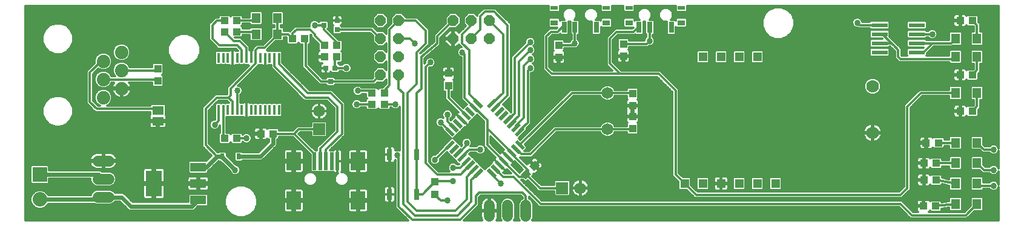
<source format=gtl>
G75*
%MOIN*%
%OFA0B0*%
%FSLAX25Y25*%
%IPPOS*%
%LPD*%
%AMOC8*
5,1,8,0,0,1.08239X$1,22.5*
%
%ADD10R,0.04331X0.03937*%
%ADD11R,0.03937X0.04331*%
%ADD12C,0.06500*%
%ADD13R,0.06500X0.06500*%
%ADD14R,0.02480X0.03268*%
%ADD15R,0.04724X0.05512*%
%ADD16R,0.08800X0.04800*%
%ADD17R,0.08661X0.14173*%
%ADD18R,0.08661X0.02362*%
%ADD19C,0.07400*%
%ADD20OC8,0.06000*%
%ADD21R,0.08000X0.08000*%
%ADD22C,0.08000*%
%ADD23R,0.02756X0.02756*%
%ADD24C,0.06000*%
%ADD25R,0.03000X0.06000*%
%ADD26C,0.07000*%
%ADD27R,0.06300X0.04600*%
%ADD28R,0.01969X0.09843*%
%ADD29R,0.07874X0.09843*%
%ADD30R,0.04724X0.04724*%
%ADD31R,0.02000X0.05800*%
%ADD32R,0.01370X0.05500*%
%ADD33R,0.02756X0.05906*%
%ADD34R,0.03937X0.02362*%
%ADD35R,0.03937X0.03150*%
%ADD36C,0.01200*%
%ADD37C,0.03369*%
%ADD38C,0.02400*%
D10*
X0125054Y0051600D03*
X0131746Y0051600D03*
X0145054Y0054100D03*
X0151746Y0054100D03*
X0206304Y0070350D03*
X0212996Y0070350D03*
X0212996Y0076600D03*
X0206304Y0076600D03*
X0186746Y0096600D03*
X0180054Y0096600D03*
X0180054Y0102850D03*
X0186746Y0102850D03*
X0169246Y0106600D03*
X0162554Y0106600D03*
X0131746Y0110350D03*
X0125054Y0110350D03*
X0125054Y0116600D03*
X0131746Y0116600D03*
G36*
X0298688Y0036605D02*
X0295627Y0033544D01*
X0292844Y0036327D01*
X0295905Y0039388D01*
X0298688Y0036605D01*
G37*
G36*
X0293956Y0031873D02*
X0290895Y0028812D01*
X0288112Y0031595D01*
X0291173Y0034656D01*
X0293956Y0031873D01*
G37*
X0510054Y0028600D03*
X0516746Y0028600D03*
X0516746Y0037850D03*
X0510054Y0037850D03*
X0511304Y0049100D03*
X0517996Y0049100D03*
X0530054Y0066600D03*
X0536746Y0066600D03*
X0536746Y0086600D03*
X0530054Y0086600D03*
X0530054Y0116600D03*
X0536746Y0116600D03*
X0516461Y0014207D03*
X0509768Y0014207D03*
D11*
X0349650Y0057004D03*
X0349650Y0063696D03*
X0349650Y0069504D03*
X0349650Y0076196D03*
X0344650Y0097004D03*
X0344650Y0103696D03*
X0309025Y0103071D03*
X0309025Y0096379D03*
X0248400Y0087446D03*
X0248400Y0080754D03*
X0088400Y0083254D03*
X0088400Y0089946D03*
X0240900Y0027446D03*
X0240900Y0020754D03*
D12*
X0320900Y0024100D03*
X0335900Y0056600D03*
X0335900Y0076600D03*
X0177150Y0066600D03*
D13*
X0177150Y0056600D03*
X0310900Y0024100D03*
D14*
X0132928Y0041600D03*
X0123872Y0041600D03*
D15*
X0142494Y0109100D03*
X0154306Y0109100D03*
X0154306Y0117850D03*
X0142494Y0117850D03*
X0527494Y0106600D03*
X0539306Y0106600D03*
X0539306Y0096600D03*
X0527494Y0096600D03*
X0527494Y0076600D03*
X0539306Y0076600D03*
X0539306Y0049100D03*
X0527494Y0049100D03*
X0527494Y0037850D03*
X0539306Y0037850D03*
X0539306Y0026600D03*
X0527494Y0026600D03*
X0527494Y0015350D03*
X0539306Y0015350D03*
D16*
X0110600Y0017500D03*
X0110600Y0026600D03*
X0110600Y0035700D03*
D17*
X0086199Y0026600D03*
D18*
X0485664Y0099100D03*
X0485664Y0104100D03*
X0506136Y0104100D03*
X0506136Y0099100D03*
X0506136Y0109100D03*
X0506136Y0114100D03*
X0485664Y0114100D03*
X0485664Y0109100D03*
D19*
X0068400Y0099100D03*
X0058400Y0094100D03*
X0068400Y0089100D03*
X0058400Y0084100D03*
X0068400Y0079100D03*
X0058400Y0074100D03*
D20*
X0210900Y0086600D03*
X0220900Y0086600D03*
X0220900Y0096600D03*
X0210900Y0096600D03*
X0210900Y0106600D03*
X0220900Y0106600D03*
X0250900Y0106600D03*
X0260900Y0106600D03*
X0270900Y0106600D03*
X0270900Y0116600D03*
X0260900Y0116600D03*
X0250900Y0116600D03*
X0220900Y0116600D03*
X0210900Y0116600D03*
D21*
X0023400Y0031600D03*
D22*
X0023400Y0017820D03*
D23*
X0183400Y0082958D03*
X0180841Y0090242D03*
X0185959Y0090242D03*
X0187042Y0111541D03*
X0179758Y0114100D03*
X0187042Y0116659D03*
D24*
X0061400Y0039100D02*
X0055400Y0039100D01*
X0055400Y0029100D02*
X0061400Y0029100D01*
X0061400Y0019100D02*
X0055400Y0019100D01*
X0270900Y0014600D02*
X0270900Y0008600D01*
X0280900Y0008600D02*
X0280900Y0014600D01*
X0290900Y0014600D02*
X0290900Y0008600D01*
D25*
X0230900Y0020600D03*
X0215900Y0020600D03*
X0215900Y0042600D03*
X0230900Y0042600D03*
D26*
X0481775Y0054639D03*
X0481775Y0080229D03*
D27*
X0088400Y0067100D03*
X0088400Y0061100D03*
D28*
X0174601Y0038943D03*
X0177750Y0038943D03*
X0180900Y0038943D03*
X0184050Y0038943D03*
X0187199Y0038943D03*
D29*
X0198617Y0038943D03*
X0163183Y0038943D03*
X0163183Y0017289D03*
X0198617Y0017289D03*
D30*
X0378400Y0026600D03*
X0388400Y0026600D03*
X0398400Y0026600D03*
X0408400Y0026600D03*
X0418400Y0026600D03*
X0428400Y0026600D03*
X0418400Y0096600D03*
X0408400Y0096600D03*
X0398400Y0096600D03*
X0388400Y0096600D03*
D31*
G36*
X0272926Y0065884D02*
X0271512Y0067298D01*
X0275612Y0071398D01*
X0277026Y0069984D01*
X0272926Y0065884D01*
G37*
G36*
X0275189Y0063622D02*
X0273775Y0065036D01*
X0277875Y0069136D01*
X0279289Y0067722D01*
X0275189Y0063622D01*
G37*
G36*
X0277381Y0061429D02*
X0275967Y0062843D01*
X0280067Y0066943D01*
X0281481Y0065529D01*
X0277381Y0061429D01*
G37*
G36*
X0279643Y0059167D02*
X0278229Y0060581D01*
X0282329Y0064681D01*
X0283743Y0063267D01*
X0279643Y0059167D01*
G37*
G36*
X0281836Y0056975D02*
X0280422Y0058389D01*
X0284522Y0062489D01*
X0285936Y0061075D01*
X0281836Y0056975D01*
G37*
G36*
X0284098Y0054712D02*
X0282684Y0056126D01*
X0286784Y0060226D01*
X0288198Y0058812D01*
X0284098Y0054712D01*
G37*
G36*
X0286290Y0052520D02*
X0284876Y0053934D01*
X0288976Y0058034D01*
X0290390Y0056620D01*
X0286290Y0052520D01*
G37*
G36*
X0290390Y0046580D02*
X0288976Y0045166D01*
X0284876Y0049266D01*
X0286290Y0050680D01*
X0290390Y0046580D01*
G37*
G36*
X0288198Y0044388D02*
X0286784Y0042974D01*
X0282684Y0047074D01*
X0284098Y0048488D01*
X0288198Y0044388D01*
G37*
G36*
X0285936Y0042125D02*
X0284522Y0040711D01*
X0280422Y0044811D01*
X0281836Y0046225D01*
X0285936Y0042125D01*
G37*
G36*
X0283743Y0039933D02*
X0282329Y0038519D01*
X0278229Y0042619D01*
X0279643Y0044033D01*
X0283743Y0039933D01*
G37*
G36*
X0281481Y0037670D02*
X0280067Y0036256D01*
X0275967Y0040356D01*
X0277381Y0041770D01*
X0281481Y0037670D01*
G37*
G36*
X0279289Y0035478D02*
X0277875Y0034064D01*
X0273775Y0038164D01*
X0275189Y0039578D01*
X0279289Y0035478D01*
G37*
G36*
X0277026Y0033216D02*
X0275612Y0031802D01*
X0271512Y0035902D01*
X0272926Y0037316D01*
X0277026Y0033216D01*
G37*
G36*
X0274834Y0031024D02*
X0273420Y0029610D01*
X0269320Y0033710D01*
X0270734Y0035124D01*
X0274834Y0031024D01*
G37*
G36*
X0263380Y0029610D02*
X0261966Y0031024D01*
X0266066Y0035124D01*
X0267480Y0033710D01*
X0263380Y0029610D01*
G37*
G36*
X0261188Y0031802D02*
X0259774Y0033216D01*
X0263874Y0037316D01*
X0265288Y0035902D01*
X0261188Y0031802D01*
G37*
G36*
X0258925Y0034064D02*
X0257511Y0035478D01*
X0261611Y0039578D01*
X0263025Y0038164D01*
X0258925Y0034064D01*
G37*
G36*
X0256733Y0036256D02*
X0255319Y0037670D01*
X0259419Y0041770D01*
X0260833Y0040356D01*
X0256733Y0036256D01*
G37*
G36*
X0254470Y0038519D02*
X0253056Y0039933D01*
X0257156Y0044033D01*
X0258570Y0042619D01*
X0254470Y0038519D01*
G37*
G36*
X0252278Y0040711D02*
X0250864Y0042125D01*
X0254964Y0046225D01*
X0256378Y0044811D01*
X0252278Y0040711D01*
G37*
G36*
X0250016Y0042974D02*
X0248602Y0044388D01*
X0252702Y0048488D01*
X0254116Y0047074D01*
X0250016Y0042974D01*
G37*
G36*
X0247824Y0045166D02*
X0246410Y0046580D01*
X0250510Y0050680D01*
X0251924Y0049266D01*
X0247824Y0045166D01*
G37*
G36*
X0251924Y0053934D02*
X0250510Y0052520D01*
X0246410Y0056620D01*
X0247824Y0058034D01*
X0251924Y0053934D01*
G37*
G36*
X0254116Y0056126D02*
X0252702Y0054712D01*
X0248602Y0058812D01*
X0250016Y0060226D01*
X0254116Y0056126D01*
G37*
G36*
X0256378Y0058389D02*
X0254964Y0056975D01*
X0250864Y0061075D01*
X0252278Y0062489D01*
X0256378Y0058389D01*
G37*
G36*
X0258570Y0060581D02*
X0257156Y0059167D01*
X0253056Y0063267D01*
X0254470Y0064681D01*
X0258570Y0060581D01*
G37*
G36*
X0260833Y0062843D02*
X0259419Y0061429D01*
X0255319Y0065529D01*
X0256733Y0066943D01*
X0260833Y0062843D01*
G37*
G36*
X0263025Y0065036D02*
X0261611Y0063622D01*
X0257511Y0067722D01*
X0258925Y0069136D01*
X0263025Y0065036D01*
G37*
G36*
X0265288Y0067298D02*
X0263874Y0065884D01*
X0259774Y0069984D01*
X0261188Y0071398D01*
X0265288Y0067298D01*
G37*
G36*
X0267480Y0069490D02*
X0266066Y0068076D01*
X0261966Y0072176D01*
X0263380Y0073590D01*
X0267480Y0069490D01*
G37*
G36*
X0270734Y0068076D02*
X0269320Y0069490D01*
X0273420Y0073590D01*
X0274834Y0072176D01*
X0270734Y0068076D01*
G37*
D32*
X0155034Y0067206D03*
X0152475Y0067206D03*
X0149916Y0067206D03*
X0147357Y0067206D03*
X0144798Y0067206D03*
X0142239Y0067206D03*
X0139680Y0067206D03*
X0137120Y0067206D03*
X0134561Y0067206D03*
X0132002Y0067206D03*
X0129443Y0067206D03*
X0126884Y0067206D03*
X0124325Y0067206D03*
X0121766Y0067206D03*
X0121766Y0095994D03*
X0124325Y0095994D03*
X0126884Y0095994D03*
X0129443Y0095994D03*
X0132002Y0095994D03*
X0134561Y0095994D03*
X0137120Y0095994D03*
X0139680Y0095994D03*
X0142239Y0095994D03*
X0144798Y0095994D03*
X0147357Y0095994D03*
X0149916Y0095994D03*
X0152475Y0095994D03*
X0155034Y0095994D03*
D33*
X0312042Y0112835D03*
X0317947Y0112835D03*
X0329758Y0112835D03*
X0353292Y0112835D03*
X0359197Y0112835D03*
X0371008Y0112835D03*
D34*
X0376520Y0123662D03*
X0347780Y0123662D03*
X0335270Y0123662D03*
X0306530Y0123662D03*
D35*
X0306530Y0115394D03*
X0335270Y0115394D03*
X0347780Y0115394D03*
X0376520Y0115394D03*
D36*
X0015500Y0124451D02*
X0015500Y0006200D01*
X0226254Y0006200D01*
X0220154Y0012300D01*
X0219100Y0013354D01*
X0219100Y0039590D01*
X0219000Y0039631D01*
X0219000Y0039389D01*
X0218891Y0038982D01*
X0218680Y0038618D01*
X0218382Y0038320D01*
X0218018Y0038109D01*
X0217611Y0038000D01*
X0216050Y0038000D01*
X0216050Y0042450D01*
X0215750Y0042450D01*
X0215750Y0038000D01*
X0214189Y0038000D01*
X0213782Y0038109D01*
X0213418Y0038320D01*
X0213120Y0038618D01*
X0212909Y0038982D01*
X0212800Y0039389D01*
X0212800Y0042450D01*
X0215750Y0042450D01*
X0215750Y0042750D01*
X0215750Y0047200D01*
X0214189Y0047200D01*
X0213782Y0047091D01*
X0213418Y0046880D01*
X0213120Y0046582D01*
X0212909Y0046218D01*
X0212800Y0045811D01*
X0212800Y0042750D01*
X0215750Y0042750D01*
X0216050Y0042750D01*
X0216050Y0047200D01*
X0217611Y0047200D01*
X0218018Y0047091D01*
X0218382Y0046880D01*
X0218680Y0046582D01*
X0218891Y0046218D01*
X0219000Y0045811D01*
X0219000Y0044819D01*
X0219701Y0045109D01*
X0220849Y0045109D01*
X0221600Y0044798D01*
X0221600Y0069030D01*
X0221470Y0068716D01*
X0220659Y0067905D01*
X0219599Y0067466D01*
X0218451Y0067466D01*
X0217391Y0067905D01*
X0216746Y0068550D01*
X0216362Y0068550D01*
X0216362Y0067884D01*
X0215659Y0067181D01*
X0210334Y0067181D01*
X0209650Y0067866D01*
X0208966Y0067181D01*
X0203641Y0067181D01*
X0202938Y0067884D01*
X0202938Y0068550D01*
X0200054Y0068550D01*
X0199409Y0067905D01*
X0198349Y0067466D01*
X0197201Y0067466D01*
X0196141Y0067905D01*
X0195330Y0068716D01*
X0194891Y0069776D01*
X0194891Y0070924D01*
X0195330Y0071984D01*
X0196141Y0072795D01*
X0197201Y0073234D01*
X0198349Y0073234D01*
X0199409Y0072795D01*
X0200054Y0072150D01*
X0202938Y0072150D01*
X0202938Y0072816D01*
X0203598Y0073475D01*
X0202938Y0074134D01*
X0202938Y0076050D01*
X0200679Y0076050D01*
X0200034Y0075405D01*
X0198974Y0074966D01*
X0197826Y0074966D01*
X0196766Y0075405D01*
X0195955Y0076216D01*
X0195516Y0077276D01*
X0195516Y0078424D01*
X0195955Y0079484D01*
X0196766Y0080295D01*
X0197826Y0080734D01*
X0198974Y0080734D01*
X0200034Y0080295D01*
X0200679Y0079650D01*
X0203523Y0079650D01*
X0203641Y0079768D01*
X0208966Y0079768D01*
X0209650Y0079084D01*
X0210334Y0079768D01*
X0212148Y0079768D01*
X0214100Y0081721D01*
X0214100Y0083860D01*
X0212640Y0082400D01*
X0209246Y0082400D01*
X0208004Y0081158D01*
X0185978Y0081158D01*
X0185978Y0081083D01*
X0185275Y0080380D01*
X0181525Y0080380D01*
X0180822Y0081083D01*
X0180822Y0081158D01*
X0177546Y0081158D01*
X0167850Y0090854D01*
X0167850Y0103431D01*
X0166584Y0103431D01*
X0165900Y0104116D01*
X0165216Y0103431D01*
X0159891Y0103431D01*
X0159188Y0104134D01*
X0159188Y0107300D01*
X0157868Y0107300D01*
X0157868Y0105847D01*
X0157165Y0105144D01*
X0153240Y0105144D01*
X0148950Y0100854D01*
X0148400Y0100304D01*
X0148659Y0100235D01*
X0149024Y0100024D01*
X0149104Y0099944D01*
X0151098Y0099944D01*
X0151195Y0099846D01*
X0151293Y0099944D01*
X0153657Y0099944D01*
X0153754Y0099846D01*
X0153852Y0099944D01*
X0156216Y0099944D01*
X0156919Y0099241D01*
X0156919Y0093127D01*
X0171646Y0078400D01*
X0184146Y0078400D01*
X0185200Y0077346D01*
X0191450Y0071096D01*
X0191450Y0053354D01*
X0190396Y0052300D01*
X0183159Y0045064D01*
X0185152Y0045064D01*
X0185233Y0045144D01*
X0185597Y0045355D01*
X0186004Y0045464D01*
X0187199Y0045464D01*
X0187199Y0038943D01*
X0187199Y0038943D01*
X0187199Y0045464D01*
X0188394Y0045464D01*
X0188801Y0045355D01*
X0189166Y0045144D01*
X0189464Y0044846D01*
X0189674Y0044481D01*
X0189783Y0044074D01*
X0189783Y0038943D01*
X0187199Y0038943D01*
X0187199Y0038942D01*
X0187199Y0038942D01*
X0187199Y0032421D01*
X0186004Y0032421D01*
X0185597Y0032530D01*
X0185233Y0032741D01*
X0185152Y0032821D01*
X0182568Y0032821D01*
X0182475Y0032915D01*
X0182381Y0032821D01*
X0179419Y0032821D01*
X0179325Y0032915D01*
X0179232Y0032821D01*
X0176269Y0032821D01*
X0176176Y0032915D01*
X0176082Y0032821D01*
X0173372Y0032821D01*
X0174432Y0032382D01*
X0175521Y0031293D01*
X0176110Y0029870D01*
X0176110Y0028330D01*
X0175521Y0026907D01*
X0174432Y0025818D01*
X0173009Y0025228D01*
X0171468Y0025228D01*
X0170045Y0025818D01*
X0168956Y0026907D01*
X0168367Y0028330D01*
X0168367Y0029870D01*
X0168956Y0031293D01*
X0170045Y0032382D01*
X0171468Y0032972D01*
X0172969Y0032972D01*
X0172417Y0033524D01*
X0172417Y0042538D01*
X0162654Y0052300D01*
X0155112Y0052300D01*
X0155112Y0051634D01*
X0154409Y0050931D01*
X0154146Y0050931D01*
X0154146Y0048219D01*
X0153781Y0047337D01*
X0146685Y0040241D01*
X0146009Y0039565D01*
X0145127Y0039200D01*
X0135099Y0039200D01*
X0134665Y0038766D01*
X0131190Y0038766D01*
X0130487Y0039469D01*
X0130487Y0043731D01*
X0131190Y0044434D01*
X0134665Y0044434D01*
X0135099Y0044000D01*
X0143656Y0044000D01*
X0149346Y0049691D01*
X0149346Y0050931D01*
X0149084Y0050931D01*
X0148634Y0051382D01*
X0148499Y0051149D01*
X0148201Y0050851D01*
X0147836Y0050641D01*
X0147430Y0050531D01*
X0145438Y0050531D01*
X0145438Y0053716D01*
X0144669Y0053716D01*
X0141288Y0053716D01*
X0141288Y0051921D01*
X0141397Y0051514D01*
X0141608Y0051149D01*
X0141906Y0050851D01*
X0142271Y0050641D01*
X0142678Y0050531D01*
X0144669Y0050531D01*
X0144669Y0053716D01*
X0144669Y0054484D01*
X0141288Y0054484D01*
X0141288Y0056279D01*
X0141397Y0056686D01*
X0141608Y0057051D01*
X0141906Y0057349D01*
X0142271Y0057559D01*
X0142678Y0057668D01*
X0144669Y0057668D01*
X0144669Y0054484D01*
X0145438Y0054484D01*
X0145438Y0057668D01*
X0147430Y0057668D01*
X0147836Y0057559D01*
X0148201Y0057349D01*
X0148499Y0057051D01*
X0148634Y0056818D01*
X0149084Y0057268D01*
X0154409Y0057268D01*
X0155112Y0056566D01*
X0155112Y0055900D01*
X0162654Y0055900D01*
X0165154Y0058400D01*
X0172700Y0058400D01*
X0172700Y0060347D01*
X0173403Y0061050D01*
X0180897Y0061050D01*
X0181600Y0060347D01*
X0181600Y0052853D01*
X0180897Y0052150D01*
X0173403Y0052150D01*
X0172700Y0052853D01*
X0172700Y0054800D01*
X0166646Y0054800D01*
X0165946Y0054100D01*
X0174982Y0045064D01*
X0175950Y0045064D01*
X0175950Y0046696D01*
X0185350Y0056096D01*
X0185350Y0068354D01*
X0181404Y0072300D01*
X0168904Y0072300D01*
X0167850Y0073354D01*
X0150675Y0090530D01*
X0150675Y0092044D01*
X0149104Y0092044D01*
X0149024Y0091963D01*
X0148659Y0091753D01*
X0148252Y0091644D01*
X0147357Y0091644D01*
X0147357Y0095994D01*
X0147357Y0095994D01*
X0147357Y0091644D01*
X0146461Y0091644D01*
X0146054Y0091753D01*
X0145689Y0091963D01*
X0145609Y0092044D01*
X0143889Y0092044D01*
X0132580Y0080734D01*
X0132724Y0080734D01*
X0133784Y0080295D01*
X0134595Y0079484D01*
X0135034Y0078424D01*
X0135034Y0077276D01*
X0134595Y0076216D01*
X0133950Y0075571D01*
X0133950Y0071156D01*
X0135373Y0071156D01*
X0135453Y0071237D01*
X0135818Y0071447D01*
X0136225Y0071556D01*
X0137120Y0071556D01*
X0137120Y0067206D01*
X0137121Y0067206D01*
X0137121Y0062856D01*
X0138016Y0062856D01*
X0138423Y0062965D01*
X0138788Y0063176D01*
X0138868Y0063256D01*
X0140862Y0063256D01*
X0140959Y0063354D01*
X0141056Y0063256D01*
X0143421Y0063256D01*
X0143518Y0063354D01*
X0143616Y0063256D01*
X0145980Y0063256D01*
X0146077Y0063354D01*
X0146175Y0063256D01*
X0148539Y0063256D01*
X0148636Y0063354D01*
X0148734Y0063256D01*
X0151098Y0063256D01*
X0151195Y0063354D01*
X0151293Y0063256D01*
X0153657Y0063256D01*
X0153754Y0063354D01*
X0153852Y0063256D01*
X0156216Y0063256D01*
X0156919Y0063959D01*
X0156919Y0070453D01*
X0156216Y0071156D01*
X0153852Y0071156D01*
X0153754Y0071059D01*
X0153657Y0071156D01*
X0151293Y0071156D01*
X0151195Y0071059D01*
X0151098Y0071156D01*
X0148734Y0071156D01*
X0148636Y0071059D01*
X0148539Y0071156D01*
X0146175Y0071156D01*
X0146077Y0071059D01*
X0145980Y0071156D01*
X0143616Y0071156D01*
X0143518Y0071059D01*
X0143421Y0071156D01*
X0141056Y0071156D01*
X0140959Y0071059D01*
X0140862Y0071156D01*
X0138868Y0071156D01*
X0138788Y0071237D01*
X0138423Y0071447D01*
X0138016Y0071556D01*
X0137121Y0071556D01*
X0137121Y0067206D01*
X0137120Y0067206D02*
X0137120Y0062856D01*
X0136225Y0062856D01*
X0135818Y0062965D01*
X0135453Y0063176D01*
X0135373Y0063256D01*
X0133379Y0063256D01*
X0133282Y0063354D01*
X0133184Y0063256D01*
X0130820Y0063256D01*
X0130723Y0063354D01*
X0130625Y0063256D01*
X0128261Y0063256D01*
X0128164Y0063354D01*
X0128066Y0063256D01*
X0126125Y0063256D01*
X0126125Y0054768D01*
X0127716Y0054768D01*
X0128400Y0054084D01*
X0129084Y0054768D01*
X0134409Y0054768D01*
X0135112Y0054066D01*
X0135112Y0053641D01*
X0135516Y0054045D01*
X0136576Y0054484D01*
X0137724Y0054484D01*
X0138784Y0054045D01*
X0139595Y0053234D01*
X0140034Y0052174D01*
X0140034Y0051026D01*
X0139595Y0049966D01*
X0138784Y0049155D01*
X0137724Y0048716D01*
X0136576Y0048716D01*
X0135516Y0049155D01*
X0135112Y0049559D01*
X0135112Y0049134D01*
X0134409Y0048431D01*
X0129084Y0048431D01*
X0128400Y0049116D01*
X0127716Y0048431D01*
X0122391Y0048431D01*
X0121688Y0049134D01*
X0121688Y0054066D01*
X0122391Y0054768D01*
X0122525Y0054768D01*
X0122525Y0058504D01*
X0122095Y0057466D01*
X0121284Y0056655D01*
X0120224Y0056216D01*
X0119076Y0056216D01*
X0118016Y0056655D01*
X0117205Y0057466D01*
X0116766Y0058526D01*
X0116766Y0059674D01*
X0117205Y0060734D01*
X0118016Y0061545D01*
X0119076Y0061984D01*
X0119966Y0061984D01*
X0119966Y0063874D01*
X0119881Y0063959D01*
X0119881Y0070453D01*
X0120584Y0071156D01*
X0122948Y0071156D01*
X0123046Y0071059D01*
X0123143Y0071156D01*
X0125507Y0071156D01*
X0125605Y0071059D01*
X0125702Y0071156D01*
X0127548Y0071156D01*
X0126404Y0072300D01*
X0121646Y0072300D01*
X0116450Y0067104D01*
X0116450Y0048596D01*
X0121046Y0044000D01*
X0121701Y0044000D01*
X0122135Y0044434D01*
X0125610Y0044434D01*
X0126313Y0043731D01*
X0126313Y0042081D01*
X0131410Y0036984D01*
X0131474Y0036984D01*
X0132534Y0036545D01*
X0133345Y0035734D01*
X0133784Y0034674D01*
X0133784Y0033526D01*
X0133345Y0032466D01*
X0132534Y0031655D01*
X0131474Y0031216D01*
X0130326Y0031216D01*
X0129266Y0031655D01*
X0128455Y0032466D01*
X0128016Y0033526D01*
X0128016Y0033590D01*
X0122840Y0038766D01*
X0122135Y0038766D01*
X0121798Y0039104D01*
X0116359Y0033665D01*
X0116200Y0033599D01*
X0116200Y0032803D01*
X0115497Y0032100D01*
X0105703Y0032100D01*
X0105000Y0032803D01*
X0105000Y0038597D01*
X0105703Y0039300D01*
X0115206Y0039300D01*
X0117930Y0042024D01*
X0112850Y0047104D01*
X0112850Y0068596D01*
X0113904Y0069650D01*
X0120154Y0075900D01*
X0126404Y0075900D01*
X0126600Y0076096D01*
X0126600Y0079846D01*
X0127654Y0080900D01*
X0138480Y0091725D01*
X0138377Y0091753D01*
X0138012Y0091963D01*
X0137932Y0092044D01*
X0135938Y0092044D01*
X0135841Y0092141D01*
X0135744Y0092044D01*
X0133379Y0092044D01*
X0133282Y0092141D01*
X0133184Y0092044D01*
X0131191Y0092044D01*
X0131111Y0091963D01*
X0130746Y0091753D01*
X0130339Y0091644D01*
X0129443Y0091644D01*
X0129443Y0095994D01*
X0129443Y0100344D01*
X0128548Y0100344D01*
X0128141Y0100235D01*
X0127776Y0100024D01*
X0127696Y0099944D01*
X0125702Y0099944D01*
X0125605Y0099846D01*
X0125507Y0099944D01*
X0123143Y0099944D01*
X0123046Y0099846D01*
X0122948Y0099944D01*
X0120584Y0099944D01*
X0119881Y0099241D01*
X0119881Y0092747D01*
X0120584Y0092044D01*
X0122948Y0092044D01*
X0123046Y0092141D01*
X0123143Y0092044D01*
X0125507Y0092044D01*
X0125605Y0092141D01*
X0125702Y0092044D01*
X0127696Y0092044D01*
X0127776Y0091963D01*
X0128141Y0091753D01*
X0128548Y0091644D01*
X0129443Y0091644D01*
X0129443Y0095994D01*
X0129443Y0095994D01*
X0129443Y0100344D01*
X0130339Y0100344D01*
X0130746Y0100235D01*
X0131111Y0100024D01*
X0131191Y0099944D01*
X0132511Y0099944D01*
X0131404Y0101050D01*
X0121404Y0101050D01*
X0117654Y0104800D01*
X0116600Y0105854D01*
X0116600Y0114846D01*
X0119100Y0117346D01*
X0120154Y0118400D01*
X0121688Y0118400D01*
X0121688Y0119066D01*
X0122391Y0119768D01*
X0127716Y0119768D01*
X0128400Y0119084D01*
X0129084Y0119768D01*
X0134409Y0119768D01*
X0135112Y0119066D01*
X0135112Y0118400D01*
X0138932Y0118400D01*
X0138932Y0121103D01*
X0139635Y0121806D01*
X0145354Y0121806D01*
X0146057Y0121103D01*
X0146057Y0114597D01*
X0145354Y0113894D01*
X0139635Y0113894D01*
X0138932Y0114597D01*
X0138932Y0114800D01*
X0135112Y0114800D01*
X0135112Y0114134D01*
X0134452Y0113475D01*
X0135112Y0112816D01*
X0135112Y0112150D01*
X0138932Y0112150D01*
X0138932Y0112353D01*
X0139635Y0113056D01*
X0145354Y0113056D01*
X0146057Y0112353D01*
X0146057Y0105847D01*
X0145354Y0105144D01*
X0139635Y0105144D01*
X0138932Y0105847D01*
X0138932Y0108550D01*
X0135112Y0108550D01*
X0135112Y0107884D01*
X0134409Y0107181D01*
X0130768Y0107181D01*
X0130799Y0107150D01*
X0134146Y0107150D01*
X0135200Y0106096D01*
X0138920Y0102375D01*
X0138920Y0100344D01*
X0139679Y0100344D01*
X0139679Y0095994D01*
X0139680Y0095994D01*
X0139680Y0100344D01*
X0140350Y0100344D01*
X0140350Y0101096D01*
X0141404Y0102150D01*
X0142654Y0103400D01*
X0146404Y0103400D01*
X0150743Y0107739D01*
X0150743Y0112353D01*
X0151446Y0113056D01*
X0152506Y0113056D01*
X0152506Y0113894D01*
X0151446Y0113894D01*
X0150743Y0114597D01*
X0150743Y0121103D01*
X0151446Y0121806D01*
X0157165Y0121806D01*
X0157868Y0121103D01*
X0157868Y0114597D01*
X0157165Y0113894D01*
X0156105Y0113894D01*
X0156105Y0113056D01*
X0157165Y0113056D01*
X0157868Y0112353D01*
X0157868Y0110900D01*
X0160799Y0110900D01*
X0161102Y0110597D01*
X0162850Y0112346D01*
X0163904Y0113400D01*
X0171818Y0113400D01*
X0171766Y0113526D01*
X0171766Y0114674D01*
X0172205Y0115734D01*
X0173016Y0116545D01*
X0174076Y0116984D01*
X0175224Y0116984D01*
X0176284Y0116545D01*
X0176929Y0115900D01*
X0177180Y0115900D01*
X0177180Y0115975D01*
X0177883Y0116678D01*
X0181633Y0116678D01*
X0182336Y0115975D01*
X0182336Y0112225D01*
X0181953Y0111842D01*
X0187777Y0106018D01*
X0189409Y0106018D01*
X0190112Y0105316D01*
X0190112Y0100384D01*
X0189452Y0099725D01*
X0190112Y0099066D01*
X0190112Y0094134D01*
X0189409Y0093431D01*
X0187759Y0093431D01*
X0187759Y0092820D01*
X0187834Y0092820D01*
X0188504Y0092150D01*
X0189871Y0092150D01*
X0190516Y0092795D01*
X0191576Y0093234D01*
X0192724Y0093234D01*
X0193784Y0092795D01*
X0194595Y0091984D01*
X0195034Y0090924D01*
X0195034Y0089776D01*
X0194595Y0088716D01*
X0193784Y0087905D01*
X0192724Y0087466D01*
X0191576Y0087466D01*
X0190516Y0087905D01*
X0189871Y0088550D01*
X0188537Y0088550D01*
X0188537Y0088367D01*
X0187834Y0087664D01*
X0184084Y0087664D01*
X0183634Y0088114D01*
X0183499Y0087881D01*
X0183201Y0087583D01*
X0182836Y0087373D01*
X0182430Y0087264D01*
X0180930Y0087264D01*
X0180930Y0090153D01*
X0180752Y0090153D01*
X0177863Y0090153D01*
X0177863Y0088653D01*
X0177972Y0088246D01*
X0178183Y0087881D01*
X0178481Y0087583D01*
X0178845Y0087373D01*
X0179252Y0087264D01*
X0180752Y0087264D01*
X0180752Y0090153D01*
X0180752Y0090331D01*
X0177863Y0090331D01*
X0177863Y0091830D01*
X0177972Y0092237D01*
X0178183Y0092602D01*
X0178481Y0092900D01*
X0178708Y0093031D01*
X0177678Y0093031D01*
X0177271Y0093141D01*
X0176906Y0093351D01*
X0176608Y0093649D01*
X0176397Y0094014D01*
X0176288Y0094421D01*
X0176288Y0096216D01*
X0179669Y0096216D01*
X0179669Y0096984D01*
X0176288Y0096984D01*
X0176288Y0098779D01*
X0176397Y0099186D01*
X0176608Y0099551D01*
X0176906Y0099849D01*
X0177107Y0099965D01*
X0176688Y0100384D01*
X0176688Y0103670D01*
X0172850Y0107508D01*
X0172850Y0108354D01*
X0172612Y0108593D01*
X0172612Y0104134D01*
X0171909Y0103431D01*
X0171450Y0103431D01*
X0171450Y0092346D01*
X0179037Y0084758D01*
X0180822Y0084758D01*
X0180822Y0084833D01*
X0181525Y0085536D01*
X0185275Y0085536D01*
X0185978Y0084833D01*
X0185978Y0084758D01*
X0206513Y0084758D01*
X0206700Y0084946D01*
X0206700Y0088340D01*
X0209160Y0090800D01*
X0212640Y0090800D01*
X0214100Y0089340D01*
X0214100Y0093860D01*
X0212640Y0092400D01*
X0209160Y0092400D01*
X0206700Y0094860D01*
X0206700Y0098340D01*
X0209160Y0100800D01*
X0212640Y0100800D01*
X0214100Y0099340D01*
X0214100Y0103860D01*
X0212640Y0102400D01*
X0209160Y0102400D01*
X0206700Y0104860D01*
X0206700Y0108254D01*
X0205213Y0109741D01*
X0189620Y0109741D01*
X0189620Y0109666D01*
X0188917Y0108963D01*
X0185167Y0108963D01*
X0184464Y0109666D01*
X0184464Y0113416D01*
X0184914Y0113866D01*
X0184681Y0114001D01*
X0184383Y0114299D01*
X0184173Y0114664D01*
X0184064Y0115070D01*
X0184064Y0116570D01*
X0186953Y0116570D01*
X0186953Y0116748D01*
X0186953Y0119637D01*
X0185453Y0119637D01*
X0185046Y0119528D01*
X0184681Y0119317D01*
X0184383Y0119019D01*
X0184173Y0118655D01*
X0184064Y0118248D01*
X0184064Y0116748D01*
X0186953Y0116748D01*
X0187131Y0116748D01*
X0190020Y0116748D01*
X0190020Y0118248D01*
X0189911Y0118655D01*
X0189700Y0119019D01*
X0189402Y0119317D01*
X0189037Y0119528D01*
X0188630Y0119637D01*
X0187131Y0119637D01*
X0187131Y0116748D01*
X0187131Y0116570D01*
X0190020Y0116570D01*
X0190020Y0115070D01*
X0189911Y0114664D01*
X0189700Y0114299D01*
X0189402Y0114001D01*
X0189169Y0113866D01*
X0189620Y0113416D01*
X0189620Y0113341D01*
X0206705Y0113341D01*
X0209246Y0110800D01*
X0212640Y0110800D01*
X0214100Y0109340D01*
X0214100Y0112346D01*
X0216700Y0114946D01*
X0216700Y0118340D01*
X0219160Y0120800D01*
X0222640Y0120800D01*
X0225040Y0118400D01*
X0231021Y0118400D01*
X0236646Y0112775D01*
X0237700Y0111721D01*
X0237700Y0103354D01*
X0232814Y0098469D01*
X0240350Y0104928D01*
X0240350Y0108596D01*
X0246700Y0114946D01*
X0246700Y0118340D01*
X0249160Y0120800D01*
X0252640Y0120800D01*
X0255100Y0118340D01*
X0255100Y0114860D01*
X0252640Y0112400D01*
X0249246Y0112400D01*
X0243950Y0107104D01*
X0243950Y0104766D01*
X0244002Y0104705D01*
X0243950Y0104031D01*
X0243950Y0103354D01*
X0243894Y0103298D01*
X0243887Y0103219D01*
X0243374Y0102778D01*
X0242896Y0102300D01*
X0242816Y0102300D01*
X0235200Y0095772D01*
X0235200Y0092821D01*
X0235516Y0093136D01*
X0235516Y0094049D01*
X0235955Y0095109D01*
X0236766Y0095920D01*
X0237826Y0096359D01*
X0238974Y0096359D01*
X0240034Y0095920D01*
X0240845Y0095109D01*
X0241284Y0094049D01*
X0241284Y0092901D01*
X0240845Y0091841D01*
X0240034Y0091030D01*
X0238974Y0090591D01*
X0238061Y0090591D01*
X0237700Y0090229D01*
X0237700Y0038596D01*
X0242896Y0033400D01*
X0248771Y0033400D01*
X0248455Y0033716D01*
X0248016Y0034776D01*
X0248016Y0035924D01*
X0248455Y0036984D01*
X0249266Y0037795D01*
X0250326Y0038234D01*
X0251474Y0038234D01*
X0252534Y0037795D01*
X0253179Y0037150D01*
X0253904Y0037150D01*
X0254073Y0037319D01*
X0253973Y0037319D01*
X0251856Y0039436D01*
X0251856Y0039511D01*
X0251781Y0039511D01*
X0249664Y0041628D01*
X0249664Y0041773D01*
X0249518Y0041773D01*
X0247506Y0043785D01*
X0243784Y0040064D01*
X0243784Y0039151D01*
X0243345Y0038091D01*
X0242534Y0037280D01*
X0241474Y0036841D01*
X0240326Y0036841D01*
X0239266Y0037280D01*
X0238455Y0038091D01*
X0238016Y0039151D01*
X0238016Y0040299D01*
X0238455Y0041359D01*
X0239266Y0042170D01*
X0240326Y0042609D01*
X0241239Y0042609D01*
X0245209Y0046580D01*
X0245209Y0047077D01*
X0249732Y0051600D01*
X0245209Y0056123D01*
X0245209Y0056620D01*
X0244364Y0057466D01*
X0243451Y0057466D01*
X0242391Y0057905D01*
X0241580Y0058716D01*
X0241141Y0059776D01*
X0241141Y0060924D01*
X0241580Y0061984D01*
X0242391Y0062795D01*
X0243451Y0063234D01*
X0244599Y0063234D01*
X0245603Y0062818D01*
X0245330Y0063091D01*
X0244891Y0064151D01*
X0244891Y0065299D01*
X0245330Y0066359D01*
X0246141Y0067170D01*
X0247201Y0067609D01*
X0248349Y0067609D01*
X0249409Y0067170D01*
X0250220Y0066359D01*
X0250659Y0065299D01*
X0250659Y0064151D01*
X0250220Y0063091D01*
X0249575Y0062446D01*
X0249575Y0061721D01*
X0249694Y0061602D01*
X0251456Y0063364D01*
X0251456Y0063478D01*
X0251565Y0063885D01*
X0251775Y0064250D01*
X0252631Y0065106D01*
X0255813Y0061924D01*
X0255813Y0061924D01*
X0252632Y0065106D01*
X0253488Y0065962D01*
X0253657Y0066060D01*
X0246600Y0073117D01*
X0246600Y0077388D01*
X0245934Y0077388D01*
X0245231Y0078091D01*
X0245231Y0083416D01*
X0245682Y0083866D01*
X0245449Y0084001D01*
X0245151Y0084299D01*
X0244941Y0084664D01*
X0244831Y0085070D01*
X0244831Y0087062D01*
X0248016Y0087062D01*
X0248016Y0087831D01*
X0248016Y0091212D01*
X0246221Y0091212D01*
X0245814Y0091103D01*
X0245449Y0090892D01*
X0245151Y0090594D01*
X0244941Y0090229D01*
X0244831Y0089822D01*
X0244831Y0087831D01*
X0248016Y0087831D01*
X0248784Y0087831D01*
X0248784Y0091212D01*
X0250579Y0091212D01*
X0250986Y0091103D01*
X0251351Y0090892D01*
X0251649Y0090594D01*
X0251859Y0090229D01*
X0251968Y0089822D01*
X0251968Y0087831D01*
X0248784Y0087831D01*
X0248784Y0087062D01*
X0251968Y0087062D01*
X0251968Y0085070D01*
X0251859Y0084664D01*
X0251649Y0084299D01*
X0251351Y0084001D01*
X0251118Y0083866D01*
X0251568Y0083416D01*
X0251568Y0078091D01*
X0250866Y0077388D01*
X0250200Y0077388D01*
X0250200Y0074608D01*
X0256450Y0068358D01*
X0258398Y0070306D01*
X0256404Y0072300D01*
X0255350Y0073354D01*
X0255350Y0096216D01*
X0255326Y0096216D01*
X0254266Y0096655D01*
X0253455Y0097466D01*
X0253016Y0098526D01*
X0253016Y0099674D01*
X0253455Y0100734D01*
X0254266Y0101545D01*
X0255326Y0101984D01*
X0255470Y0101984D01*
X0254130Y0103325D01*
X0252805Y0102000D01*
X0251300Y0102000D01*
X0251300Y0106200D01*
X0250500Y0106200D01*
X0250500Y0102000D01*
X0248995Y0102000D01*
X0246300Y0104695D01*
X0246300Y0106200D01*
X0250500Y0106200D01*
X0250500Y0107000D01*
X0250500Y0111200D01*
X0248995Y0111200D01*
X0246300Y0108505D01*
X0246300Y0107000D01*
X0250500Y0107000D01*
X0251300Y0107000D01*
X0251300Y0111200D01*
X0252805Y0111200D01*
X0254130Y0109875D01*
X0255154Y0110900D01*
X0255154Y0110900D01*
X0257907Y0113653D01*
X0256700Y0114860D01*
X0256700Y0118340D01*
X0259160Y0120800D01*
X0262640Y0120800D01*
X0264100Y0119340D01*
X0264100Y0119846D01*
X0266600Y0122346D01*
X0267654Y0123400D01*
X0274146Y0123400D01*
X0281646Y0115900D01*
X0282700Y0114846D01*
X0282700Y0074527D01*
X0281646Y0073472D01*
X0281646Y0073472D01*
X0278441Y0070268D01*
X0280489Y0068219D01*
X0280489Y0068144D01*
X0280564Y0068144D01*
X0282681Y0066027D01*
X0282681Y0065927D01*
X0282850Y0066096D01*
X0282850Y0096721D01*
X0290516Y0104386D01*
X0290516Y0105299D01*
X0290955Y0106359D01*
X0291766Y0107170D01*
X0292826Y0107609D01*
X0293974Y0107609D01*
X0295034Y0107170D01*
X0295845Y0106359D01*
X0296284Y0105299D01*
X0296284Y0104151D01*
X0295845Y0103091D01*
X0295291Y0102537D01*
X0295845Y0101984D01*
X0296284Y0100924D01*
X0296284Y0099776D01*
X0295845Y0098716D01*
X0295034Y0097905D01*
X0294901Y0097850D01*
X0295034Y0097795D01*
X0295845Y0096984D01*
X0296284Y0095924D01*
X0296284Y0094776D01*
X0295845Y0093716D01*
X0295034Y0092905D01*
X0294901Y0092850D01*
X0295034Y0092795D01*
X0295845Y0091984D01*
X0296284Y0090924D01*
X0296284Y0089776D01*
X0295845Y0088716D01*
X0295034Y0087905D01*
X0293974Y0087466D01*
X0293950Y0087466D01*
X0293950Y0059604D01*
X0292896Y0058550D01*
X0291527Y0057181D01*
X0291591Y0057117D01*
X0291591Y0056123D01*
X0287068Y0051600D01*
X0287916Y0050751D01*
X0315565Y0078400D01*
X0331829Y0078400D01*
X0332127Y0079121D01*
X0333379Y0080373D01*
X0335015Y0081050D01*
X0336785Y0081050D01*
X0338421Y0080373D01*
X0339673Y0079121D01*
X0339971Y0078400D01*
X0346481Y0078400D01*
X0346481Y0078859D01*
X0347184Y0079562D01*
X0352116Y0079562D01*
X0352818Y0078859D01*
X0352818Y0073534D01*
X0352368Y0073084D01*
X0352601Y0072949D01*
X0352899Y0072651D01*
X0353109Y0072286D01*
X0353218Y0071880D01*
X0353218Y0069888D01*
X0350034Y0069888D01*
X0350034Y0069119D01*
X0350034Y0064081D01*
X0349266Y0064081D01*
X0349266Y0067462D01*
X0349266Y0069119D01*
X0350034Y0069119D01*
X0353218Y0069119D01*
X0353218Y0067128D01*
X0353109Y0066721D01*
X0353040Y0066600D01*
X0353109Y0066479D01*
X0353218Y0066072D01*
X0353218Y0064081D01*
X0350034Y0064081D01*
X0350034Y0063312D01*
X0353218Y0063312D01*
X0353218Y0061320D01*
X0353109Y0060914D01*
X0352899Y0060549D01*
X0352601Y0060251D01*
X0352368Y0060116D01*
X0352818Y0059666D01*
X0352818Y0054341D01*
X0352116Y0053638D01*
X0347184Y0053638D01*
X0346481Y0054341D01*
X0346481Y0054800D01*
X0339971Y0054800D01*
X0339673Y0054079D01*
X0338421Y0052827D01*
X0336785Y0052150D01*
X0335015Y0052150D01*
X0333379Y0052827D01*
X0332127Y0054079D01*
X0331829Y0054800D01*
X0307896Y0054800D01*
X0295200Y0042104D01*
X0294146Y0041050D01*
X0287746Y0041050D01*
X0291535Y0037261D01*
X0291563Y0037310D01*
X0292971Y0038718D01*
X0295223Y0036466D01*
X0295766Y0037010D01*
X0293515Y0039261D01*
X0294923Y0040670D01*
X0295288Y0040880D01*
X0295695Y0040989D01*
X0296116Y0040989D01*
X0296523Y0040880D01*
X0296888Y0040670D01*
X0298157Y0039400D01*
X0295766Y0037010D01*
X0296310Y0036466D01*
X0298561Y0034215D01*
X0299970Y0035623D01*
X0300180Y0035988D01*
X0300289Y0036395D01*
X0300289Y0036816D01*
X0300180Y0037223D01*
X0299970Y0037588D01*
X0298700Y0038857D01*
X0296310Y0036466D01*
X0295766Y0035923D01*
X0298018Y0033671D01*
X0296610Y0032263D01*
X0296245Y0032052D01*
X0295838Y0031943D01*
X0295416Y0031943D01*
X0295157Y0032013D01*
X0295157Y0031376D01*
X0294547Y0030766D01*
X0299413Y0025900D01*
X0306450Y0025900D01*
X0306450Y0027847D01*
X0307153Y0028550D01*
X0314647Y0028550D01*
X0315350Y0027847D01*
X0315350Y0020353D01*
X0314647Y0019650D01*
X0307153Y0019650D01*
X0306450Y0020353D01*
X0306450Y0022300D01*
X0297922Y0022300D01*
X0292001Y0028220D01*
X0291392Y0027611D01*
X0290397Y0027611D01*
X0289458Y0028550D01*
X0288371Y0028550D01*
X0299771Y0017150D01*
X0497896Y0017150D01*
X0504146Y0010900D01*
X0506721Y0010900D01*
X0506620Y0010958D01*
X0506322Y0011256D01*
X0506112Y0011621D01*
X0506002Y0012028D01*
X0506002Y0013823D01*
X0509384Y0013823D01*
X0509384Y0014591D01*
X0506002Y0014591D01*
X0506002Y0016386D01*
X0506112Y0016793D01*
X0506322Y0017158D01*
X0506620Y0017456D01*
X0506985Y0017667D01*
X0507392Y0017776D01*
X0509384Y0017776D01*
X0509384Y0014592D01*
X0510152Y0014592D01*
X0510152Y0017776D01*
X0512144Y0017776D01*
X0512551Y0017667D01*
X0512916Y0017456D01*
X0513213Y0017158D01*
X0513348Y0016925D01*
X0513798Y0017376D01*
X0519123Y0017376D01*
X0519826Y0016673D01*
X0519826Y0016365D01*
X0523932Y0016791D01*
X0523932Y0018603D01*
X0524635Y0019306D01*
X0530354Y0019306D01*
X0531057Y0018603D01*
X0531057Y0012097D01*
X0530354Y0011394D01*
X0524635Y0011394D01*
X0523932Y0012097D01*
X0523932Y0013171D01*
X0519826Y0012746D01*
X0519826Y0011742D01*
X0519123Y0011039D01*
X0513798Y0011039D01*
X0513348Y0011489D01*
X0513213Y0011256D01*
X0512916Y0010958D01*
X0512814Y0010900D01*
X0532310Y0010900D01*
X0535743Y0014333D01*
X0535743Y0018603D01*
X0536446Y0019306D01*
X0542165Y0019306D01*
X0542868Y0018603D01*
X0542868Y0012097D01*
X0542165Y0011394D01*
X0537895Y0011394D01*
X0551221Y0011394D01*
X0551221Y0010196D02*
X0536697Y0010196D01*
X0537895Y0011394D02*
X0533801Y0007300D01*
X0502654Y0007300D01*
X0501600Y0008354D01*
X0496404Y0013550D01*
X0298279Y0013550D01*
X0292700Y0019129D01*
X0292700Y0018400D01*
X0293279Y0018161D01*
X0294461Y0016979D01*
X0295100Y0015435D01*
X0295100Y0007765D01*
X0294461Y0006221D01*
X0294440Y0006200D01*
X0551221Y0006200D01*
X0551221Y0024624D01*
X0550845Y0023716D01*
X0550034Y0022905D01*
X0548974Y0022466D01*
X0547826Y0022466D01*
X0546766Y0022905D01*
X0546121Y0023550D01*
X0542868Y0023550D01*
X0542868Y0023347D01*
X0542165Y0022644D01*
X0536446Y0022644D01*
X0535743Y0023347D01*
X0535743Y0029853D01*
X0536446Y0030556D01*
X0542165Y0030556D01*
X0542868Y0029853D01*
X0542868Y0027150D01*
X0546121Y0027150D01*
X0546766Y0027795D01*
X0547826Y0028234D01*
X0548974Y0028234D01*
X0550034Y0027795D01*
X0550845Y0026984D01*
X0551221Y0026076D01*
X0551221Y0033374D01*
X0550845Y0032466D01*
X0550034Y0031655D01*
X0548974Y0031216D01*
X0547826Y0031216D01*
X0546766Y0031655D01*
X0546121Y0032300D01*
X0542310Y0032300D01*
X0540716Y0033894D01*
X0536446Y0033894D01*
X0535743Y0034597D01*
X0535743Y0041103D01*
X0536446Y0041806D01*
X0542165Y0041806D01*
X0542868Y0041103D01*
X0542868Y0036833D01*
X0543801Y0035900D01*
X0546121Y0035900D01*
X0546766Y0036545D01*
X0547826Y0036984D01*
X0548974Y0036984D01*
X0550034Y0036545D01*
X0550845Y0035734D01*
X0551221Y0034826D01*
X0551221Y0044624D01*
X0550845Y0043716D01*
X0550034Y0042905D01*
X0548974Y0042466D01*
X0547826Y0042466D01*
X0546766Y0042905D01*
X0546121Y0043550D01*
X0542310Y0043550D01*
X0540716Y0045144D01*
X0536446Y0045144D01*
X0535743Y0045847D01*
X0535743Y0052353D01*
X0536446Y0053056D01*
X0542165Y0053056D01*
X0542868Y0052353D01*
X0542868Y0048083D01*
X0543801Y0047150D01*
X0546121Y0047150D01*
X0546766Y0047795D01*
X0547826Y0048234D01*
X0548974Y0048234D01*
X0550034Y0047795D01*
X0550845Y0046984D01*
X0551221Y0046076D01*
X0551221Y0124451D01*
X0379689Y0124451D01*
X0379689Y0121984D01*
X0378986Y0121281D01*
X0374055Y0121281D01*
X0373352Y0121984D01*
X0373352Y0124451D01*
X0350948Y0124451D01*
X0350948Y0121984D01*
X0350245Y0121281D01*
X0345314Y0121281D01*
X0344611Y0121984D01*
X0344611Y0124451D01*
X0338439Y0124451D01*
X0338439Y0121984D01*
X0337736Y0121281D01*
X0332805Y0121281D01*
X0332102Y0121984D01*
X0332102Y0124451D01*
X0309698Y0124451D01*
X0309698Y0121984D01*
X0308995Y0121281D01*
X0304064Y0121281D01*
X0303361Y0121984D01*
X0303361Y0124451D01*
X0015500Y0124451D01*
X0015500Y0124054D02*
X0303361Y0124054D01*
X0303361Y0122856D02*
X0274690Y0122856D01*
X0275888Y0121657D02*
X0303688Y0121657D01*
X0309372Y0121657D02*
X0311604Y0121657D01*
X0311712Y0121918D02*
X0311123Y0120495D01*
X0311123Y0118955D01*
X0311712Y0117532D01*
X0312256Y0116988D01*
X0310167Y0116988D01*
X0309698Y0116520D01*
X0309698Y0117466D01*
X0308995Y0118169D01*
X0304064Y0118169D01*
X0303361Y0117466D01*
X0303361Y0113322D01*
X0304064Y0112619D01*
X0308124Y0112619D01*
X0307654Y0112150D01*
X0303904Y0112150D01*
X0301404Y0109650D01*
X0300350Y0108596D01*
X0300350Y0089604D01*
X0303475Y0086479D01*
X0304529Y0085425D01*
X0363279Y0085425D01*
X0371600Y0077104D01*
X0371600Y0030854D01*
X0374838Y0027617D01*
X0374838Y0023741D01*
X0375541Y0023038D01*
X0379417Y0023038D01*
X0382850Y0019604D01*
X0383904Y0018550D01*
X0497896Y0018550D01*
X0501646Y0022300D01*
X0502700Y0023354D01*
X0502700Y0068354D01*
X0509146Y0074800D01*
X0523932Y0074800D01*
X0523932Y0073347D01*
X0524635Y0072644D01*
X0530354Y0072644D01*
X0531057Y0073347D01*
X0531057Y0079853D01*
X0530354Y0080556D01*
X0524635Y0080556D01*
X0523932Y0079853D01*
X0523932Y0078400D01*
X0507654Y0078400D01*
X0506600Y0077346D01*
X0499100Y0069846D01*
X0499100Y0024846D01*
X0496404Y0022150D01*
X0385396Y0022150D01*
X0381962Y0025583D01*
X0381962Y0029459D01*
X0381259Y0030162D01*
X0377383Y0030162D01*
X0375200Y0032346D01*
X0375200Y0078596D01*
X0374146Y0079650D01*
X0364771Y0089025D01*
X0343521Y0089025D01*
X0338950Y0093596D01*
X0338950Y0105854D01*
X0341646Y0108550D01*
X0351021Y0108550D01*
X0351285Y0108814D01*
X0351417Y0108682D01*
X0355167Y0108682D01*
X0355870Y0109385D01*
X0355870Y0115853D01*
X0356619Y0115853D01*
X0356619Y0109385D01*
X0357225Y0108780D01*
X0357225Y0107629D01*
X0356580Y0106984D01*
X0356141Y0105924D01*
X0356141Y0105496D01*
X0347818Y0105496D01*
X0347818Y0106359D01*
X0347116Y0107062D01*
X0342184Y0107062D01*
X0341481Y0106359D01*
X0341481Y0101034D01*
X0341932Y0100584D01*
X0341699Y0100449D01*
X0341401Y0100151D01*
X0341191Y0099786D01*
X0341081Y0099380D01*
X0341081Y0097388D01*
X0344266Y0097388D01*
X0344266Y0096619D01*
X0345034Y0096619D01*
X0345034Y0093238D01*
X0346829Y0093238D01*
X0347236Y0093347D01*
X0347601Y0093558D01*
X0347899Y0093856D01*
X0348109Y0094221D01*
X0348218Y0094628D01*
X0348218Y0096619D01*
X0345034Y0096619D01*
X0345034Y0097388D01*
X0348218Y0097388D01*
X0348218Y0099380D01*
X0348109Y0099786D01*
X0347899Y0100151D01*
X0347601Y0100449D01*
X0347368Y0100584D01*
X0347818Y0101034D01*
X0347818Y0101896D01*
X0358117Y0101896D01*
X0358686Y0102466D01*
X0359599Y0102466D01*
X0360659Y0102905D01*
X0361470Y0103716D01*
X0361909Y0104776D01*
X0361909Y0105924D01*
X0361470Y0106984D01*
X0360825Y0107629D01*
X0360825Y0108682D01*
X0361072Y0108682D01*
X0361775Y0109385D01*
X0361775Y0116285D01*
X0361072Y0116988D01*
X0358983Y0116988D01*
X0359527Y0117532D01*
X0360116Y0118955D01*
X0360116Y0120495D01*
X0359527Y0121918D01*
X0358438Y0123007D01*
X0357015Y0123597D01*
X0355474Y0123597D01*
X0354051Y0123007D01*
X0352962Y0121918D01*
X0352373Y0120495D01*
X0352373Y0118955D01*
X0352962Y0117532D01*
X0353506Y0116988D01*
X0351417Y0116988D01*
X0350948Y0116520D01*
X0350948Y0117466D01*
X0350245Y0118169D01*
X0345314Y0118169D01*
X0344611Y0117466D01*
X0344611Y0113322D01*
X0345314Y0112619D01*
X0349999Y0112619D01*
X0349529Y0112150D01*
X0340154Y0112150D01*
X0336404Y0108400D01*
X0335350Y0107346D01*
X0335350Y0092104D01*
X0338429Y0089025D01*
X0306021Y0089025D01*
X0303950Y0091096D01*
X0303950Y0107104D01*
X0305396Y0108550D01*
X0309146Y0108550D01*
X0309722Y0109127D01*
X0310167Y0108682D01*
X0313917Y0108682D01*
X0314620Y0109385D01*
X0314620Y0115853D01*
X0315369Y0115853D01*
X0315369Y0109385D01*
X0315975Y0108780D01*
X0315975Y0106379D01*
X0315330Y0105734D01*
X0314973Y0104871D01*
X0312193Y0104871D01*
X0312193Y0105734D01*
X0311491Y0106437D01*
X0306559Y0106437D01*
X0305856Y0105734D01*
X0305856Y0100409D01*
X0306307Y0099959D01*
X0306074Y0099824D01*
X0305776Y0099526D01*
X0305566Y0099161D01*
X0305456Y0098755D01*
X0305456Y0096763D01*
X0308641Y0096763D01*
X0308641Y0095994D01*
X0309409Y0095994D01*
X0309409Y0092613D01*
X0311204Y0092613D01*
X0311611Y0092722D01*
X0311976Y0092933D01*
X0312274Y0093231D01*
X0312484Y0093596D01*
X0312593Y0094003D01*
X0312593Y0095994D01*
X0309409Y0095994D01*
X0309409Y0096763D01*
X0312593Y0096763D01*
X0312593Y0098755D01*
X0312484Y0099161D01*
X0312274Y0099526D01*
X0311976Y0099824D01*
X0311743Y0099959D01*
X0312193Y0100409D01*
X0312193Y0101271D01*
X0317067Y0101271D01*
X0317201Y0101216D01*
X0318349Y0101216D01*
X0319409Y0101655D01*
X0320220Y0102466D01*
X0320659Y0103526D01*
X0320659Y0104674D01*
X0320220Y0105734D01*
X0319575Y0106379D01*
X0319575Y0108682D01*
X0319822Y0108682D01*
X0320525Y0109385D01*
X0320525Y0116285D01*
X0319822Y0116988D01*
X0317733Y0116988D01*
X0318277Y0117532D01*
X0318866Y0118955D01*
X0318866Y0120495D01*
X0318277Y0121918D01*
X0317188Y0123007D01*
X0315765Y0123597D01*
X0314224Y0123597D01*
X0312801Y0123007D01*
X0311712Y0121918D01*
X0312650Y0122856D02*
X0309698Y0122856D01*
X0309698Y0124054D02*
X0332102Y0124054D01*
X0332102Y0122856D02*
X0329150Y0122856D01*
X0328999Y0123007D02*
X0327576Y0123597D01*
X0326035Y0123597D01*
X0324612Y0123007D01*
X0323523Y0121918D01*
X0322934Y0120495D01*
X0322934Y0118955D01*
X0323523Y0117532D01*
X0324612Y0116443D01*
X0326035Y0115853D01*
X0327180Y0115853D01*
X0327180Y0109385D01*
X0327883Y0108682D01*
X0331633Y0108682D01*
X0332336Y0109385D01*
X0332336Y0113088D01*
X0332805Y0112619D01*
X0337736Y0112619D01*
X0338439Y0113322D01*
X0338439Y0117466D01*
X0337736Y0118169D01*
X0332805Y0118169D01*
X0332102Y0117466D01*
X0332102Y0116520D01*
X0331633Y0116988D01*
X0329544Y0116988D01*
X0330088Y0117532D01*
X0330677Y0118955D01*
X0330677Y0120495D01*
X0330088Y0121918D01*
X0328999Y0123007D01*
X0330196Y0121657D02*
X0332428Y0121657D01*
X0330677Y0120459D02*
X0352373Y0120459D01*
X0352373Y0119260D02*
X0330677Y0119260D01*
X0330307Y0118062D02*
X0332697Y0118062D01*
X0332102Y0116863D02*
X0331758Y0116863D01*
X0327180Y0115665D02*
X0320525Y0115665D01*
X0320525Y0114466D02*
X0327180Y0114466D01*
X0327180Y0113268D02*
X0320525Y0113268D01*
X0320525Y0112069D02*
X0327180Y0112069D01*
X0327180Y0110870D02*
X0320525Y0110870D01*
X0320525Y0109672D02*
X0327180Y0109672D01*
X0332336Y0109672D02*
X0337676Y0109672D01*
X0336478Y0108473D02*
X0319575Y0108473D01*
X0319575Y0107275D02*
X0335350Y0107275D01*
X0335350Y0106076D02*
X0319877Y0106076D01*
X0320575Y0104878D02*
X0335350Y0104878D01*
X0335350Y0103679D02*
X0320659Y0103679D01*
X0320226Y0102481D02*
X0335350Y0102481D01*
X0335350Y0101282D02*
X0318510Y0101282D01*
X0312558Y0098885D02*
X0335350Y0098885D01*
X0335350Y0097687D02*
X0312593Y0097687D01*
X0311868Y0100084D02*
X0335350Y0100084D01*
X0338950Y0100084D02*
X0341362Y0100084D01*
X0341481Y0101282D02*
X0338950Y0101282D01*
X0338950Y0102481D02*
X0341481Y0102481D01*
X0341481Y0103679D02*
X0338950Y0103679D01*
X0338950Y0104878D02*
X0341481Y0104878D01*
X0341481Y0106076D02*
X0339172Y0106076D01*
X0340371Y0107275D02*
X0356871Y0107275D01*
X0357225Y0108473D02*
X0341569Y0108473D01*
X0340900Y0110350D02*
X0337150Y0106600D01*
X0337150Y0092850D01*
X0342775Y0087225D01*
X0364025Y0087225D01*
X0373400Y0077850D01*
X0373400Y0031600D01*
X0378400Y0026600D01*
X0384650Y0020350D01*
X0497150Y0020350D01*
X0500900Y0024100D01*
X0500900Y0069100D01*
X0508400Y0076600D01*
X0527494Y0076600D01*
X0531057Y0076114D02*
X0535743Y0076114D01*
X0535743Y0077312D02*
X0531057Y0077312D01*
X0531057Y0078511D02*
X0535743Y0078511D01*
X0535743Y0079709D02*
X0531057Y0079709D01*
X0535743Y0079853D02*
X0535743Y0073347D01*
X0536446Y0072644D01*
X0537506Y0072644D01*
X0537506Y0069905D01*
X0537369Y0069768D01*
X0534084Y0069768D01*
X0533634Y0069318D01*
X0533499Y0069551D01*
X0533201Y0069849D01*
X0532836Y0070059D01*
X0532430Y0070168D01*
X0530438Y0070168D01*
X0530438Y0066984D01*
X0529669Y0066984D01*
X0529669Y0066216D01*
X0526288Y0066216D01*
X0526288Y0064421D01*
X0526397Y0064014D01*
X0526608Y0063649D01*
X0526906Y0063351D01*
X0527271Y0063141D01*
X0527678Y0063031D01*
X0529669Y0063031D01*
X0529669Y0066216D01*
X0530438Y0066216D01*
X0530438Y0063031D01*
X0532430Y0063031D01*
X0532836Y0063141D01*
X0533201Y0063351D01*
X0533499Y0063649D01*
X0533634Y0063882D01*
X0534084Y0063431D01*
X0539409Y0063431D01*
X0540112Y0064134D01*
X0540112Y0067420D01*
X0541105Y0068413D01*
X0541105Y0072644D01*
X0542165Y0072644D01*
X0542868Y0073347D01*
X0542868Y0079853D01*
X0542165Y0080556D01*
X0536446Y0080556D01*
X0535743Y0079853D01*
X0542868Y0079709D02*
X0551221Y0079709D01*
X0551221Y0078511D02*
X0542868Y0078511D01*
X0542868Y0077312D02*
X0551221Y0077312D01*
X0551221Y0076114D02*
X0542868Y0076114D01*
X0542868Y0074915D02*
X0551221Y0074915D01*
X0551221Y0073717D02*
X0542868Y0073717D01*
X0541105Y0072518D02*
X0551221Y0072518D01*
X0551221Y0071320D02*
X0541105Y0071320D01*
X0541105Y0070121D02*
X0551221Y0070121D01*
X0551221Y0068923D02*
X0541105Y0068923D01*
X0540416Y0067724D02*
X0551221Y0067724D01*
X0551221Y0066526D02*
X0540112Y0066526D01*
X0540112Y0065327D02*
X0551221Y0065327D01*
X0551221Y0064129D02*
X0540106Y0064129D01*
X0536746Y0066600D02*
X0539306Y0069159D01*
X0539306Y0076600D01*
X0535743Y0074915D02*
X0531057Y0074915D01*
X0531057Y0073717D02*
X0535743Y0073717D01*
X0537506Y0072518D02*
X0506864Y0072518D01*
X0508062Y0073717D02*
X0523932Y0073717D01*
X0526906Y0069849D02*
X0526608Y0069551D01*
X0526397Y0069186D01*
X0526288Y0068779D01*
X0526288Y0066984D01*
X0529669Y0066984D01*
X0529669Y0070168D01*
X0527678Y0070168D01*
X0527271Y0070059D01*
X0526906Y0069849D01*
X0527501Y0070121D02*
X0504467Y0070121D01*
X0505665Y0071320D02*
X0537506Y0071320D01*
X0537506Y0070121D02*
X0532606Y0070121D01*
X0530438Y0070121D02*
X0529669Y0070121D01*
X0529669Y0068923D02*
X0530438Y0068923D01*
X0530438Y0067724D02*
X0529669Y0067724D01*
X0529669Y0066526D02*
X0502700Y0066526D01*
X0502700Y0067724D02*
X0526288Y0067724D01*
X0526327Y0068923D02*
X0503268Y0068923D01*
X0499376Y0070121D02*
X0375200Y0070121D01*
X0375200Y0068923D02*
X0499100Y0068923D01*
X0499100Y0067724D02*
X0375200Y0067724D01*
X0375200Y0066526D02*
X0499100Y0066526D01*
X0499100Y0065327D02*
X0375200Y0065327D01*
X0375200Y0064129D02*
X0499100Y0064129D01*
X0499100Y0062930D02*
X0375200Y0062930D01*
X0375200Y0061732D02*
X0499100Y0061732D01*
X0499100Y0060533D02*
X0375200Y0060533D01*
X0375200Y0059334D02*
X0479757Y0059334D01*
X0479817Y0059365D02*
X0479102Y0059001D01*
X0478452Y0058529D01*
X0477885Y0057961D01*
X0477413Y0057312D01*
X0477048Y0056596D01*
X0476800Y0055833D01*
X0476675Y0055040D01*
X0476675Y0054925D01*
X0481489Y0054925D01*
X0481489Y0059739D01*
X0481373Y0059739D01*
X0480581Y0059613D01*
X0479817Y0059365D01*
X0481489Y0059334D02*
X0482061Y0059334D01*
X0482061Y0059739D02*
X0482061Y0054925D01*
X0481489Y0054925D01*
X0481489Y0054353D01*
X0476675Y0054353D01*
X0476675Y0054237D01*
X0476800Y0053444D01*
X0477048Y0052681D01*
X0477413Y0051966D01*
X0477885Y0051316D01*
X0478452Y0050749D01*
X0479102Y0050277D01*
X0479817Y0049912D01*
X0480581Y0049664D01*
X0481373Y0049539D01*
X0481489Y0049539D01*
X0481489Y0054353D01*
X0482061Y0054353D01*
X0482061Y0054925D01*
X0486875Y0054925D01*
X0486875Y0055040D01*
X0486749Y0055833D01*
X0486501Y0056596D01*
X0486137Y0057312D01*
X0485665Y0057961D01*
X0485097Y0058529D01*
X0484448Y0059001D01*
X0483733Y0059365D01*
X0482969Y0059613D01*
X0482176Y0059739D01*
X0482061Y0059739D01*
X0482061Y0058136D02*
X0481489Y0058136D01*
X0481489Y0056937D02*
X0482061Y0056937D01*
X0482061Y0055739D02*
X0481489Y0055739D01*
X0481489Y0054540D02*
X0375200Y0054540D01*
X0375200Y0053342D02*
X0476834Y0053342D01*
X0477322Y0052143D02*
X0375200Y0052143D01*
X0375200Y0050945D02*
X0478256Y0050945D01*
X0480328Y0049746D02*
X0375200Y0049746D01*
X0375200Y0048548D02*
X0499100Y0048548D01*
X0499100Y0049746D02*
X0483222Y0049746D01*
X0482969Y0049664D02*
X0483733Y0049912D01*
X0484448Y0050277D01*
X0485097Y0050749D01*
X0485665Y0051316D01*
X0486137Y0051966D01*
X0486501Y0052681D01*
X0486749Y0053444D01*
X0486875Y0054237D01*
X0486875Y0054353D01*
X0482061Y0054353D01*
X0482061Y0049539D01*
X0482176Y0049539D01*
X0482969Y0049664D01*
X0482061Y0049746D02*
X0481489Y0049746D01*
X0481489Y0050945D02*
X0482061Y0050945D01*
X0482061Y0052143D02*
X0481489Y0052143D01*
X0481489Y0053342D02*
X0482061Y0053342D01*
X0482061Y0054540D02*
X0499100Y0054540D01*
X0499100Y0053342D02*
X0486716Y0053342D01*
X0486227Y0052143D02*
X0499100Y0052143D01*
X0499100Y0050945D02*
X0485293Y0050945D01*
X0486764Y0055739D02*
X0499100Y0055739D01*
X0499100Y0056937D02*
X0486327Y0056937D01*
X0485490Y0058136D02*
X0499100Y0058136D01*
X0499100Y0059334D02*
X0483793Y0059334D01*
X0478060Y0058136D02*
X0375200Y0058136D01*
X0375200Y0056937D02*
X0477222Y0056937D01*
X0476785Y0055739D02*
X0375200Y0055739D01*
X0371600Y0055739D02*
X0352818Y0055739D01*
X0352818Y0056937D02*
X0371600Y0056937D01*
X0371600Y0058136D02*
X0352818Y0058136D01*
X0352818Y0059334D02*
X0371600Y0059334D01*
X0371600Y0060533D02*
X0352883Y0060533D01*
X0353218Y0061732D02*
X0371600Y0061732D01*
X0371600Y0062930D02*
X0353218Y0062930D01*
X0353218Y0064129D02*
X0371600Y0064129D01*
X0371600Y0065327D02*
X0353218Y0065327D01*
X0353083Y0066526D02*
X0371600Y0066526D01*
X0371600Y0067724D02*
X0353218Y0067724D01*
X0353218Y0068923D02*
X0371600Y0068923D01*
X0371600Y0070121D02*
X0353218Y0070121D01*
X0353218Y0071320D02*
X0371600Y0071320D01*
X0371600Y0072518D02*
X0352976Y0072518D01*
X0352818Y0073717D02*
X0371600Y0073717D01*
X0371600Y0074915D02*
X0352818Y0074915D01*
X0352818Y0076114D02*
X0371600Y0076114D01*
X0371392Y0077312D02*
X0352818Y0077312D01*
X0352818Y0078511D02*
X0370194Y0078511D01*
X0368995Y0079709D02*
X0339084Y0079709D01*
X0339925Y0078511D02*
X0346481Y0078511D01*
X0349246Y0076600D02*
X0335900Y0076600D01*
X0316310Y0076600D01*
X0287633Y0047923D01*
X0290462Y0048206D02*
X0291591Y0047077D01*
X0291591Y0046082D01*
X0290158Y0044650D01*
X0292654Y0044650D01*
X0306404Y0058400D01*
X0331829Y0058400D01*
X0332127Y0059121D01*
X0333379Y0060373D01*
X0335015Y0061050D01*
X0336785Y0061050D01*
X0338421Y0060373D01*
X0339673Y0059121D01*
X0339971Y0058400D01*
X0346481Y0058400D01*
X0346481Y0059666D01*
X0346932Y0060116D01*
X0346699Y0060251D01*
X0346401Y0060549D01*
X0346191Y0060914D01*
X0346081Y0061320D01*
X0346081Y0063312D01*
X0349266Y0063312D01*
X0349266Y0064081D01*
X0346081Y0064081D01*
X0346081Y0066072D01*
X0346191Y0066479D01*
X0346260Y0066600D01*
X0346191Y0066721D01*
X0346081Y0067128D01*
X0346081Y0069119D01*
X0349266Y0069119D01*
X0349266Y0069888D01*
X0346081Y0069888D01*
X0346081Y0071880D01*
X0346191Y0072286D01*
X0346401Y0072651D01*
X0346699Y0072949D01*
X0346932Y0073084D01*
X0346481Y0073534D01*
X0346481Y0074800D01*
X0339971Y0074800D01*
X0339673Y0074079D01*
X0338421Y0072827D01*
X0336785Y0072150D01*
X0335015Y0072150D01*
X0333379Y0072827D01*
X0332127Y0074079D01*
X0331829Y0074800D01*
X0317056Y0074800D01*
X0290462Y0048206D01*
X0290804Y0048548D02*
X0296552Y0048548D01*
X0295354Y0047349D02*
X0291318Y0047349D01*
X0291591Y0046151D02*
X0294155Y0046151D01*
X0292957Y0044952D02*
X0290461Y0044952D01*
X0288322Y0042850D02*
X0293400Y0042850D01*
X0307150Y0056600D01*
X0335900Y0056600D01*
X0349246Y0056600D01*
X0349650Y0057004D01*
X0346481Y0059334D02*
X0339459Y0059334D01*
X0338033Y0060533D02*
X0346417Y0060533D01*
X0346081Y0061732D02*
X0303987Y0061732D01*
X0305186Y0062930D02*
X0346081Y0062930D01*
X0346081Y0064129D02*
X0306384Y0064129D01*
X0307583Y0065327D02*
X0346081Y0065327D01*
X0346217Y0066526D02*
X0308781Y0066526D01*
X0309980Y0067724D02*
X0346081Y0067724D01*
X0346081Y0068923D02*
X0311178Y0068923D01*
X0312377Y0070121D02*
X0346081Y0070121D01*
X0346081Y0071320D02*
X0313575Y0071320D01*
X0314774Y0072518D02*
X0334126Y0072518D01*
X0332490Y0073717D02*
X0315972Y0073717D01*
X0312080Y0074915D02*
X0293950Y0074915D01*
X0293950Y0073717D02*
X0310881Y0073717D01*
X0309683Y0072518D02*
X0293950Y0072518D01*
X0293950Y0071320D02*
X0308484Y0071320D01*
X0307286Y0070121D02*
X0293950Y0070121D01*
X0293950Y0068923D02*
X0306087Y0068923D01*
X0304889Y0067724D02*
X0293950Y0067724D01*
X0293950Y0066526D02*
X0303690Y0066526D01*
X0302492Y0065327D02*
X0293950Y0065327D01*
X0293950Y0064129D02*
X0301293Y0064129D01*
X0300095Y0062930D02*
X0293950Y0062930D01*
X0293950Y0061732D02*
X0298896Y0061732D01*
X0297698Y0060533D02*
X0293950Y0060533D01*
X0293680Y0059334D02*
X0296499Y0059334D01*
X0295301Y0058136D02*
X0292482Y0058136D01*
X0291591Y0056937D02*
X0294102Y0056937D01*
X0292904Y0055739D02*
X0291207Y0055739D01*
X0291705Y0054540D02*
X0290008Y0054540D01*
X0290507Y0053342D02*
X0288810Y0053342D01*
X0289308Y0052143D02*
X0287611Y0052143D01*
X0287723Y0050945D02*
X0288110Y0050945D01*
X0292002Y0049746D02*
X0297751Y0049746D01*
X0298949Y0050945D02*
X0293201Y0050945D01*
X0294399Y0052143D02*
X0300148Y0052143D01*
X0301346Y0053342D02*
X0295598Y0053342D01*
X0296796Y0054540D02*
X0302545Y0054540D01*
X0303743Y0055739D02*
X0297995Y0055739D01*
X0299193Y0056937D02*
X0304942Y0056937D01*
X0306140Y0058136D02*
X0300392Y0058136D01*
X0301590Y0059334D02*
X0332341Y0059334D01*
X0333767Y0060533D02*
X0302789Y0060533D01*
X0292150Y0060350D02*
X0292150Y0089100D01*
X0293400Y0090350D01*
X0296086Y0089297D02*
X0300657Y0089297D01*
X0300350Y0090496D02*
X0296284Y0090496D01*
X0295965Y0091694D02*
X0300350Y0091694D01*
X0300350Y0092893D02*
X0295005Y0092893D01*
X0296001Y0094091D02*
X0300350Y0094091D01*
X0300350Y0095290D02*
X0296284Y0095290D01*
X0296050Y0096488D02*
X0300350Y0096488D01*
X0300350Y0097687D02*
X0295142Y0097687D01*
X0295915Y0098885D02*
X0300350Y0098885D01*
X0300350Y0100084D02*
X0296284Y0100084D01*
X0296136Y0101282D02*
X0300350Y0101282D01*
X0300350Y0102481D02*
X0295348Y0102481D01*
X0296089Y0103679D02*
X0300350Y0103679D01*
X0300350Y0104878D02*
X0296284Y0104878D01*
X0295962Y0106076D02*
X0300350Y0106076D01*
X0300350Y0107275D02*
X0294781Y0107275D01*
X0292019Y0107275D02*
X0282700Y0107275D01*
X0282700Y0108473D02*
X0300350Y0108473D01*
X0301426Y0109672D02*
X0282700Y0109672D01*
X0282700Y0110870D02*
X0302625Y0110870D01*
X0303823Y0112069D02*
X0282700Y0112069D01*
X0282700Y0113268D02*
X0303416Y0113268D01*
X0303361Y0114466D02*
X0282700Y0114466D01*
X0281881Y0115665D02*
X0303361Y0115665D01*
X0303361Y0116863D02*
X0280683Y0116863D01*
X0279484Y0118062D02*
X0303957Y0118062D01*
X0309103Y0118062D02*
X0311493Y0118062D01*
X0311123Y0119260D02*
X0278286Y0119260D01*
X0277087Y0120459D02*
X0311123Y0120459D01*
X0317339Y0122856D02*
X0324461Y0122856D01*
X0323415Y0121657D02*
X0318385Y0121657D01*
X0318866Y0120459D02*
X0322934Y0120459D01*
X0322934Y0119260D02*
X0318866Y0119260D01*
X0318496Y0118062D02*
X0323304Y0118062D01*
X0324192Y0116863D02*
X0319947Y0116863D01*
X0315369Y0115665D02*
X0314620Y0115665D01*
X0314620Y0114466D02*
X0315369Y0114466D01*
X0315369Y0113268D02*
X0314620Y0113268D01*
X0314620Y0112069D02*
X0315369Y0112069D01*
X0315369Y0110870D02*
X0314620Y0110870D01*
X0314620Y0109672D02*
X0315369Y0109672D01*
X0315975Y0108473D02*
X0305319Y0108473D01*
X0304121Y0107275D02*
X0315975Y0107275D01*
X0315673Y0106076D02*
X0311851Y0106076D01*
X0312193Y0104878D02*
X0314975Y0104878D01*
X0316746Y0103071D02*
X0309025Y0103071D01*
X0305856Y0102481D02*
X0303950Y0102481D01*
X0303950Y0103679D02*
X0305856Y0103679D01*
X0305856Y0104878D02*
X0303950Y0104878D01*
X0303950Y0106076D02*
X0306199Y0106076D01*
X0302150Y0107850D02*
X0302150Y0090350D01*
X0305275Y0087225D01*
X0342775Y0087225D01*
X0343248Y0089297D02*
X0526461Y0089297D01*
X0526397Y0089186D02*
X0526288Y0088779D01*
X0526288Y0086984D01*
X0529669Y0086984D01*
X0529669Y0086216D01*
X0526288Y0086216D01*
X0526288Y0084421D01*
X0526397Y0084014D01*
X0526608Y0083649D01*
X0526906Y0083351D01*
X0527271Y0083141D01*
X0527678Y0083031D01*
X0529669Y0083031D01*
X0529669Y0086216D01*
X0530438Y0086216D01*
X0530438Y0083031D01*
X0532430Y0083031D01*
X0532836Y0083141D01*
X0533201Y0083351D01*
X0533499Y0083649D01*
X0533634Y0083882D01*
X0534084Y0083431D01*
X0539409Y0083431D01*
X0540112Y0084134D01*
X0540112Y0087420D01*
X0541105Y0088413D01*
X0541105Y0092644D01*
X0542165Y0092644D01*
X0542868Y0093347D01*
X0542868Y0099853D01*
X0542165Y0100556D01*
X0536446Y0100556D01*
X0535743Y0099853D01*
X0535743Y0093347D01*
X0536446Y0092644D01*
X0537506Y0092644D01*
X0537506Y0089905D01*
X0537369Y0089768D01*
X0534084Y0089768D01*
X0533634Y0089318D01*
X0533499Y0089551D01*
X0533201Y0089849D01*
X0532836Y0090059D01*
X0532430Y0090168D01*
X0530438Y0090168D01*
X0530438Y0086984D01*
X0529669Y0086984D01*
X0529669Y0090168D01*
X0527678Y0090168D01*
X0527271Y0090059D01*
X0526906Y0089849D01*
X0526608Y0089551D01*
X0526397Y0089186D01*
X0526288Y0088099D02*
X0365697Y0088099D01*
X0366895Y0086900D02*
X0529669Y0086900D01*
X0529669Y0085702D02*
X0530438Y0085702D01*
X0530438Y0084503D02*
X0529669Y0084503D01*
X0529669Y0083305D02*
X0530438Y0083305D01*
X0533121Y0083305D02*
X0551221Y0083305D01*
X0551221Y0084503D02*
X0540112Y0084503D01*
X0540112Y0085702D02*
X0551221Y0085702D01*
X0551221Y0086900D02*
X0540112Y0086900D01*
X0540791Y0088099D02*
X0551221Y0088099D01*
X0551221Y0089297D02*
X0541105Y0089297D01*
X0541105Y0090496D02*
X0551221Y0090496D01*
X0551221Y0091694D02*
X0541105Y0091694D01*
X0542413Y0092893D02*
X0551221Y0092893D01*
X0551221Y0094091D02*
X0542868Y0094091D01*
X0542868Y0095290D02*
X0551221Y0095290D01*
X0551221Y0096488D02*
X0542868Y0096488D01*
X0542868Y0097687D02*
X0551221Y0097687D01*
X0551221Y0098885D02*
X0542868Y0098885D01*
X0542637Y0100084D02*
X0551221Y0100084D01*
X0551221Y0101282D02*
X0514378Y0101282D01*
X0515396Y0102300D02*
X0525740Y0102300D01*
X0526084Y0102644D01*
X0530354Y0102644D01*
X0531057Y0103347D01*
X0531057Y0109853D01*
X0530354Y0110556D01*
X0524635Y0110556D01*
X0523932Y0109853D01*
X0523932Y0105900D01*
X0511545Y0105900D01*
X0510964Y0106481D01*
X0501308Y0106481D01*
X0500606Y0105778D01*
X0500606Y0102422D01*
X0501308Y0101719D01*
X0509723Y0101719D01*
X0509486Y0101481D01*
X0501308Y0101481D01*
X0500606Y0100778D01*
X0500606Y0097422D01*
X0500877Y0097150D01*
X0497896Y0097150D01*
X0497700Y0097346D01*
X0497700Y0101096D01*
X0496646Y0102150D01*
X0494146Y0104650D01*
X0492896Y0105900D01*
X0492896Y0105900D01*
X0491194Y0107601D01*
X0491194Y0110778D01*
X0490492Y0111481D01*
X0480836Y0111481D01*
X0480133Y0110778D01*
X0480133Y0107422D01*
X0480836Y0106719D01*
X0486986Y0106719D01*
X0487223Y0106481D01*
X0480836Y0106481D01*
X0480133Y0105778D01*
X0480133Y0102422D01*
X0480836Y0101719D01*
X0490492Y0101719D01*
X0491073Y0102300D01*
X0491404Y0102300D01*
X0491600Y0102104D01*
X0494100Y0099604D01*
X0494100Y0095854D01*
X0495350Y0094604D01*
X0496404Y0093550D01*
X0523932Y0093550D01*
X0523932Y0093347D01*
X0524635Y0092644D01*
X0530354Y0092644D01*
X0531057Y0093347D01*
X0531057Y0099853D01*
X0530354Y0100556D01*
X0524635Y0100556D01*
X0523932Y0099853D01*
X0523932Y0097150D01*
X0511395Y0097150D01*
X0511667Y0097422D01*
X0511667Y0098571D01*
X0515396Y0102300D01*
X0514650Y0104100D02*
X0509650Y0099100D01*
X0506136Y0099100D01*
X0501110Y0101282D02*
X0497513Y0101282D01*
X0497700Y0100084D02*
X0500606Y0100084D01*
X0500606Y0098885D02*
X0497700Y0098885D01*
X0497700Y0097687D02*
X0500606Y0097687D01*
X0497150Y0095350D02*
X0495900Y0096600D01*
X0495900Y0100350D01*
X0493400Y0102850D01*
X0487150Y0109100D01*
X0485664Y0109100D01*
X0480836Y0111719D02*
X0490492Y0111719D01*
X0491194Y0112422D01*
X0491194Y0115778D01*
X0490492Y0116481D01*
X0480836Y0116481D01*
X0480255Y0115900D01*
X0476284Y0115900D01*
X0476284Y0115924D01*
X0475845Y0116984D01*
X0475034Y0117795D01*
X0473974Y0118234D01*
X0472826Y0118234D01*
X0471766Y0117795D01*
X0470955Y0116984D01*
X0470516Y0115924D01*
X0470516Y0114776D01*
X0470955Y0113716D01*
X0471766Y0112905D01*
X0472826Y0112466D01*
X0473739Y0112466D01*
X0473904Y0112300D01*
X0480255Y0112300D01*
X0480836Y0111719D01*
X0480486Y0112069D02*
X0438120Y0112069D01*
X0438616Y0113268D02*
X0471404Y0113268D01*
X0470644Y0114466D02*
X0438698Y0114466D01*
X0438698Y0113464D02*
X0437351Y0110212D01*
X0434861Y0107722D01*
X0431608Y0106375D01*
X0428087Y0106375D01*
X0424835Y0107722D01*
X0422345Y0110212D01*
X0420998Y0113464D01*
X0420998Y0116985D01*
X0422345Y0120238D01*
X0424835Y0122727D01*
X0428087Y0124075D01*
X0431608Y0124075D01*
X0434861Y0122727D01*
X0437351Y0120238D01*
X0438698Y0116985D01*
X0438698Y0113464D01*
X0438698Y0115665D02*
X0470516Y0115665D01*
X0470905Y0116863D02*
X0438698Y0116863D01*
X0438252Y0118062D02*
X0472409Y0118062D01*
X0474391Y0118062D02*
X0526288Y0118062D01*
X0526288Y0118779D02*
X0526288Y0116984D01*
X0529669Y0116984D01*
X0529669Y0116216D01*
X0526288Y0116216D01*
X0526288Y0114421D01*
X0526397Y0114014D01*
X0526608Y0113649D01*
X0526906Y0113351D01*
X0527271Y0113141D01*
X0527678Y0113031D01*
X0529669Y0113031D01*
X0529669Y0116216D01*
X0530438Y0116216D01*
X0530438Y0113031D01*
X0532430Y0113031D01*
X0532836Y0113141D01*
X0533201Y0113351D01*
X0533499Y0113649D01*
X0533634Y0113882D01*
X0534084Y0113431D01*
X0537369Y0113431D01*
X0537506Y0113295D01*
X0537506Y0110556D01*
X0536446Y0110556D01*
X0535743Y0109853D01*
X0535743Y0103347D01*
X0536446Y0102644D01*
X0542165Y0102644D01*
X0542868Y0103347D01*
X0542868Y0109853D01*
X0542165Y0110556D01*
X0541105Y0110556D01*
X0541105Y0114787D01*
X0540112Y0115780D01*
X0540112Y0119066D01*
X0539409Y0119768D01*
X0534084Y0119768D01*
X0533634Y0119318D01*
X0533499Y0119551D01*
X0533201Y0119849D01*
X0532836Y0120059D01*
X0532430Y0120168D01*
X0530438Y0120168D01*
X0530438Y0116984D01*
X0529669Y0116984D01*
X0529669Y0120168D01*
X0527678Y0120168D01*
X0527271Y0120059D01*
X0526906Y0119849D01*
X0526608Y0119551D01*
X0526397Y0119186D01*
X0526288Y0118779D01*
X0526440Y0119260D02*
X0437756Y0119260D01*
X0437130Y0120459D02*
X0551221Y0120459D01*
X0551221Y0121657D02*
X0435931Y0121657D01*
X0434552Y0122856D02*
X0551221Y0122856D01*
X0551221Y0124054D02*
X0431658Y0124054D01*
X0428038Y0124054D02*
X0379689Y0124054D01*
X0379689Y0122856D02*
X0425144Y0122856D01*
X0423764Y0121657D02*
X0379362Y0121657D01*
X0373678Y0121657D02*
X0371446Y0121657D01*
X0371338Y0121918D02*
X0371927Y0120495D01*
X0371927Y0118955D01*
X0371338Y0117532D01*
X0370794Y0116988D01*
X0372883Y0116988D01*
X0373352Y0116520D01*
X0373352Y0117466D01*
X0374055Y0118169D01*
X0378986Y0118169D01*
X0379689Y0117466D01*
X0379689Y0113322D01*
X0378986Y0112619D01*
X0374055Y0112619D01*
X0373586Y0113088D01*
X0373586Y0109385D01*
X0372883Y0108682D01*
X0369133Y0108682D01*
X0368430Y0109385D01*
X0368430Y0115853D01*
X0367285Y0115853D01*
X0365862Y0116443D01*
X0364773Y0117532D01*
X0364184Y0118955D01*
X0364184Y0120495D01*
X0364773Y0121918D01*
X0365862Y0123007D01*
X0367285Y0123597D01*
X0368826Y0123597D01*
X0370249Y0123007D01*
X0371338Y0121918D01*
X0370400Y0122856D02*
X0373352Y0122856D01*
X0373352Y0124054D02*
X0350948Y0124054D01*
X0350948Y0122856D02*
X0353900Y0122856D01*
X0352854Y0121657D02*
X0350622Y0121657D01*
X0344938Y0121657D02*
X0338112Y0121657D01*
X0338439Y0122856D02*
X0344611Y0122856D01*
X0344611Y0124054D02*
X0338439Y0124054D01*
X0337843Y0118062D02*
X0345207Y0118062D01*
X0344611Y0116863D02*
X0338439Y0116863D01*
X0338439Y0115665D02*
X0344611Y0115665D01*
X0344611Y0114466D02*
X0338439Y0114466D01*
X0338384Y0113268D02*
X0344666Y0113268D01*
X0340073Y0112069D02*
X0332336Y0112069D01*
X0332336Y0110870D02*
X0338875Y0110870D01*
X0340900Y0110350D02*
X0350275Y0110350D01*
X0352760Y0112835D01*
X0353292Y0112835D01*
X0355870Y0113268D02*
X0356619Y0113268D01*
X0356619Y0114466D02*
X0355870Y0114466D01*
X0355870Y0115665D02*
X0356619Y0115665D01*
X0359025Y0113288D02*
X0359197Y0112835D01*
X0359025Y0113288D02*
X0359025Y0105350D01*
X0357371Y0103696D01*
X0344650Y0103696D01*
X0347818Y0106076D02*
X0356204Y0106076D01*
X0361179Y0107275D02*
X0425914Y0107275D01*
X0424083Y0108473D02*
X0360825Y0108473D01*
X0361775Y0109672D02*
X0368430Y0109672D01*
X0368430Y0110870D02*
X0361775Y0110870D01*
X0361775Y0112069D02*
X0368430Y0112069D01*
X0368430Y0113268D02*
X0361775Y0113268D01*
X0361775Y0114466D02*
X0368430Y0114466D01*
X0368430Y0115665D02*
X0361775Y0115665D01*
X0361197Y0116863D02*
X0365442Y0116863D01*
X0364554Y0118062D02*
X0359746Y0118062D01*
X0360116Y0119260D02*
X0364184Y0119260D01*
X0364184Y0120459D02*
X0360116Y0120459D01*
X0359635Y0121657D02*
X0364665Y0121657D01*
X0365711Y0122856D02*
X0358589Y0122856D01*
X0371927Y0120459D02*
X0422566Y0120459D01*
X0421940Y0119260D02*
X0371927Y0119260D01*
X0371557Y0118062D02*
X0373947Y0118062D01*
X0373352Y0116863D02*
X0373008Y0116863D01*
X0379093Y0118062D02*
X0421444Y0118062D01*
X0420998Y0116863D02*
X0379689Y0116863D01*
X0379689Y0115665D02*
X0420998Y0115665D01*
X0420998Y0114466D02*
X0379689Y0114466D01*
X0379634Y0113268D02*
X0421079Y0113268D01*
X0421576Y0112069D02*
X0373586Y0112069D01*
X0373586Y0110870D02*
X0422072Y0110870D01*
X0422885Y0109672D02*
X0373586Y0109672D01*
X0361846Y0106076D02*
X0480431Y0106076D01*
X0480280Y0107275D02*
X0433781Y0107275D01*
X0435612Y0108473D02*
X0480133Y0108473D01*
X0480133Y0109672D02*
X0436811Y0109672D01*
X0437623Y0110870D02*
X0480225Y0110870D01*
X0485664Y0114100D02*
X0474650Y0114100D01*
X0473400Y0115350D01*
X0475895Y0116863D02*
X0529669Y0116863D01*
X0529669Y0115665D02*
X0530438Y0115665D01*
X0530438Y0114466D02*
X0529669Y0114466D01*
X0529669Y0113268D02*
X0530438Y0113268D01*
X0533056Y0113268D02*
X0537506Y0113268D01*
X0537506Y0112069D02*
X0511314Y0112069D01*
X0510964Y0111719D02*
X0511667Y0112422D01*
X0511667Y0115778D01*
X0510964Y0116481D01*
X0501308Y0116481D01*
X0500606Y0115778D01*
X0500606Y0112422D01*
X0501308Y0111719D01*
X0510964Y0111719D01*
X0510964Y0111481D02*
X0501308Y0111481D01*
X0500606Y0110778D01*
X0500606Y0107422D01*
X0501308Y0106719D01*
X0510964Y0106719D01*
X0511545Y0107300D01*
X0512371Y0107300D01*
X0513016Y0106655D01*
X0514076Y0106216D01*
X0515224Y0106216D01*
X0516284Y0106655D01*
X0517095Y0107466D01*
X0517534Y0108526D01*
X0517534Y0109674D01*
X0517095Y0110734D01*
X0516284Y0111545D01*
X0515224Y0111984D01*
X0514076Y0111984D01*
X0513016Y0111545D01*
X0512371Y0110900D01*
X0511545Y0110900D01*
X0510964Y0111481D01*
X0514650Y0109100D02*
X0506136Y0109100D01*
X0500606Y0109672D02*
X0491194Y0109672D01*
X0491194Y0108473D02*
X0500606Y0108473D01*
X0500752Y0107275D02*
X0491521Y0107275D01*
X0492719Y0106076D02*
X0500904Y0106076D01*
X0500606Y0104878D02*
X0493918Y0104878D01*
X0495116Y0103679D02*
X0500606Y0103679D01*
X0500606Y0102481D02*
X0496315Y0102481D01*
X0493400Y0102850D02*
X0492150Y0104100D01*
X0485664Y0104100D01*
X0480133Y0103679D02*
X0361433Y0103679D01*
X0361909Y0104878D02*
X0480133Y0104878D01*
X0480133Y0102481D02*
X0359635Y0102481D01*
X0347818Y0101282D02*
X0480637Y0101282D01*
X0480836Y0101481D02*
X0480133Y0100778D01*
X0480133Y0097422D01*
X0480836Y0096719D01*
X0490492Y0096719D01*
X0491194Y0097422D01*
X0491194Y0100778D01*
X0490492Y0101481D01*
X0480836Y0101481D01*
X0480133Y0100084D02*
X0421338Y0100084D01*
X0421259Y0100162D02*
X0421962Y0099459D01*
X0421962Y0093741D01*
X0421259Y0093038D01*
X0415541Y0093038D01*
X0414838Y0093741D01*
X0414838Y0099459D01*
X0415541Y0100162D01*
X0421259Y0100162D01*
X0421962Y0098885D02*
X0480133Y0098885D01*
X0480133Y0097687D02*
X0421962Y0097687D01*
X0421962Y0096488D02*
X0494100Y0096488D01*
X0494100Y0097687D02*
X0491194Y0097687D01*
X0491194Y0098885D02*
X0494100Y0098885D01*
X0493621Y0100084D02*
X0491194Y0100084D01*
X0490690Y0101282D02*
X0492422Y0101282D01*
X0506136Y0104100D02*
X0514650Y0104100D01*
X0524994Y0104100D01*
X0527494Y0106600D01*
X0523932Y0106076D02*
X0511369Y0106076D01*
X0511520Y0107275D02*
X0512396Y0107275D01*
X0516904Y0107275D02*
X0523932Y0107275D01*
X0523932Y0108473D02*
X0517512Y0108473D01*
X0517534Y0109672D02*
X0523932Y0109672D01*
X0516958Y0110870D02*
X0537506Y0110870D01*
X0535743Y0109672D02*
X0531057Y0109672D01*
X0531057Y0108473D02*
X0535743Y0108473D01*
X0535743Y0107275D02*
X0531057Y0107275D01*
X0531057Y0106076D02*
X0535743Y0106076D01*
X0535743Y0104878D02*
X0531057Y0104878D01*
X0531057Y0103679D02*
X0535743Y0103679D01*
X0542868Y0103679D02*
X0551221Y0103679D01*
X0551221Y0102481D02*
X0525921Y0102481D01*
X0524163Y0100084D02*
X0513179Y0100084D01*
X0511981Y0098885D02*
X0523932Y0098885D01*
X0523932Y0097687D02*
X0511667Y0097687D01*
X0497150Y0095350D02*
X0526244Y0095350D01*
X0527494Y0096600D01*
X0531057Y0096488D02*
X0535743Y0096488D01*
X0535743Y0095290D02*
X0531057Y0095290D01*
X0531057Y0094091D02*
X0535743Y0094091D01*
X0536198Y0092893D02*
X0530602Y0092893D01*
X0524387Y0092893D02*
X0339653Y0092893D01*
X0338950Y0094091D02*
X0341265Y0094091D01*
X0341191Y0094221D02*
X0341401Y0093856D01*
X0341699Y0093558D01*
X0342064Y0093347D01*
X0342471Y0093238D01*
X0344266Y0093238D01*
X0344266Y0096619D01*
X0341081Y0096619D01*
X0341081Y0094628D01*
X0341191Y0094221D01*
X0341081Y0095290D02*
X0338950Y0095290D01*
X0338950Y0096488D02*
X0341081Y0096488D01*
X0341081Y0097687D02*
X0338950Y0097687D01*
X0338950Y0098885D02*
X0341081Y0098885D01*
X0347938Y0100084D02*
X0385462Y0100084D01*
X0385541Y0100162D02*
X0384838Y0099459D01*
X0384838Y0093741D01*
X0385541Y0093038D01*
X0391259Y0093038D01*
X0391962Y0093741D01*
X0391962Y0099459D01*
X0391259Y0100162D01*
X0385541Y0100162D01*
X0384838Y0098885D02*
X0348218Y0098885D01*
X0348218Y0097687D02*
X0384838Y0097687D01*
X0384838Y0096488D02*
X0348218Y0096488D01*
X0348218Y0095290D02*
X0384838Y0095290D01*
X0384838Y0094091D02*
X0348035Y0094091D01*
X0345034Y0094091D02*
X0344266Y0094091D01*
X0344266Y0095290D02*
X0345034Y0095290D01*
X0345034Y0096488D02*
X0344266Y0096488D01*
X0335350Y0096488D02*
X0309409Y0096488D01*
X0308641Y0096488D02*
X0303950Y0096488D01*
X0303950Y0095290D02*
X0305456Y0095290D01*
X0305456Y0095994D02*
X0305456Y0094003D01*
X0305566Y0093596D01*
X0305776Y0093231D01*
X0306074Y0092933D01*
X0306439Y0092722D01*
X0306846Y0092613D01*
X0308641Y0092613D01*
X0308641Y0095994D01*
X0305456Y0095994D01*
X0305456Y0097687D02*
X0303950Y0097687D01*
X0303950Y0098885D02*
X0305492Y0098885D01*
X0306182Y0100084D02*
X0303950Y0100084D01*
X0303950Y0101282D02*
X0305856Y0101282D01*
X0316746Y0103071D02*
X0317775Y0104100D01*
X0317775Y0113288D01*
X0317947Y0112835D01*
X0312042Y0112835D02*
X0310885Y0112835D01*
X0308400Y0110350D01*
X0304650Y0110350D01*
X0302150Y0107850D01*
X0293400Y0104725D02*
X0284650Y0095975D01*
X0284650Y0065350D01*
X0281224Y0061924D01*
X0280986Y0061924D01*
X0283179Y0060129D02*
X0287150Y0064100D01*
X0287150Y0094100D01*
X0293400Y0100350D01*
X0288610Y0102481D02*
X0282700Y0102481D01*
X0282700Y0103679D02*
X0289809Y0103679D01*
X0290516Y0104878D02*
X0282700Y0104878D01*
X0282700Y0106076D02*
X0290838Y0106076D01*
X0278400Y0109100D02*
X0270900Y0116600D01*
X0265900Y0119100D02*
X0268400Y0121600D01*
X0273400Y0121600D01*
X0280900Y0114100D01*
X0280900Y0075272D01*
X0274269Y0068641D01*
X0272633Y0070833D02*
X0278400Y0076600D01*
X0278400Y0109100D01*
X0265900Y0111600D02*
X0265900Y0119100D01*
X0264713Y0120459D02*
X0262981Y0120459D01*
X0265912Y0121657D02*
X0157314Y0121657D01*
X0157868Y0120459D02*
X0208819Y0120459D01*
X0209160Y0120800D02*
X0206700Y0118340D01*
X0206700Y0114860D01*
X0209160Y0112400D01*
X0212640Y0112400D01*
X0215100Y0114860D01*
X0215100Y0118340D01*
X0212640Y0120800D01*
X0209160Y0120800D01*
X0207620Y0119260D02*
X0189459Y0119260D01*
X0190020Y0118062D02*
X0206700Y0118062D01*
X0206700Y0116863D02*
X0190020Y0116863D01*
X0190020Y0115665D02*
X0206700Y0115665D01*
X0207094Y0114466D02*
X0189797Y0114466D01*
X0184464Y0113268D02*
X0182336Y0113268D01*
X0182336Y0114466D02*
X0184287Y0114466D01*
X0184064Y0115665D02*
X0182336Y0115665D01*
X0184064Y0116863D02*
X0175516Y0116863D01*
X0173784Y0116863D02*
X0157868Y0116863D01*
X0157868Y0115665D02*
X0172176Y0115665D01*
X0171766Y0114466D02*
X0157737Y0114466D01*
X0156105Y0113268D02*
X0163772Y0113268D01*
X0162573Y0112069D02*
X0157868Y0112069D01*
X0160829Y0110870D02*
X0161375Y0110870D01*
X0162554Y0109504D02*
X0164650Y0111600D01*
X0172150Y0111600D01*
X0174650Y0109100D01*
X0174650Y0108254D01*
X0180054Y0102850D01*
X0176688Y0102481D02*
X0171450Y0102481D01*
X0171450Y0101282D02*
X0176688Y0101282D01*
X0176989Y0100084D02*
X0171450Y0100084D01*
X0171450Y0098885D02*
X0176317Y0098885D01*
X0176288Y0097687D02*
X0171450Y0097687D01*
X0171450Y0096488D02*
X0179669Y0096488D01*
X0176288Y0095290D02*
X0171450Y0095290D01*
X0171450Y0094091D02*
X0176376Y0094091D01*
X0178473Y0092893D02*
X0171450Y0092893D01*
X0172101Y0091694D02*
X0177863Y0091694D01*
X0177863Y0090496D02*
X0173300Y0090496D01*
X0174498Y0089297D02*
X0177863Y0089297D01*
X0178057Y0088099D02*
X0175697Y0088099D01*
X0176895Y0086900D02*
X0206700Y0086900D01*
X0206700Y0085702D02*
X0178094Y0085702D01*
X0180752Y0088099D02*
X0180930Y0088099D01*
X0180930Y0089297D02*
X0180752Y0089297D01*
X0183625Y0088099D02*
X0183649Y0088099D01*
X0188269Y0088099D02*
X0190322Y0088099D01*
X0193978Y0088099D02*
X0206700Y0088099D01*
X0207658Y0089297D02*
X0194836Y0089297D01*
X0195034Y0090496D02*
X0208856Y0090496D01*
X0212944Y0090496D02*
X0214100Y0090496D01*
X0214100Y0091694D02*
X0194715Y0091694D01*
X0193548Y0092893D02*
X0208667Y0092893D01*
X0207469Y0094091D02*
X0190069Y0094091D01*
X0190112Y0095290D02*
X0206700Y0095290D01*
X0206700Y0096488D02*
X0190112Y0096488D01*
X0190112Y0097687D02*
X0206700Y0097687D01*
X0207246Y0098885D02*
X0190112Y0098885D01*
X0189811Y0100084D02*
X0208444Y0100084D01*
X0213356Y0100084D02*
X0214100Y0100084D01*
X0214100Y0101282D02*
X0190112Y0101282D01*
X0190112Y0102481D02*
X0209079Y0102481D01*
X0207881Y0103679D02*
X0190112Y0103679D01*
X0190112Y0104878D02*
X0206700Y0104878D01*
X0206700Y0106076D02*
X0187719Y0106076D01*
X0186521Y0107275D02*
X0206700Y0107275D01*
X0206481Y0108473D02*
X0185322Y0108473D01*
X0184464Y0109672D02*
X0184124Y0109672D01*
X0184464Y0110870D02*
X0182925Y0110870D01*
X0182180Y0112069D02*
X0184464Y0112069D01*
X0187042Y0111541D02*
X0205959Y0111541D01*
X0210900Y0106600D01*
X0213919Y0103679D02*
X0214100Y0103679D01*
X0214100Y0102481D02*
X0212721Y0102481D01*
X0220900Y0106600D02*
X0227150Y0106600D01*
X0229650Y0104100D01*
X0230900Y0099100D02*
X0235900Y0104100D01*
X0235900Y0110975D01*
X0230275Y0116600D01*
X0220900Y0116600D01*
X0215900Y0111600D01*
X0215900Y0080975D01*
X0212996Y0078071D01*
X0212996Y0076600D01*
X0206304Y0076600D02*
X0205054Y0077850D01*
X0198400Y0077850D01*
X0200620Y0079709D02*
X0203582Y0079709D01*
X0209025Y0079709D02*
X0210275Y0079709D01*
X0213287Y0080908D02*
X0185802Y0080908D01*
X0180998Y0080908D02*
X0169138Y0080908D01*
X0167939Y0082106D02*
X0176598Y0082106D01*
X0175400Y0083305D02*
X0166741Y0083305D01*
X0165542Y0084503D02*
X0174201Y0084503D01*
X0173003Y0085702D02*
X0164344Y0085702D01*
X0163145Y0086900D02*
X0171804Y0086900D01*
X0170606Y0088099D02*
X0161947Y0088099D01*
X0160748Y0089297D02*
X0169407Y0089297D01*
X0168209Y0090496D02*
X0159550Y0090496D01*
X0158351Y0091694D02*
X0167850Y0091694D01*
X0167850Y0092893D02*
X0157153Y0092893D01*
X0156919Y0094091D02*
X0167850Y0094091D01*
X0167850Y0095290D02*
X0156919Y0095290D01*
X0156919Y0096488D02*
X0167850Y0096488D01*
X0167850Y0097687D02*
X0156919Y0097687D01*
X0156919Y0098885D02*
X0167850Y0098885D01*
X0167850Y0100084D02*
X0148920Y0100084D01*
X0149378Y0101282D02*
X0167850Y0101282D01*
X0167850Y0102481D02*
X0150576Y0102481D01*
X0151775Y0103679D02*
X0159643Y0103679D01*
X0159188Y0104878D02*
X0152973Y0104878D01*
X0150279Y0107275D02*
X0146057Y0107275D01*
X0146057Y0108473D02*
X0150743Y0108473D01*
X0150743Y0109672D02*
X0146057Y0109672D01*
X0146057Y0110870D02*
X0150743Y0110870D01*
X0150743Y0112069D02*
X0146057Y0112069D01*
X0145926Y0114466D02*
X0150874Y0114466D01*
X0150743Y0115665D02*
X0146057Y0115665D01*
X0146057Y0116863D02*
X0150743Y0116863D01*
X0150743Y0118062D02*
X0146057Y0118062D01*
X0146057Y0119260D02*
X0150743Y0119260D01*
X0150743Y0120459D02*
X0146057Y0120459D01*
X0145503Y0121657D02*
X0151297Y0121657D01*
X0157868Y0119260D02*
X0184624Y0119260D01*
X0184064Y0118062D02*
X0157868Y0118062D01*
X0154306Y0117850D02*
X0154306Y0109100D01*
X0154306Y0108756D01*
X0147150Y0101600D01*
X0143400Y0101600D01*
X0142150Y0100350D01*
X0142150Y0096082D01*
X0142239Y0095994D01*
X0142239Y0092939D01*
X0128400Y0079100D01*
X0128400Y0075350D01*
X0127150Y0074100D01*
X0120900Y0074100D01*
X0114650Y0067850D01*
X0114650Y0047850D01*
X0120900Y0041600D01*
X0117399Y0042555D02*
X0064450Y0042555D01*
X0064397Y0042609D02*
X0063811Y0043034D01*
X0063166Y0043363D01*
X0062477Y0043587D01*
X0061762Y0043700D01*
X0058800Y0043700D01*
X0058800Y0039500D01*
X0058000Y0039500D01*
X0058000Y0043700D01*
X0055038Y0043700D01*
X0054323Y0043587D01*
X0053634Y0043363D01*
X0052989Y0043034D01*
X0052403Y0042609D01*
X0051891Y0042097D01*
X0051466Y0041511D01*
X0051137Y0040866D01*
X0050913Y0040177D01*
X0050806Y0039500D01*
X0058000Y0039500D01*
X0058000Y0038700D01*
X0058800Y0038700D01*
X0058800Y0039500D01*
X0065994Y0039500D01*
X0065887Y0040177D01*
X0065663Y0040866D01*
X0065334Y0041511D01*
X0064909Y0042097D01*
X0064397Y0042609D01*
X0065413Y0041357D02*
X0117263Y0041357D01*
X0116064Y0040158D02*
X0065890Y0040158D01*
X0065994Y0038700D02*
X0058800Y0038700D01*
X0058800Y0034500D01*
X0061762Y0034500D01*
X0062477Y0034613D01*
X0063166Y0034837D01*
X0063811Y0035166D01*
X0064397Y0035591D01*
X0064909Y0036103D01*
X0065334Y0036689D01*
X0065663Y0037334D01*
X0065887Y0038023D01*
X0065994Y0038700D01*
X0065802Y0037761D02*
X0105000Y0037761D01*
X0105000Y0036563D02*
X0065243Y0036563D01*
X0064084Y0035364D02*
X0105000Y0035364D01*
X0105000Y0034166D02*
X0092058Y0034166D01*
X0092021Y0034304D02*
X0091810Y0034669D01*
X0091512Y0034967D01*
X0091147Y0035178D01*
X0090741Y0035287D01*
X0086799Y0035287D01*
X0086799Y0027200D01*
X0085599Y0027200D01*
X0085599Y0026000D01*
X0080269Y0026000D01*
X0080269Y0019303D01*
X0080378Y0018896D01*
X0080588Y0018531D01*
X0080886Y0018233D01*
X0081251Y0018022D01*
X0081658Y0017913D01*
X0085599Y0017913D01*
X0085599Y0026000D01*
X0086799Y0026000D01*
X0086799Y0017913D01*
X0090741Y0017913D01*
X0091147Y0018022D01*
X0091512Y0018233D01*
X0091810Y0018531D01*
X0092021Y0018896D01*
X0092130Y0019303D01*
X0092130Y0026000D01*
X0086799Y0026000D01*
X0086799Y0027200D01*
X0092130Y0027200D01*
X0092130Y0033897D01*
X0092021Y0034304D01*
X0092130Y0032967D02*
X0105000Y0032967D01*
X0105582Y0030491D02*
X0105218Y0030280D01*
X0104920Y0029982D01*
X0104709Y0029618D01*
X0104600Y0029211D01*
X0104600Y0027200D01*
X0110000Y0027200D01*
X0110000Y0030600D01*
X0105989Y0030600D01*
X0105582Y0030491D01*
X0105878Y0030570D02*
X0092130Y0030570D01*
X0092130Y0029372D02*
X0104643Y0029372D01*
X0104600Y0028173D02*
X0092130Y0028173D01*
X0086799Y0028173D02*
X0085599Y0028173D01*
X0085599Y0027200D02*
X0085599Y0035287D01*
X0081658Y0035287D01*
X0081251Y0035178D01*
X0080886Y0034967D01*
X0080588Y0034669D01*
X0080378Y0034304D01*
X0080269Y0033897D01*
X0080269Y0027200D01*
X0085599Y0027200D01*
X0085599Y0026975D02*
X0065066Y0026975D01*
X0064961Y0026721D02*
X0065600Y0028265D01*
X0065600Y0029935D01*
X0064961Y0031479D01*
X0063779Y0032661D01*
X0062235Y0033300D01*
X0057594Y0033300D01*
X0057259Y0033635D01*
X0056377Y0034000D01*
X0028600Y0034000D01*
X0028600Y0036097D01*
X0027897Y0036800D01*
X0018903Y0036800D01*
X0018200Y0036097D01*
X0018200Y0027103D01*
X0018903Y0026400D01*
X0027897Y0026400D01*
X0028600Y0027103D01*
X0028600Y0029200D01*
X0051200Y0029200D01*
X0051200Y0028265D01*
X0051839Y0026721D01*
X0053021Y0025539D01*
X0054565Y0024900D01*
X0062235Y0024900D01*
X0063779Y0025539D01*
X0064961Y0026721D01*
X0064016Y0025776D02*
X0080269Y0025776D01*
X0080269Y0024578D02*
X0015500Y0024578D01*
X0015500Y0025776D02*
X0052784Y0025776D01*
X0051734Y0026975D02*
X0028472Y0026975D01*
X0028600Y0028173D02*
X0051238Y0028173D01*
X0064671Y0031769D02*
X0080269Y0031769D01*
X0080269Y0032967D02*
X0063039Y0032967D01*
X0065337Y0030570D02*
X0080269Y0030570D01*
X0080269Y0029372D02*
X0065600Y0029372D01*
X0065562Y0028173D02*
X0080269Y0028173D01*
X0085599Y0029372D02*
X0086799Y0029372D01*
X0086799Y0030570D02*
X0085599Y0030570D01*
X0085599Y0031769D02*
X0086799Y0031769D01*
X0086799Y0032967D02*
X0085599Y0032967D01*
X0085599Y0034166D02*
X0086799Y0034166D01*
X0080340Y0034166D02*
X0028600Y0034166D01*
X0028600Y0035364D02*
X0052716Y0035364D01*
X0052989Y0035166D02*
X0053634Y0034837D01*
X0054323Y0034613D01*
X0055038Y0034500D01*
X0058000Y0034500D01*
X0058000Y0038700D01*
X0050806Y0038700D01*
X0050913Y0038023D01*
X0051137Y0037334D01*
X0051466Y0036689D01*
X0051891Y0036103D01*
X0052403Y0035591D01*
X0052989Y0035166D01*
X0051557Y0036563D02*
X0028134Y0036563D01*
X0018666Y0036563D02*
X0015500Y0036563D01*
X0015500Y0037761D02*
X0050998Y0037761D01*
X0050910Y0040158D02*
X0015500Y0040158D01*
X0015500Y0038960D02*
X0058000Y0038960D01*
X0058800Y0038960D02*
X0105363Y0038960D01*
X0116860Y0034166D02*
X0127440Y0034166D01*
X0128247Y0032967D02*
X0116200Y0032967D01*
X0115618Y0030491D02*
X0115211Y0030600D01*
X0111200Y0030600D01*
X0111200Y0027200D01*
X0110000Y0027200D01*
X0110000Y0026000D01*
X0111200Y0026000D01*
X0111200Y0027200D01*
X0116600Y0027200D01*
X0116600Y0029211D01*
X0116491Y0029618D01*
X0116280Y0029982D01*
X0115982Y0030280D01*
X0115618Y0030491D01*
X0115322Y0030570D02*
X0168657Y0030570D01*
X0168367Y0029372D02*
X0116557Y0029372D01*
X0116600Y0028173D02*
X0168432Y0028173D01*
X0168928Y0026975D02*
X0111200Y0026975D01*
X0111200Y0026000D02*
X0116600Y0026000D01*
X0116600Y0023989D01*
X0116491Y0023582D01*
X0116280Y0023218D01*
X0115982Y0022920D01*
X0115618Y0022709D01*
X0115211Y0022600D01*
X0111200Y0022600D01*
X0111200Y0026000D01*
X0111200Y0025776D02*
X0110000Y0025776D01*
X0110000Y0026000D02*
X0110000Y0022600D01*
X0105989Y0022600D01*
X0105582Y0022709D01*
X0105218Y0022920D01*
X0104920Y0023218D01*
X0104709Y0023582D01*
X0104600Y0023989D01*
X0104600Y0026000D01*
X0110000Y0026000D01*
X0110000Y0026975D02*
X0086799Y0026975D01*
X0086799Y0025776D02*
X0085599Y0025776D01*
X0085599Y0024578D02*
X0086799Y0024578D01*
X0086799Y0023379D02*
X0085599Y0023379D01*
X0085599Y0022181D02*
X0086799Y0022181D01*
X0086799Y0020982D02*
X0085599Y0020982D01*
X0085599Y0019784D02*
X0086799Y0019784D01*
X0086799Y0018585D02*
X0085599Y0018585D01*
X0080557Y0018585D02*
X0072309Y0018585D01*
X0073507Y0017387D02*
X0105000Y0017387D01*
X0105000Y0016500D02*
X0074394Y0016500D01*
X0069759Y0021135D01*
X0068877Y0021500D01*
X0064940Y0021500D01*
X0063779Y0022661D01*
X0062235Y0023300D01*
X0054565Y0023300D01*
X0053021Y0022661D01*
X0051839Y0021479D01*
X0051318Y0020220D01*
X0028034Y0020220D01*
X0027808Y0020766D01*
X0026346Y0022229D01*
X0024434Y0023020D01*
X0022366Y0023020D01*
X0020454Y0022229D01*
X0018992Y0020766D01*
X0018200Y0018855D01*
X0018200Y0016786D01*
X0018992Y0014875D01*
X0020454Y0013412D01*
X0022366Y0012620D01*
X0024434Y0012620D01*
X0026346Y0013412D01*
X0027808Y0014875D01*
X0028034Y0015420D01*
X0053308Y0015420D01*
X0054565Y0014900D01*
X0062235Y0014900D01*
X0063779Y0015539D01*
X0064940Y0016700D01*
X0067406Y0016700D01*
X0071365Y0012741D01*
X0072041Y0012065D01*
X0072923Y0011700D01*
X0107677Y0011700D01*
X0108559Y0012065D01*
X0110394Y0013900D01*
X0115497Y0013900D01*
X0116200Y0014603D01*
X0116200Y0020397D01*
X0115497Y0021100D01*
X0105703Y0021100D01*
X0105000Y0020397D01*
X0105000Y0016500D01*
X0105000Y0018585D02*
X0091841Y0018585D01*
X0092130Y0019784D02*
X0105000Y0019784D01*
X0105585Y0020982D02*
X0092130Y0020982D01*
X0092130Y0022181D02*
X0127064Y0022181D01*
X0126641Y0021758D02*
X0125294Y0018505D01*
X0125294Y0014985D01*
X0126641Y0011732D01*
X0129131Y0009242D01*
X0132384Y0007895D01*
X0135904Y0007895D01*
X0139157Y0009242D01*
X0141647Y0011732D01*
X0142994Y0014985D01*
X0142994Y0018505D01*
X0141647Y0021758D01*
X0139157Y0024248D01*
X0135904Y0025595D01*
X0132384Y0025595D01*
X0129131Y0024248D01*
X0126641Y0021758D01*
X0126320Y0020982D02*
X0115615Y0020982D01*
X0116200Y0019784D02*
X0125823Y0019784D01*
X0125327Y0018585D02*
X0116200Y0018585D01*
X0116200Y0017387D02*
X0125294Y0017387D01*
X0125294Y0016188D02*
X0116200Y0016188D01*
X0116200Y0014990D02*
X0125294Y0014990D01*
X0125788Y0013791D02*
X0110285Y0013791D01*
X0109087Y0012593D02*
X0126285Y0012593D01*
X0126979Y0011394D02*
X0015500Y0011394D01*
X0015500Y0010196D02*
X0128178Y0010196D01*
X0129723Y0008997D02*
X0015500Y0008997D01*
X0015500Y0007799D02*
X0224656Y0007799D01*
X0223457Y0008997D02*
X0138565Y0008997D01*
X0140110Y0010196D02*
X0222259Y0010196D01*
X0221060Y0011394D02*
X0203839Y0011394D01*
X0203834Y0011385D02*
X0204045Y0011750D01*
X0204154Y0012157D01*
X0204154Y0016689D01*
X0199217Y0016689D01*
X0199217Y0017889D01*
X0204154Y0017889D01*
X0204154Y0022421D01*
X0204045Y0022828D01*
X0203834Y0023193D01*
X0203536Y0023491D01*
X0203171Y0023701D01*
X0202764Y0023810D01*
X0199216Y0023810D01*
X0199216Y0017889D01*
X0198017Y0017889D01*
X0198017Y0023810D01*
X0194469Y0023810D01*
X0194062Y0023701D01*
X0193697Y0023491D01*
X0193399Y0023193D01*
X0193189Y0022828D01*
X0193080Y0022421D01*
X0193080Y0017889D01*
X0198016Y0017889D01*
X0198016Y0016689D01*
X0193080Y0016689D01*
X0193080Y0012157D01*
X0193189Y0011750D01*
X0193399Y0011385D01*
X0193697Y0011087D01*
X0194062Y0010877D01*
X0194469Y0010768D01*
X0198017Y0010768D01*
X0198017Y0016689D01*
X0199216Y0016689D01*
X0199216Y0010768D01*
X0202764Y0010768D01*
X0203171Y0010877D01*
X0203536Y0011087D01*
X0203834Y0011385D01*
X0204154Y0012593D02*
X0219862Y0012593D01*
X0219100Y0013791D02*
X0204154Y0013791D01*
X0204154Y0014990D02*
X0219100Y0014990D01*
X0219100Y0016188D02*
X0218154Y0016188D01*
X0218018Y0016109D02*
X0218382Y0016320D01*
X0218680Y0016618D01*
X0218891Y0016982D01*
X0219000Y0017389D01*
X0219000Y0020450D01*
X0216050Y0020450D01*
X0216050Y0020750D01*
X0219000Y0020750D01*
X0219000Y0023811D01*
X0218891Y0024218D01*
X0218680Y0024582D01*
X0218382Y0024880D01*
X0218018Y0025091D01*
X0217611Y0025200D01*
X0216050Y0025200D01*
X0216050Y0020750D01*
X0215750Y0020750D01*
X0215750Y0025200D01*
X0214189Y0025200D01*
X0213782Y0025091D01*
X0213418Y0024880D01*
X0213120Y0024582D01*
X0212909Y0024218D01*
X0212800Y0023811D01*
X0212800Y0020750D01*
X0215750Y0020750D01*
X0215750Y0020450D01*
X0216050Y0020450D01*
X0216050Y0016000D01*
X0217611Y0016000D01*
X0218018Y0016109D01*
X0218999Y0017387D02*
X0219100Y0017387D01*
X0219100Y0018585D02*
X0219000Y0018585D01*
X0219000Y0019784D02*
X0219100Y0019784D01*
X0219100Y0020982D02*
X0219000Y0020982D01*
X0219000Y0022181D02*
X0219100Y0022181D01*
X0219100Y0023379D02*
X0219000Y0023379D01*
X0219100Y0024578D02*
X0218683Y0024578D01*
X0219100Y0025776D02*
X0191654Y0025776D01*
X0191755Y0025818D02*
X0192844Y0026907D01*
X0193433Y0028330D01*
X0193433Y0029870D01*
X0192844Y0031293D01*
X0191755Y0032382D01*
X0190332Y0032972D01*
X0189397Y0032972D01*
X0189464Y0033039D01*
X0189674Y0033404D01*
X0189783Y0033811D01*
X0189783Y0038942D01*
X0187199Y0038942D01*
X0187199Y0032421D01*
X0187463Y0032421D01*
X0187368Y0032382D01*
X0186279Y0031293D01*
X0185690Y0029870D01*
X0185690Y0028330D01*
X0186279Y0026907D01*
X0187368Y0025818D01*
X0188791Y0025228D01*
X0190332Y0025228D01*
X0191755Y0025818D01*
X0192872Y0026975D02*
X0219100Y0026975D01*
X0219100Y0028173D02*
X0193368Y0028173D01*
X0193433Y0029372D02*
X0219100Y0029372D01*
X0219100Y0030570D02*
X0193143Y0030570D01*
X0192368Y0031769D02*
X0219100Y0031769D01*
X0219100Y0032967D02*
X0203762Y0032967D01*
X0203834Y0033039D02*
X0204045Y0033404D01*
X0204154Y0033811D01*
X0204154Y0038343D01*
X0199217Y0038343D01*
X0199217Y0039542D01*
X0204154Y0039542D01*
X0204154Y0044074D01*
X0204045Y0044481D01*
X0203834Y0044846D01*
X0203536Y0045144D01*
X0203171Y0045355D01*
X0202764Y0045464D01*
X0199216Y0045464D01*
X0199216Y0039543D01*
X0198017Y0039543D01*
X0198017Y0045464D01*
X0194469Y0045464D01*
X0194062Y0045355D01*
X0193697Y0045144D01*
X0193399Y0044846D01*
X0193189Y0044481D01*
X0193080Y0044074D01*
X0193080Y0039542D01*
X0198016Y0039542D01*
X0198016Y0038343D01*
X0193080Y0038343D01*
X0193080Y0033811D01*
X0193189Y0033404D01*
X0193399Y0033039D01*
X0193697Y0032741D01*
X0194062Y0032530D01*
X0194469Y0032421D01*
X0198017Y0032421D01*
X0198017Y0038342D01*
X0199216Y0038342D01*
X0199216Y0032421D01*
X0202764Y0032421D01*
X0203171Y0032530D01*
X0203536Y0032741D01*
X0203834Y0033039D01*
X0204154Y0034166D02*
X0219100Y0034166D01*
X0219100Y0035364D02*
X0204154Y0035364D01*
X0204154Y0036563D02*
X0219100Y0036563D01*
X0219100Y0037761D02*
X0204154Y0037761D01*
X0204154Y0040158D02*
X0212800Y0040158D01*
X0212800Y0041357D02*
X0204154Y0041357D01*
X0204154Y0042555D02*
X0215750Y0042555D01*
X0215750Y0041357D02*
X0216050Y0041357D01*
X0216050Y0040158D02*
X0215750Y0040158D01*
X0215750Y0038960D02*
X0216050Y0038960D01*
X0218878Y0038960D02*
X0219100Y0038960D01*
X0212922Y0038960D02*
X0199217Y0038960D01*
X0199216Y0040158D02*
X0198017Y0040158D01*
X0198016Y0038960D02*
X0189783Y0038960D01*
X0189783Y0040158D02*
X0193080Y0040158D01*
X0193080Y0041357D02*
X0189783Y0041357D01*
X0189783Y0042555D02*
X0193080Y0042555D01*
X0193080Y0043754D02*
X0189783Y0043754D01*
X0189358Y0044952D02*
X0193505Y0044952D01*
X0198017Y0044952D02*
X0199216Y0044952D01*
X0199216Y0043754D02*
X0198017Y0043754D01*
X0198017Y0042555D02*
X0199216Y0042555D01*
X0199216Y0041357D02*
X0198017Y0041357D01*
X0198017Y0037761D02*
X0199216Y0037761D01*
X0199216Y0036563D02*
X0198017Y0036563D01*
X0198017Y0035364D02*
X0199216Y0035364D01*
X0199216Y0034166D02*
X0198017Y0034166D01*
X0198017Y0032967D02*
X0199216Y0032967D01*
X0193471Y0032967D02*
X0190342Y0032967D01*
X0189783Y0034166D02*
X0193080Y0034166D01*
X0193080Y0035364D02*
X0189783Y0035364D01*
X0189783Y0036563D02*
X0193080Y0036563D01*
X0193080Y0037761D02*
X0189783Y0037761D01*
X0187199Y0037761D02*
X0187199Y0037761D01*
X0187199Y0036563D02*
X0187199Y0036563D01*
X0187199Y0035364D02*
X0187199Y0035364D01*
X0187199Y0034166D02*
X0187199Y0034166D01*
X0187199Y0032967D02*
X0187199Y0032967D01*
X0186755Y0031769D02*
X0175045Y0031769D01*
X0175820Y0030570D02*
X0185980Y0030570D01*
X0185690Y0029372D02*
X0176110Y0029372D01*
X0176045Y0028173D02*
X0185755Y0028173D01*
X0186251Y0026975D02*
X0175549Y0026975D01*
X0174331Y0025776D02*
X0187469Y0025776D01*
X0193586Y0023379D02*
X0168214Y0023379D01*
X0168103Y0023491D02*
X0167738Y0023701D01*
X0167331Y0023810D01*
X0163783Y0023810D01*
X0163783Y0017889D01*
X0162583Y0017889D01*
X0162583Y0016689D01*
X0157646Y0016689D01*
X0157646Y0012157D01*
X0157755Y0011750D01*
X0157966Y0011385D01*
X0158264Y0011087D01*
X0158629Y0010877D01*
X0159036Y0010768D01*
X0162583Y0010768D01*
X0162583Y0016689D01*
X0163783Y0016689D01*
X0163783Y0010768D01*
X0167331Y0010768D01*
X0167738Y0010877D01*
X0168103Y0011087D01*
X0168401Y0011385D01*
X0168611Y0011750D01*
X0168720Y0012157D01*
X0168720Y0016689D01*
X0163784Y0016689D01*
X0163784Y0017889D01*
X0168720Y0017889D01*
X0168720Y0022421D01*
X0168611Y0022828D01*
X0168401Y0023193D01*
X0168103Y0023491D01*
X0168720Y0022181D02*
X0193080Y0022181D01*
X0193080Y0020982D02*
X0168720Y0020982D01*
X0168720Y0019784D02*
X0193080Y0019784D01*
X0193080Y0018585D02*
X0168720Y0018585D01*
X0168720Y0016188D02*
X0193080Y0016188D01*
X0193080Y0014990D02*
X0168720Y0014990D01*
X0168720Y0013791D02*
X0193080Y0013791D01*
X0193080Y0012593D02*
X0168720Y0012593D01*
X0168406Y0011394D02*
X0193394Y0011394D01*
X0198017Y0011394D02*
X0199216Y0011394D01*
X0199216Y0012593D02*
X0198017Y0012593D01*
X0198017Y0013791D02*
X0199216Y0013791D01*
X0199216Y0014990D02*
X0198017Y0014990D01*
X0198017Y0016188D02*
X0199216Y0016188D01*
X0199217Y0017387D02*
X0212801Y0017387D01*
X0212800Y0017389D02*
X0212909Y0016982D01*
X0213120Y0016618D01*
X0213418Y0016320D01*
X0213782Y0016109D01*
X0214189Y0016000D01*
X0215750Y0016000D01*
X0215750Y0020450D01*
X0212800Y0020450D01*
X0212800Y0017389D01*
X0212800Y0018585D02*
X0204154Y0018585D01*
X0204154Y0019784D02*
X0212800Y0019784D01*
X0212800Y0020982D02*
X0204154Y0020982D01*
X0204154Y0022181D02*
X0212800Y0022181D01*
X0212800Y0023379D02*
X0203647Y0023379D01*
X0199216Y0023379D02*
X0198017Y0023379D01*
X0198017Y0022181D02*
X0199216Y0022181D01*
X0199216Y0020982D02*
X0198017Y0020982D01*
X0198017Y0019784D02*
X0199216Y0019784D01*
X0199216Y0018585D02*
X0198017Y0018585D01*
X0198016Y0017387D02*
X0163784Y0017387D01*
X0163783Y0018585D02*
X0162583Y0018585D01*
X0162583Y0017889D02*
X0162583Y0023810D01*
X0159036Y0023810D01*
X0158629Y0023701D01*
X0158264Y0023491D01*
X0157966Y0023193D01*
X0157755Y0022828D01*
X0157646Y0022421D01*
X0157646Y0017889D01*
X0162583Y0017889D01*
X0162583Y0017387D02*
X0142994Y0017387D01*
X0142961Y0018585D02*
X0157646Y0018585D01*
X0157646Y0019784D02*
X0142464Y0019784D01*
X0141968Y0020982D02*
X0157646Y0020982D01*
X0157646Y0022181D02*
X0141224Y0022181D01*
X0140026Y0023379D02*
X0158153Y0023379D01*
X0162583Y0023379D02*
X0163783Y0023379D01*
X0163783Y0022181D02*
X0162583Y0022181D01*
X0162583Y0020982D02*
X0163783Y0020982D01*
X0163783Y0019784D02*
X0162583Y0019784D01*
X0162583Y0016188D02*
X0163783Y0016188D01*
X0163783Y0014990D02*
X0162583Y0014990D01*
X0162583Y0013791D02*
X0163783Y0013791D01*
X0163783Y0012593D02*
X0162583Y0012593D01*
X0162583Y0011394D02*
X0163783Y0011394D01*
X0157961Y0011394D02*
X0141309Y0011394D01*
X0142003Y0012593D02*
X0157646Y0012593D01*
X0157646Y0013791D02*
X0142500Y0013791D01*
X0142994Y0014990D02*
X0157646Y0014990D01*
X0157646Y0016188D02*
X0142994Y0016188D01*
X0138360Y0024578D02*
X0213117Y0024578D01*
X0215750Y0024578D02*
X0216050Y0024578D01*
X0216050Y0023379D02*
X0215750Y0023379D01*
X0215750Y0022181D02*
X0216050Y0022181D01*
X0216050Y0020982D02*
X0215750Y0020982D01*
X0215750Y0019784D02*
X0216050Y0019784D01*
X0216050Y0018585D02*
X0215750Y0018585D01*
X0215750Y0017387D02*
X0216050Y0017387D01*
X0216050Y0016188D02*
X0215750Y0016188D01*
X0213645Y0016188D02*
X0204154Y0016188D01*
X0220900Y0014100D02*
X0220900Y0041600D01*
X0220275Y0042225D01*
X0221227Y0044952D02*
X0221600Y0044952D01*
X0221600Y0046151D02*
X0218909Y0046151D01*
X0219000Y0044952D02*
X0219323Y0044952D01*
X0216050Y0044952D02*
X0215750Y0044952D01*
X0215750Y0043754D02*
X0216050Y0043754D01*
X0216050Y0046151D02*
X0215750Y0046151D01*
X0212891Y0046151D02*
X0184246Y0046151D01*
X0185445Y0047349D02*
X0221600Y0047349D01*
X0221600Y0048548D02*
X0186643Y0048548D01*
X0187842Y0049746D02*
X0221600Y0049746D01*
X0221600Y0050945D02*
X0189040Y0050945D01*
X0190239Y0052143D02*
X0221600Y0052143D01*
X0221600Y0053342D02*
X0191438Y0053342D01*
X0191450Y0054540D02*
X0221600Y0054540D01*
X0221600Y0055739D02*
X0191450Y0055739D01*
X0191450Y0056937D02*
X0221600Y0056937D01*
X0221600Y0058136D02*
X0191450Y0058136D01*
X0191450Y0059334D02*
X0221600Y0059334D01*
X0221600Y0060533D02*
X0191450Y0060533D01*
X0191450Y0061732D02*
X0221600Y0061732D01*
X0221600Y0062930D02*
X0191450Y0062930D01*
X0191450Y0064129D02*
X0221600Y0064129D01*
X0221600Y0065327D02*
X0191450Y0065327D01*
X0191450Y0066526D02*
X0221600Y0066526D01*
X0221600Y0067724D02*
X0220222Y0067724D01*
X0221556Y0068923D02*
X0221600Y0068923D01*
X0219025Y0070350D02*
X0212996Y0070350D01*
X0206304Y0070350D02*
X0197775Y0070350D01*
X0195055Y0071320D02*
X0191226Y0071320D01*
X0191450Y0070121D02*
X0194891Y0070121D01*
X0195244Y0068923D02*
X0191450Y0068923D01*
X0191450Y0067724D02*
X0196578Y0067724D01*
X0198972Y0067724D02*
X0203099Y0067724D01*
X0209509Y0067724D02*
X0209791Y0067724D01*
X0216201Y0067724D02*
X0217828Y0067724D01*
X0202938Y0072518D02*
X0199686Y0072518D01*
X0195864Y0072518D02*
X0190027Y0072518D01*
X0188829Y0073717D02*
X0203356Y0073717D01*
X0202938Y0074915D02*
X0187630Y0074915D01*
X0186432Y0076114D02*
X0196057Y0076114D01*
X0195516Y0077312D02*
X0185233Y0077312D01*
X0183400Y0076600D02*
X0170900Y0076600D01*
X0155034Y0092466D01*
X0155034Y0095994D01*
X0152475Y0095994D02*
X0152475Y0091275D01*
X0169650Y0074100D01*
X0182150Y0074100D01*
X0187150Y0069100D01*
X0187150Y0055350D01*
X0177750Y0045950D01*
X0177750Y0038943D01*
X0174601Y0038943D02*
X0174601Y0042899D01*
X0163400Y0054100D01*
X0165900Y0056600D01*
X0177150Y0056600D01*
X0181600Y0056937D02*
X0185350Y0056937D01*
X0185350Y0058136D02*
X0181600Y0058136D01*
X0181600Y0059334D02*
X0185350Y0059334D01*
X0185350Y0060533D02*
X0181414Y0060533D01*
X0179692Y0062452D02*
X0179012Y0062105D01*
X0178286Y0061869D01*
X0177532Y0061750D01*
X0177239Y0061750D01*
X0177239Y0066511D01*
X0177239Y0066689D01*
X0177061Y0066689D01*
X0177061Y0071450D01*
X0176768Y0071450D01*
X0176014Y0071331D01*
X0175288Y0071095D01*
X0174608Y0070748D01*
X0173990Y0070299D01*
X0173451Y0069760D01*
X0173002Y0069142D01*
X0172655Y0068462D01*
X0172419Y0067736D01*
X0172300Y0066982D01*
X0172300Y0066689D01*
X0177061Y0066689D01*
X0177061Y0066511D01*
X0172300Y0066511D01*
X0172300Y0066218D01*
X0172419Y0065464D01*
X0172655Y0064738D01*
X0173002Y0064058D01*
X0173451Y0063440D01*
X0173990Y0062901D01*
X0174608Y0062452D01*
X0175288Y0062105D01*
X0176014Y0061869D01*
X0176768Y0061750D01*
X0177061Y0061750D01*
X0177061Y0066511D01*
X0177239Y0066511D01*
X0182000Y0066511D01*
X0182000Y0066218D01*
X0181881Y0065464D01*
X0181645Y0064738D01*
X0181298Y0064058D01*
X0180849Y0063440D01*
X0180310Y0062901D01*
X0179692Y0062452D01*
X0180339Y0062930D02*
X0185350Y0062930D01*
X0185350Y0061732D02*
X0126125Y0061732D01*
X0126125Y0062930D02*
X0135950Y0062930D01*
X0137120Y0062930D02*
X0137121Y0062930D01*
X0138291Y0062930D02*
X0173961Y0062930D01*
X0172966Y0064129D02*
X0156919Y0064129D01*
X0156919Y0065327D02*
X0172464Y0065327D01*
X0172418Y0067724D02*
X0156919Y0067724D01*
X0156919Y0066526D02*
X0177061Y0066526D01*
X0177239Y0066526D02*
X0185350Y0066526D01*
X0185350Y0067724D02*
X0181882Y0067724D01*
X0181881Y0067736D02*
X0181645Y0068462D01*
X0181298Y0069142D01*
X0180849Y0069760D01*
X0180310Y0070299D01*
X0179692Y0070748D01*
X0179012Y0071095D01*
X0178286Y0071331D01*
X0177532Y0071450D01*
X0177239Y0071450D01*
X0177239Y0066689D01*
X0182000Y0066689D01*
X0182000Y0066982D01*
X0181881Y0067736D01*
X0181410Y0068923D02*
X0184782Y0068923D01*
X0183583Y0070121D02*
X0180488Y0070121D01*
X0182385Y0071320D02*
X0178319Y0071320D01*
X0177239Y0071320D02*
X0177061Y0071320D01*
X0175981Y0071320D02*
X0138644Y0071320D01*
X0137121Y0071320D02*
X0137120Y0071320D01*
X0137120Y0070121D02*
X0137121Y0070121D01*
X0137120Y0068923D02*
X0137121Y0068923D01*
X0137120Y0067724D02*
X0137121Y0067724D01*
X0137121Y0067206D02*
X0137120Y0067206D01*
X0137120Y0066526D02*
X0137121Y0066526D01*
X0137120Y0065327D02*
X0137121Y0065327D01*
X0137120Y0064129D02*
X0137121Y0064129D01*
X0132150Y0067354D02*
X0132002Y0067206D01*
X0132150Y0067354D02*
X0132150Y0077850D01*
X0134370Y0079709D02*
X0161495Y0079709D01*
X0160297Y0080908D02*
X0132753Y0080908D01*
X0133952Y0082106D02*
X0159098Y0082106D01*
X0157900Y0083305D02*
X0135150Y0083305D01*
X0136349Y0084503D02*
X0156701Y0084503D01*
X0155503Y0085702D02*
X0137547Y0085702D01*
X0138746Y0086900D02*
X0154304Y0086900D01*
X0153106Y0088099D02*
X0139944Y0088099D01*
X0141143Y0089297D02*
X0151907Y0089297D01*
X0150709Y0090496D02*
X0142341Y0090496D01*
X0143540Y0091694D02*
X0146272Y0091694D01*
X0147357Y0091694D02*
X0147357Y0091694D01*
X0148441Y0091694D02*
X0150675Y0091694D01*
X0147357Y0092893D02*
X0147357Y0092893D01*
X0147357Y0094091D02*
X0147357Y0094091D01*
X0147357Y0095290D02*
X0147357Y0095290D01*
X0139680Y0096488D02*
X0139679Y0096488D01*
X0139679Y0097687D02*
X0139680Y0097687D01*
X0139679Y0098885D02*
X0139680Y0098885D01*
X0139679Y0100084D02*
X0139680Y0100084D01*
X0138920Y0101282D02*
X0140537Y0101282D01*
X0141735Y0102481D02*
X0138815Y0102481D01*
X0137616Y0103679D02*
X0146684Y0103679D01*
X0147882Y0104878D02*
X0136418Y0104878D01*
X0135219Y0106076D02*
X0138932Y0106076D01*
X0138932Y0107275D02*
X0134502Y0107275D01*
X0135112Y0108473D02*
X0138932Y0108473D01*
X0141244Y0110350D02*
X0142494Y0109100D01*
X0141244Y0110350D02*
X0131746Y0110350D01*
X0130054Y0105350D02*
X0125054Y0110350D01*
X0120900Y0116600D02*
X0118400Y0114100D01*
X0118400Y0106600D01*
X0122150Y0102850D01*
X0132150Y0102850D01*
X0134561Y0100439D01*
X0134561Y0095994D01*
X0137120Y0095994D02*
X0137120Y0101630D01*
X0133400Y0105350D01*
X0130054Y0105350D01*
X0119973Y0102481D02*
X0111543Y0102481D01*
X0111669Y0102175D02*
X0110322Y0105428D01*
X0107832Y0107917D01*
X0104580Y0109265D01*
X0101059Y0109265D01*
X0097806Y0107917D01*
X0095317Y0105428D01*
X0093969Y0102175D01*
X0093969Y0098654D01*
X0095317Y0095401D01*
X0097806Y0092912D01*
X0101059Y0091565D01*
X0104580Y0091565D01*
X0107832Y0092912D01*
X0110322Y0095401D01*
X0111669Y0098654D01*
X0111669Y0102175D01*
X0111669Y0101282D02*
X0121172Y0101282D01*
X0119881Y0098885D02*
X0111669Y0098885D01*
X0111669Y0100084D02*
X0127880Y0100084D01*
X0129443Y0100084D02*
X0129443Y0100084D01*
X0129443Y0098885D02*
X0129443Y0098885D01*
X0129443Y0097687D02*
X0129443Y0097687D01*
X0129443Y0096488D02*
X0129443Y0096488D01*
X0129443Y0095994D02*
X0129443Y0095994D01*
X0129443Y0095290D02*
X0129443Y0095290D01*
X0129443Y0094091D02*
X0129443Y0094091D01*
X0129443Y0092893D02*
X0129443Y0092893D01*
X0129443Y0091694D02*
X0129443Y0091694D01*
X0128359Y0091694D02*
X0104893Y0091694D01*
X0107786Y0092893D02*
X0119881Y0092893D01*
X0119881Y0094091D02*
X0109012Y0094091D01*
X0110210Y0095290D02*
X0119881Y0095290D01*
X0119881Y0096488D02*
X0110772Y0096488D01*
X0111269Y0097687D02*
X0119881Y0097687D01*
X0131007Y0100084D02*
X0132371Y0100084D01*
X0118775Y0103679D02*
X0111046Y0103679D01*
X0110550Y0104878D02*
X0117576Y0104878D01*
X0116600Y0106076D02*
X0109673Y0106076D01*
X0108475Y0107275D02*
X0116600Y0107275D01*
X0116600Y0108473D02*
X0106490Y0108473D01*
X0116600Y0109672D02*
X0041328Y0109672D01*
X0041824Y0108473D02*
X0099149Y0108473D01*
X0097164Y0107275D02*
X0041900Y0107275D01*
X0041900Y0108291D02*
X0041900Y0104909D01*
X0040606Y0101785D01*
X0038215Y0099394D01*
X0035091Y0098100D01*
X0031709Y0098100D01*
X0028585Y0099394D01*
X0026194Y0101785D01*
X0024900Y0104909D01*
X0024900Y0108291D01*
X0026194Y0111415D01*
X0028585Y0113806D01*
X0031709Y0115100D01*
X0035091Y0115100D01*
X0038215Y0113806D01*
X0040606Y0111415D01*
X0041900Y0108291D01*
X0041900Y0106076D02*
X0095965Y0106076D01*
X0095089Y0104878D02*
X0041887Y0104878D01*
X0041391Y0103679D02*
X0066651Y0103679D01*
X0067425Y0104000D02*
X0065624Y0103254D01*
X0064246Y0101876D01*
X0063500Y0100075D01*
X0063500Y0098125D01*
X0064246Y0096324D01*
X0065624Y0094946D01*
X0067425Y0094200D01*
X0069375Y0094200D01*
X0071176Y0094946D01*
X0072554Y0096324D01*
X0073300Y0098125D01*
X0073300Y0100075D01*
X0072554Y0101876D01*
X0071176Y0103254D01*
X0069375Y0104000D01*
X0067425Y0104000D01*
X0070149Y0103679D02*
X0094592Y0103679D01*
X0094096Y0102481D02*
X0071949Y0102481D01*
X0072800Y0101282D02*
X0093969Y0101282D01*
X0093969Y0100084D02*
X0073296Y0100084D01*
X0073300Y0098885D02*
X0093969Y0098885D01*
X0094370Y0097687D02*
X0073118Y0097687D01*
X0072622Y0096488D02*
X0094866Y0096488D01*
X0095428Y0095290D02*
X0071519Y0095290D01*
X0071176Y0093254D02*
X0069375Y0094000D01*
X0067425Y0094000D01*
X0065624Y0093254D01*
X0064246Y0091876D01*
X0063500Y0090075D01*
X0063500Y0088125D01*
X0064246Y0086324D01*
X0064670Y0085900D01*
X0062958Y0085900D01*
X0062554Y0086876D01*
X0061176Y0088254D01*
X0059375Y0089000D01*
X0057425Y0089000D01*
X0055624Y0088254D01*
X0054246Y0086876D01*
X0053500Y0085075D01*
X0053500Y0083125D01*
X0054246Y0081324D01*
X0055624Y0079946D01*
X0057425Y0079200D01*
X0059375Y0079200D01*
X0061176Y0079946D01*
X0062554Y0081324D01*
X0062958Y0082300D01*
X0064174Y0082300D01*
X0063867Y0081878D01*
X0063488Y0081134D01*
X0063230Y0080341D01*
X0063100Y0079517D01*
X0063100Y0079500D01*
X0068000Y0079500D01*
X0068000Y0078700D01*
X0063100Y0078700D01*
X0063100Y0078683D01*
X0063230Y0077859D01*
X0063488Y0077066D01*
X0063867Y0076322D01*
X0064357Y0075647D01*
X0064947Y0075057D01*
X0065622Y0074567D01*
X0066366Y0074188D01*
X0067159Y0073930D01*
X0067983Y0073800D01*
X0068000Y0073800D01*
X0068000Y0078700D01*
X0068800Y0078700D01*
X0068800Y0079500D01*
X0073700Y0079500D01*
X0073700Y0079517D01*
X0073569Y0080341D01*
X0073312Y0081134D01*
X0072933Y0081878D01*
X0072626Y0082300D01*
X0085231Y0082300D01*
X0085231Y0080591D01*
X0085934Y0079888D01*
X0090866Y0079888D01*
X0091568Y0080591D01*
X0091568Y0085916D01*
X0090884Y0086600D01*
X0091568Y0087284D01*
X0091568Y0092609D01*
X0090866Y0093312D01*
X0085934Y0093312D01*
X0085231Y0092609D01*
X0085231Y0090900D01*
X0072958Y0090900D01*
X0072554Y0091876D01*
X0071176Y0093254D01*
X0071537Y0092893D02*
X0085515Y0092893D01*
X0085231Y0091694D02*
X0072629Y0091694D01*
X0068400Y0089100D02*
X0087554Y0089100D01*
X0088400Y0089946D01*
X0091568Y0090496D02*
X0137250Y0090496D01*
X0136052Y0089297D02*
X0091568Y0089297D01*
X0091568Y0088099D02*
X0134853Y0088099D01*
X0133655Y0086900D02*
X0091185Y0086900D01*
X0091568Y0085702D02*
X0132456Y0085702D01*
X0131258Y0084503D02*
X0091568Y0084503D01*
X0091568Y0083305D02*
X0130059Y0083305D01*
X0128861Y0082106D02*
X0091568Y0082106D01*
X0091568Y0080908D02*
X0127662Y0080908D01*
X0126600Y0079709D02*
X0073670Y0079709D01*
X0073700Y0078700D02*
X0068800Y0078700D01*
X0068800Y0073800D01*
X0068817Y0073800D01*
X0069641Y0073930D01*
X0070434Y0074188D01*
X0071178Y0074567D01*
X0071853Y0075057D01*
X0072443Y0075647D01*
X0072933Y0076322D01*
X0073312Y0077066D01*
X0073569Y0077859D01*
X0073700Y0078683D01*
X0073700Y0078700D01*
X0073673Y0078511D02*
X0126600Y0078511D01*
X0126600Y0077312D02*
X0073392Y0077312D01*
X0072781Y0076114D02*
X0126600Y0076114D01*
X0127150Y0074100D02*
X0129443Y0071807D01*
X0129443Y0067206D01*
X0124325Y0067206D02*
X0124325Y0052328D01*
X0125054Y0051600D01*
X0121688Y0052143D02*
X0116450Y0052143D01*
X0116450Y0050945D02*
X0121688Y0050945D01*
X0121688Y0049746D02*
X0116450Y0049746D01*
X0116498Y0048548D02*
X0122275Y0048548D01*
X0117696Y0047349D02*
X0147005Y0047349D01*
X0145807Y0046151D02*
X0118895Y0046151D01*
X0120093Y0044952D02*
X0144608Y0044952D01*
X0148999Y0042555D02*
X0157646Y0042555D01*
X0157646Y0041357D02*
X0147801Y0041357D01*
X0146602Y0040158D02*
X0157646Y0040158D01*
X0157646Y0039542D02*
X0157646Y0044074D01*
X0157755Y0044481D01*
X0157966Y0044846D01*
X0158264Y0045144D01*
X0158629Y0045355D01*
X0159036Y0045464D01*
X0162583Y0045464D01*
X0162583Y0039543D01*
X0163783Y0039543D01*
X0163783Y0045464D01*
X0167331Y0045464D01*
X0167738Y0045355D01*
X0168103Y0045144D01*
X0168401Y0044846D01*
X0168611Y0044481D01*
X0168720Y0044074D01*
X0168720Y0039542D01*
X0163784Y0039542D01*
X0163784Y0038343D01*
X0168720Y0038343D01*
X0168720Y0033811D01*
X0168611Y0033404D01*
X0168401Y0033039D01*
X0168103Y0032741D01*
X0167738Y0032530D01*
X0167331Y0032421D01*
X0163783Y0032421D01*
X0163783Y0038342D01*
X0162583Y0038342D01*
X0162583Y0032421D01*
X0159036Y0032421D01*
X0158629Y0032530D01*
X0158264Y0032741D01*
X0157966Y0033039D01*
X0157755Y0033404D01*
X0157646Y0033811D01*
X0157646Y0038343D01*
X0162583Y0038343D01*
X0162583Y0039542D01*
X0157646Y0039542D01*
X0157646Y0037761D02*
X0130633Y0037761D01*
X0130997Y0038960D02*
X0129434Y0038960D01*
X0130487Y0040158D02*
X0128236Y0040158D01*
X0127037Y0041357D02*
X0130487Y0041357D01*
X0130487Y0042555D02*
X0126313Y0042555D01*
X0126290Y0043754D02*
X0130510Y0043754D01*
X0128968Y0048548D02*
X0127832Y0048548D01*
X0131746Y0051600D02*
X0137150Y0051600D01*
X0139375Y0049746D02*
X0149346Y0049746D01*
X0149071Y0050945D02*
X0148295Y0050945D01*
X0145438Y0050945D02*
X0144669Y0050945D01*
X0144669Y0052143D02*
X0145438Y0052143D01*
X0145438Y0053342D02*
X0144669Y0053342D01*
X0144669Y0054540D02*
X0145438Y0054540D01*
X0145438Y0055739D02*
X0144669Y0055739D01*
X0144669Y0056937D02*
X0145438Y0056937D01*
X0148565Y0056937D02*
X0148753Y0056937D01*
X0154740Y0056937D02*
X0163692Y0056937D01*
X0164890Y0058136D02*
X0126125Y0058136D01*
X0126125Y0059334D02*
X0172700Y0059334D01*
X0172886Y0060533D02*
X0126125Y0060533D01*
X0122525Y0058136D02*
X0122373Y0058136D01*
X0122525Y0056937D02*
X0121566Y0056937D01*
X0122525Y0055739D02*
X0116450Y0055739D01*
X0116450Y0056937D02*
X0117734Y0056937D01*
X0116927Y0058136D02*
X0116450Y0058136D01*
X0116450Y0059334D02*
X0116766Y0059334D01*
X0116450Y0060533D02*
X0117122Y0060533D01*
X0116450Y0061732D02*
X0118466Y0061732D01*
X0119966Y0062930D02*
X0116450Y0062930D01*
X0116450Y0064129D02*
X0119881Y0064129D01*
X0119881Y0065327D02*
X0116450Y0065327D01*
X0116450Y0066526D02*
X0119881Y0066526D01*
X0119881Y0067724D02*
X0117070Y0067724D01*
X0118268Y0068923D02*
X0119881Y0068923D01*
X0119881Y0070121D02*
X0119467Y0070121D01*
X0120665Y0071320D02*
X0127385Y0071320D01*
X0117971Y0073717D02*
X0063300Y0073717D01*
X0063300Y0073125D02*
X0063300Y0075075D01*
X0062554Y0076876D01*
X0061176Y0078254D01*
X0059375Y0079000D01*
X0057425Y0079000D01*
X0055624Y0078254D01*
X0054246Y0076876D01*
X0053500Y0075075D01*
X0053500Y0073125D01*
X0054246Y0071324D01*
X0055624Y0069946D01*
X0056339Y0069650D01*
X0055396Y0069650D01*
X0052700Y0072346D01*
X0052700Y0087104D01*
X0055583Y0089987D01*
X0055624Y0089946D01*
X0057425Y0089200D01*
X0059375Y0089200D01*
X0061176Y0089946D01*
X0062554Y0091324D01*
X0063300Y0093125D01*
X0063300Y0095075D01*
X0062554Y0096876D01*
X0061176Y0098254D01*
X0059375Y0099000D01*
X0057425Y0099000D01*
X0055624Y0098254D01*
X0054246Y0096876D01*
X0053500Y0095075D01*
X0053500Y0093125D01*
X0053538Y0093034D01*
X0050154Y0089650D01*
X0049100Y0088596D01*
X0049100Y0070854D01*
X0052850Y0067104D01*
X0053904Y0066050D01*
X0084050Y0066050D01*
X0084050Y0064463D01*
X0083970Y0064382D01*
X0083759Y0064018D01*
X0083650Y0063611D01*
X0083650Y0061650D01*
X0087850Y0061650D01*
X0087850Y0060550D01*
X0088950Y0060550D01*
X0088950Y0061650D01*
X0093150Y0061650D01*
X0093150Y0063611D01*
X0093041Y0064018D01*
X0092830Y0064382D01*
X0092750Y0064463D01*
X0092750Y0069897D01*
X0092047Y0070600D01*
X0084753Y0070600D01*
X0084050Y0069897D01*
X0084050Y0069650D01*
X0060461Y0069650D01*
X0061176Y0069946D01*
X0062554Y0071324D01*
X0063300Y0073125D01*
X0063048Y0072518D02*
X0116773Y0072518D01*
X0115574Y0071320D02*
X0062549Y0071320D01*
X0061351Y0070121D02*
X0084274Y0070121D01*
X0092526Y0070121D02*
X0114376Y0070121D01*
X0113177Y0068923D02*
X0092750Y0068923D01*
X0092750Y0067724D02*
X0112850Y0067724D01*
X0112850Y0066526D02*
X0092750Y0066526D01*
X0092750Y0065327D02*
X0112850Y0065327D01*
X0112850Y0064129D02*
X0092977Y0064129D01*
X0093150Y0062930D02*
X0112850Y0062930D01*
X0112850Y0061732D02*
X0093150Y0061732D01*
X0093150Y0060550D02*
X0088950Y0060550D01*
X0088950Y0057200D01*
X0091761Y0057200D01*
X0092168Y0057309D01*
X0092532Y0057520D01*
X0092830Y0057818D01*
X0093041Y0058182D01*
X0093150Y0058589D01*
X0093150Y0060550D01*
X0093150Y0060533D02*
X0112850Y0060533D01*
X0112850Y0059334D02*
X0093150Y0059334D01*
X0093014Y0058136D02*
X0112850Y0058136D01*
X0112850Y0056937D02*
X0015500Y0056937D01*
X0015500Y0055739D02*
X0112850Y0055739D01*
X0112850Y0054540D02*
X0015500Y0054540D01*
X0015500Y0053342D02*
X0112850Y0053342D01*
X0112850Y0052143D02*
X0015500Y0052143D01*
X0015500Y0050945D02*
X0112850Y0050945D01*
X0112850Y0049746D02*
X0015500Y0049746D01*
X0015500Y0048548D02*
X0112850Y0048548D01*
X0112850Y0047349D02*
X0015500Y0047349D01*
X0015500Y0046151D02*
X0113804Y0046151D01*
X0115002Y0044952D02*
X0015500Y0044952D01*
X0015500Y0043754D02*
X0116201Y0043754D01*
X0121654Y0038960D02*
X0121942Y0038960D01*
X0120455Y0037761D02*
X0123845Y0037761D01*
X0125043Y0036563D02*
X0119257Y0036563D01*
X0118058Y0035364D02*
X0126242Y0035364D01*
X0132491Y0036563D02*
X0157646Y0036563D01*
X0157646Y0035364D02*
X0133498Y0035364D01*
X0133784Y0034166D02*
X0157646Y0034166D01*
X0158038Y0032967D02*
X0133553Y0032967D01*
X0132648Y0031769D02*
X0169432Y0031769D01*
X0168329Y0032967D02*
X0171458Y0032967D01*
X0172417Y0034166D02*
X0168720Y0034166D01*
X0168720Y0035364D02*
X0172417Y0035364D01*
X0172417Y0036563D02*
X0168720Y0036563D01*
X0168720Y0037761D02*
X0172417Y0037761D01*
X0172417Y0038960D02*
X0163784Y0038960D01*
X0163783Y0040158D02*
X0162583Y0040158D01*
X0162583Y0038960D02*
X0134858Y0038960D01*
X0150198Y0043754D02*
X0157646Y0043754D01*
X0158072Y0044952D02*
X0151396Y0044952D01*
X0152595Y0046151D02*
X0168804Y0046151D01*
X0168295Y0044952D02*
X0170002Y0044952D01*
X0171201Y0043754D02*
X0168720Y0043754D01*
X0168720Y0042555D02*
X0172399Y0042555D01*
X0172417Y0041357D02*
X0168720Y0041357D01*
X0168720Y0040158D02*
X0172417Y0040158D01*
X0163783Y0041357D02*
X0162583Y0041357D01*
X0162583Y0042555D02*
X0163783Y0042555D01*
X0163783Y0043754D02*
X0162583Y0043754D01*
X0162583Y0044952D02*
X0163783Y0044952D01*
X0167605Y0047349D02*
X0153786Y0047349D01*
X0154146Y0048548D02*
X0166407Y0048548D01*
X0165208Y0049746D02*
X0154146Y0049746D01*
X0154422Y0050945D02*
X0164009Y0050945D01*
X0162811Y0052143D02*
X0155112Y0052143D01*
X0151746Y0054100D02*
X0163400Y0054100D01*
X0166386Y0054540D02*
X0172700Y0054540D01*
X0172700Y0053342D02*
X0166704Y0053342D01*
X0167902Y0052143D02*
X0181398Y0052143D01*
X0181600Y0053342D02*
X0182596Y0053342D01*
X0181600Y0054540D02*
X0183795Y0054540D01*
X0184993Y0055739D02*
X0181600Y0055739D01*
X0189650Y0054100D02*
X0189650Y0070350D01*
X0183400Y0076600D01*
X0171535Y0078511D02*
X0195552Y0078511D01*
X0196180Y0079709D02*
X0170336Y0079709D01*
X0163892Y0077312D02*
X0135034Y0077312D01*
X0134998Y0078511D02*
X0162694Y0078511D01*
X0165091Y0076114D02*
X0134493Y0076114D01*
X0133950Y0074915D02*
X0166289Y0074915D01*
X0167488Y0073717D02*
X0133950Y0073717D01*
X0133950Y0072518D02*
X0168686Y0072518D01*
X0173812Y0070121D02*
X0156919Y0070121D01*
X0156919Y0068923D02*
X0172890Y0068923D01*
X0177061Y0068923D02*
X0177239Y0068923D01*
X0177239Y0070121D02*
X0177061Y0070121D01*
X0177061Y0067724D02*
X0177239Y0067724D01*
X0177239Y0065327D02*
X0177061Y0065327D01*
X0177061Y0064129D02*
X0177239Y0064129D01*
X0177239Y0062930D02*
X0177061Y0062930D01*
X0181334Y0064129D02*
X0185350Y0064129D01*
X0185350Y0065327D02*
X0181836Y0065327D01*
X0141542Y0056937D02*
X0126125Y0056937D01*
X0126125Y0055739D02*
X0141288Y0055739D01*
X0141288Y0054540D02*
X0134637Y0054540D01*
X0139487Y0053342D02*
X0141288Y0053342D01*
X0141288Y0052143D02*
X0140034Y0052143D01*
X0140001Y0050945D02*
X0141812Y0050945D01*
X0148204Y0048548D02*
X0134525Y0048548D01*
X0121688Y0053342D02*
X0116450Y0053342D01*
X0116450Y0054540D02*
X0122163Y0054540D01*
X0127944Y0054540D02*
X0128856Y0054540D01*
X0121766Y0061216D02*
X0119650Y0059100D01*
X0121766Y0061216D02*
X0121766Y0067206D01*
X0133950Y0071320D02*
X0135597Y0071320D01*
X0119170Y0074915D02*
X0071657Y0074915D01*
X0068800Y0074915D02*
X0068000Y0074915D01*
X0068000Y0076114D02*
X0068800Y0076114D01*
X0068800Y0077312D02*
X0068000Y0077312D01*
X0068000Y0078511D02*
X0068800Y0078511D01*
X0073385Y0080908D02*
X0085231Y0080908D01*
X0085231Y0082106D02*
X0072767Y0082106D01*
X0064033Y0082106D02*
X0062878Y0082106D01*
X0063415Y0080908D02*
X0062137Y0080908D01*
X0063130Y0079709D02*
X0060604Y0079709D01*
X0060556Y0078511D02*
X0063127Y0078511D01*
X0063408Y0077312D02*
X0062117Y0077312D01*
X0062870Y0076114D02*
X0064019Y0076114D01*
X0063300Y0074915D02*
X0065143Y0074915D01*
X0054683Y0077312D02*
X0052700Y0077312D01*
X0052700Y0076114D02*
X0053930Y0076114D01*
X0053500Y0074915D02*
X0052700Y0074915D01*
X0052700Y0073717D02*
X0053500Y0073717D01*
X0053752Y0072518D02*
X0052700Y0072518D01*
X0053726Y0071320D02*
X0054251Y0071320D01*
X0054924Y0070121D02*
X0055449Y0070121D01*
X0054650Y0067850D02*
X0050900Y0071600D01*
X0050900Y0087850D01*
X0057150Y0094100D01*
X0058400Y0094100D01*
X0063300Y0094091D02*
X0096627Y0094091D01*
X0097852Y0092893D02*
X0091285Y0092893D01*
X0091568Y0091694D02*
X0100746Y0091694D01*
X0130528Y0091694D02*
X0138449Y0091694D01*
X0169650Y0091600D02*
X0178292Y0082958D01*
X0183400Y0082958D01*
X0207258Y0082958D01*
X0210900Y0086600D01*
X0213544Y0083305D02*
X0214100Y0083305D01*
X0214100Y0082106D02*
X0208952Y0082106D01*
X0220900Y0079100D02*
X0223400Y0076600D01*
X0223400Y0015350D01*
X0229650Y0009100D01*
X0253400Y0009100D01*
X0260900Y0016600D01*
X0260900Y0028544D01*
X0264723Y0032367D01*
X0262531Y0034559D02*
X0258400Y0030428D01*
X0258400Y0017850D01*
X0252150Y0011600D01*
X0230900Y0011600D01*
X0225900Y0016600D01*
X0225900Y0076600D01*
X0230900Y0081600D01*
X0230900Y0099100D01*
X0233231Y0098885D02*
X0233300Y0098885D01*
X0234429Y0100084D02*
X0234699Y0100084D01*
X0235628Y0101282D02*
X0236097Y0101282D01*
X0236826Y0102481D02*
X0237495Y0102481D01*
X0237700Y0103679D02*
X0238893Y0103679D01*
X0237700Y0104878D02*
X0240292Y0104878D01*
X0240350Y0106076D02*
X0237700Y0106076D01*
X0237700Y0107275D02*
X0240350Y0107275D01*
X0240350Y0108473D02*
X0237700Y0108473D01*
X0237700Y0109672D02*
X0241426Y0109672D01*
X0242625Y0110870D02*
X0237700Y0110870D01*
X0237352Y0112069D02*
X0243823Y0112069D01*
X0245022Y0113268D02*
X0236153Y0113268D01*
X0234955Y0114466D02*
X0246220Y0114466D01*
X0246700Y0115665D02*
X0233756Y0115665D01*
X0232558Y0116863D02*
X0246700Y0116863D01*
X0246700Y0118062D02*
X0231359Y0118062D01*
X0224180Y0119260D02*
X0247620Y0119260D01*
X0248819Y0120459D02*
X0222981Y0120459D01*
X0218819Y0120459D02*
X0212981Y0120459D01*
X0214180Y0119260D02*
X0217620Y0119260D01*
X0216700Y0118062D02*
X0215100Y0118062D01*
X0215100Y0116863D02*
X0216700Y0116863D01*
X0216700Y0115665D02*
X0215100Y0115665D01*
X0214706Y0114466D02*
X0216220Y0114466D01*
X0215022Y0113268D02*
X0213507Y0113268D01*
X0214100Y0112069D02*
X0207977Y0112069D01*
X0208293Y0113268D02*
X0206778Y0113268D01*
X0209175Y0110870D02*
X0214100Y0110870D01*
X0214100Y0109672D02*
X0213768Y0109672D01*
X0205282Y0109672D02*
X0189620Y0109672D01*
X0186746Y0104504D02*
X0179650Y0111600D01*
X0179650Y0113992D01*
X0179758Y0114100D01*
X0174650Y0114100D01*
X0186953Y0116863D02*
X0187131Y0116863D01*
X0187131Y0118062D02*
X0186953Y0118062D01*
X0186953Y0119260D02*
X0187131Y0119260D01*
X0152506Y0113268D02*
X0134660Y0113268D01*
X0135112Y0114466D02*
X0139063Y0114466D01*
X0141244Y0116600D02*
X0131746Y0116600D01*
X0125054Y0116600D02*
X0120900Y0116600D01*
X0119816Y0118062D02*
X0015500Y0118062D01*
X0015500Y0119260D02*
X0121883Y0119260D01*
X0128224Y0119260D02*
X0128576Y0119260D01*
X0134917Y0119260D02*
X0138932Y0119260D01*
X0138932Y0120459D02*
X0015500Y0120459D01*
X0015500Y0121657D02*
X0139486Y0121657D01*
X0142494Y0117850D02*
X0141244Y0116600D01*
X0118617Y0116863D02*
X0015500Y0116863D01*
X0015500Y0115665D02*
X0117419Y0115665D01*
X0116600Y0114466D02*
X0036621Y0114466D01*
X0038753Y0113268D02*
X0116600Y0113268D01*
X0116600Y0112069D02*
X0039952Y0112069D01*
X0040831Y0110870D02*
X0116600Y0110870D01*
X0146057Y0106076D02*
X0149081Y0106076D01*
X0154306Y0109100D02*
X0160054Y0109100D01*
X0162554Y0106600D01*
X0162554Y0109504D01*
X0172612Y0108473D02*
X0172731Y0108473D01*
X0172612Y0107275D02*
X0173083Y0107275D01*
X0172612Y0106076D02*
X0174282Y0106076D01*
X0175480Y0104878D02*
X0172612Y0104878D01*
X0172157Y0103679D02*
X0176679Y0103679D01*
X0169650Y0106196D02*
X0169246Y0106600D01*
X0169650Y0106196D02*
X0169650Y0091600D01*
X0185959Y0090242D02*
X0185959Y0095813D01*
X0186746Y0096600D01*
X0187759Y0092893D02*
X0190752Y0092893D01*
X0192150Y0090350D02*
X0186067Y0090350D01*
X0185959Y0090242D01*
X0213132Y0092893D02*
X0214100Y0092893D01*
X0233400Y0096600D02*
X0242150Y0104100D01*
X0242150Y0107850D01*
X0250900Y0116600D01*
X0255100Y0116863D02*
X0256700Y0116863D01*
X0256700Y0115665D02*
X0255100Y0115665D01*
X0254706Y0114466D02*
X0257094Y0114466D01*
X0257522Y0113268D02*
X0253507Y0113268D01*
X0256323Y0112069D02*
X0248915Y0112069D01*
X0248665Y0110870D02*
X0247716Y0110870D01*
X0247467Y0109672D02*
X0246518Y0109672D01*
X0246300Y0108473D02*
X0245319Y0108473D01*
X0246300Y0107275D02*
X0244121Y0107275D01*
X0243950Y0106076D02*
X0246300Y0106076D01*
X0246300Y0104878D02*
X0243950Y0104878D01*
X0243950Y0103679D02*
X0247315Y0103679D01*
X0248514Y0102481D02*
X0243076Y0102481D01*
X0241629Y0101282D02*
X0254003Y0101282D01*
X0253286Y0102481D02*
X0254973Y0102481D01*
X0255900Y0104100D02*
X0259650Y0100350D01*
X0259650Y0075906D01*
X0264723Y0070833D01*
X0262609Y0068641D02*
X0269650Y0061600D01*
X0269650Y0056997D01*
X0269650Y0048087D01*
X0278724Y0039013D01*
X0278724Y0038776D01*
X0287150Y0030350D01*
X0289650Y0030350D01*
X0291034Y0031734D01*
X0298667Y0024100D01*
X0310900Y0024100D01*
X0315350Y0024578D02*
X0316065Y0024578D01*
X0316050Y0024482D02*
X0316050Y0024189D01*
X0320811Y0024189D01*
X0320811Y0028950D01*
X0320518Y0028950D01*
X0319764Y0028831D01*
X0319038Y0028595D01*
X0318358Y0028248D01*
X0317740Y0027799D01*
X0317201Y0027260D01*
X0316752Y0026642D01*
X0316405Y0025962D01*
X0316169Y0025236D01*
X0316050Y0024482D01*
X0316050Y0024011D02*
X0316050Y0023718D01*
X0316169Y0022964D01*
X0316405Y0022238D01*
X0316752Y0021558D01*
X0317201Y0020940D01*
X0317740Y0020401D01*
X0318358Y0019952D01*
X0319038Y0019605D01*
X0319764Y0019369D01*
X0320518Y0019250D01*
X0320811Y0019250D01*
X0320811Y0024011D01*
X0320989Y0024011D01*
X0320989Y0024189D01*
X0325750Y0024189D01*
X0325750Y0024482D01*
X0325631Y0025236D01*
X0325395Y0025962D01*
X0325048Y0026642D01*
X0324599Y0027260D01*
X0324060Y0027799D01*
X0323442Y0028248D01*
X0322762Y0028595D01*
X0322036Y0028831D01*
X0321282Y0028950D01*
X0320989Y0028950D01*
X0320989Y0024189D01*
X0320811Y0024189D01*
X0320811Y0024011D01*
X0316050Y0024011D01*
X0316104Y0023379D02*
X0315350Y0023379D01*
X0315350Y0022181D02*
X0316435Y0022181D01*
X0317170Y0020982D02*
X0315350Y0020982D01*
X0314781Y0019784D02*
X0318688Y0019784D01*
X0320811Y0019784D02*
X0320989Y0019784D01*
X0320989Y0019250D02*
X0321282Y0019250D01*
X0322036Y0019369D01*
X0322762Y0019605D01*
X0323442Y0019952D01*
X0324060Y0020401D01*
X0324599Y0020940D01*
X0325048Y0021558D01*
X0325395Y0022238D01*
X0325631Y0022964D01*
X0325750Y0023718D01*
X0325750Y0024011D01*
X0320989Y0024011D01*
X0320989Y0019250D01*
X0320989Y0020982D02*
X0320811Y0020982D01*
X0320811Y0022181D02*
X0320989Y0022181D01*
X0320989Y0023379D02*
X0320811Y0023379D01*
X0320811Y0024578D02*
X0320989Y0024578D01*
X0320989Y0025776D02*
X0320811Y0025776D01*
X0320811Y0026975D02*
X0320989Y0026975D01*
X0320989Y0028173D02*
X0320811Y0028173D01*
X0318255Y0028173D02*
X0315024Y0028173D01*
X0315350Y0026975D02*
X0316994Y0026975D01*
X0316345Y0025776D02*
X0315350Y0025776D01*
X0323545Y0028173D02*
X0374281Y0028173D01*
X0374838Y0026975D02*
X0324806Y0026975D01*
X0325455Y0025776D02*
X0374838Y0025776D01*
X0374838Y0024578D02*
X0325735Y0024578D01*
X0325696Y0023379D02*
X0375199Y0023379D01*
X0380274Y0022181D02*
X0325365Y0022181D01*
X0324630Y0020982D02*
X0381472Y0020982D01*
X0382671Y0019784D02*
X0323112Y0019784D01*
X0307019Y0019784D02*
X0297137Y0019784D01*
X0295938Y0020982D02*
X0306450Y0020982D01*
X0306450Y0022181D02*
X0294740Y0022181D01*
X0293541Y0023379D02*
X0296843Y0023379D01*
X0295644Y0024578D02*
X0292343Y0024578D01*
X0291144Y0025776D02*
X0294446Y0025776D01*
X0293247Y0026975D02*
X0289946Y0026975D01*
X0289835Y0028173D02*
X0288747Y0028173D01*
X0291954Y0028173D02*
X0292049Y0028173D01*
X0295941Y0029372D02*
X0373083Y0029372D01*
X0371884Y0030570D02*
X0294743Y0030570D01*
X0295157Y0031769D02*
X0371600Y0031769D01*
X0371600Y0032967D02*
X0297314Y0032967D01*
X0297523Y0034166D02*
X0371600Y0034166D01*
X0371600Y0035364D02*
X0299711Y0035364D01*
X0300289Y0036563D02*
X0371600Y0036563D01*
X0371600Y0037761D02*
X0299796Y0037761D01*
X0297605Y0037761D02*
X0296518Y0037761D01*
X0296406Y0036563D02*
X0296213Y0036563D01*
X0295319Y0036563D02*
X0295126Y0036563D01*
X0295015Y0037761D02*
X0293928Y0037761D01*
X0293816Y0038960D02*
X0289836Y0038960D01*
X0291034Y0037761D02*
X0292015Y0037761D01*
X0294412Y0040158D02*
X0288637Y0040158D01*
X0285943Y0037761D02*
X0283835Y0037761D01*
X0284168Y0038094D02*
X0280987Y0041276D01*
X0284168Y0038094D01*
X0283312Y0037238D01*
X0282992Y0037053D01*
X0287432Y0032613D01*
X0289262Y0034443D01*
X0284889Y0038815D01*
X0284168Y0038094D01*
X0283303Y0038960D02*
X0283303Y0038960D01*
X0282104Y0040158D02*
X0282104Y0040158D01*
X0280987Y0041276D02*
X0280987Y0041276D01*
X0280986Y0041276D02*
X0280986Y0041276D01*
X0277804Y0044458D01*
X0276948Y0043602D01*
X0276850Y0043432D01*
X0271450Y0048833D01*
X0271450Y0052651D01*
X0278741Y0045361D01*
X0278661Y0045314D01*
X0277805Y0044458D01*
X0280986Y0041276D01*
X0280906Y0041357D02*
X0280906Y0041357D01*
X0279707Y0042555D02*
X0279707Y0042555D01*
X0278509Y0043754D02*
X0278509Y0043754D01*
X0278299Y0044952D02*
X0275330Y0044952D01*
X0274132Y0046151D02*
X0277950Y0046151D01*
X0276752Y0047349D02*
X0272933Y0047349D01*
X0271735Y0048548D02*
X0275553Y0048548D01*
X0274355Y0049746D02*
X0271450Y0049746D01*
X0271450Y0050945D02*
X0273156Y0050945D01*
X0271958Y0052143D02*
X0271450Y0052143D01*
X0267850Y0052143D02*
X0251831Y0052143D01*
X0251288Y0051600D02*
X0253124Y0053436D01*
X0253124Y0053511D01*
X0253199Y0053511D01*
X0255316Y0055628D01*
X0255316Y0055774D01*
X0255462Y0055774D01*
X0257254Y0057566D01*
X0257368Y0057566D01*
X0257775Y0057675D01*
X0258139Y0057886D01*
X0258995Y0058742D01*
X0255814Y0061924D01*
X0258995Y0058742D01*
X0259852Y0059598D01*
X0260062Y0059963D01*
X0260171Y0060370D01*
X0260171Y0060483D01*
X0262034Y0062346D01*
X0262034Y0062421D01*
X0262109Y0062421D01*
X0264196Y0064508D01*
X0267850Y0060854D01*
X0267850Y0047479D01*
X0267534Y0047795D01*
X0266474Y0048234D01*
X0265326Y0048234D01*
X0264266Y0047795D01*
X0263621Y0047150D01*
X0260529Y0047150D01*
X0260845Y0047466D01*
X0261284Y0048526D01*
X0261284Y0049674D01*
X0260845Y0050734D01*
X0260034Y0051545D01*
X0258974Y0051984D01*
X0257826Y0051984D01*
X0256766Y0051545D01*
X0255955Y0050734D01*
X0255516Y0049674D01*
X0255516Y0048526D01*
X0255813Y0047809D01*
X0255430Y0047426D01*
X0255316Y0047426D01*
X0255316Y0047572D01*
X0253199Y0049689D01*
X0253124Y0049689D01*
X0253124Y0049764D01*
X0251288Y0051600D01*
X0251943Y0050945D02*
X0256166Y0050945D01*
X0255546Y0049746D02*
X0253124Y0049746D01*
X0254340Y0048548D02*
X0255516Y0048548D01*
X0258400Y0049100D02*
X0258400Y0047850D01*
X0254018Y0043468D01*
X0253621Y0043468D01*
X0255813Y0041513D02*
X0259650Y0045350D01*
X0265900Y0045350D01*
X0263820Y0047349D02*
X0260728Y0047349D01*
X0261284Y0048548D02*
X0267850Y0048548D01*
X0267850Y0049746D02*
X0261254Y0049746D01*
X0260634Y0050945D02*
X0267850Y0050945D01*
X0267850Y0053342D02*
X0253030Y0053342D01*
X0254228Y0054540D02*
X0267850Y0054540D01*
X0267850Y0055739D02*
X0255316Y0055739D01*
X0256625Y0056937D02*
X0267850Y0056937D01*
X0267850Y0058136D02*
X0258390Y0058136D01*
X0258403Y0059334D02*
X0258403Y0059334D01*
X0259588Y0059334D02*
X0267850Y0059334D01*
X0267850Y0060533D02*
X0260221Y0060533D01*
X0261420Y0061732D02*
X0266973Y0061732D01*
X0265774Y0062930D02*
X0262618Y0062930D01*
X0263817Y0064129D02*
X0264576Y0064129D01*
X0258076Y0064186D02*
X0248400Y0073863D01*
X0248400Y0080754D01*
X0251568Y0080908D02*
X0255350Y0080908D01*
X0255350Y0082106D02*
X0251568Y0082106D01*
X0251568Y0083305D02*
X0255350Y0083305D01*
X0255350Y0084503D02*
X0251767Y0084503D01*
X0251968Y0085702D02*
X0255350Y0085702D01*
X0255350Y0086900D02*
X0251968Y0086900D01*
X0251968Y0088099D02*
X0255350Y0088099D01*
X0255350Y0089297D02*
X0251968Y0089297D01*
X0251706Y0090496D02*
X0255350Y0090496D01*
X0255350Y0091694D02*
X0240698Y0091694D01*
X0241281Y0092893D02*
X0255350Y0092893D01*
X0255350Y0094091D02*
X0241267Y0094091D01*
X0240664Y0095290D02*
X0255350Y0095290D01*
X0254668Y0096488D02*
X0236036Y0096488D01*
X0236136Y0095290D02*
X0235200Y0095290D01*
X0235200Y0094091D02*
X0235533Y0094091D01*
X0235272Y0092893D02*
X0235200Y0092893D01*
X0235900Y0090975D02*
X0238400Y0093475D01*
X0237966Y0090496D02*
X0245094Y0090496D01*
X0244831Y0089297D02*
X0237700Y0089297D01*
X0237700Y0088099D02*
X0244831Y0088099D01*
X0244831Y0086900D02*
X0237700Y0086900D01*
X0237700Y0085702D02*
X0244831Y0085702D01*
X0245033Y0084503D02*
X0237700Y0084503D01*
X0237700Y0083305D02*
X0245231Y0083305D01*
X0245231Y0082106D02*
X0237700Y0082106D01*
X0237700Y0080908D02*
X0245231Y0080908D01*
X0245231Y0079709D02*
X0237700Y0079709D01*
X0237700Y0078511D02*
X0245231Y0078511D01*
X0246600Y0077312D02*
X0237700Y0077312D01*
X0237700Y0076114D02*
X0246600Y0076114D01*
X0246600Y0074915D02*
X0237700Y0074915D01*
X0237700Y0073717D02*
X0246600Y0073717D01*
X0247199Y0072518D02*
X0237700Y0072518D01*
X0237700Y0071320D02*
X0248398Y0071320D01*
X0249596Y0070121D02*
X0237700Y0070121D01*
X0237700Y0068923D02*
X0250795Y0068923D01*
X0251993Y0067724D02*
X0237700Y0067724D01*
X0237700Y0066526D02*
X0245497Y0066526D01*
X0244902Y0065327D02*
X0237700Y0065327D01*
X0237700Y0064129D02*
X0244900Y0064129D01*
X0245333Y0062930D02*
X0245491Y0062930D01*
X0242717Y0062930D02*
X0237700Y0062930D01*
X0237700Y0061732D02*
X0241475Y0061732D01*
X0241141Y0060533D02*
X0237700Y0060533D01*
X0237700Y0059334D02*
X0241324Y0059334D01*
X0242160Y0058136D02*
X0237700Y0058136D01*
X0237700Y0056937D02*
X0244892Y0056937D01*
X0245593Y0055739D02*
X0237700Y0055739D01*
X0237700Y0054540D02*
X0246792Y0054540D01*
X0247990Y0053342D02*
X0237700Y0053342D01*
X0237700Y0052143D02*
X0249189Y0052143D01*
X0249077Y0050945D02*
X0237700Y0050945D01*
X0237700Y0049746D02*
X0247879Y0049746D01*
X0246680Y0048548D02*
X0237700Y0048548D01*
X0237700Y0047349D02*
X0245482Y0047349D01*
X0244780Y0046151D02*
X0237700Y0046151D01*
X0237700Y0044952D02*
X0243582Y0044952D01*
X0242383Y0043754D02*
X0237700Y0043754D01*
X0237700Y0042555D02*
X0240196Y0042555D01*
X0238454Y0041357D02*
X0237700Y0041357D01*
X0237700Y0040158D02*
X0238016Y0040158D01*
X0238095Y0038960D02*
X0237700Y0038960D01*
X0238534Y0037761D02*
X0238785Y0037761D01*
X0239733Y0036563D02*
X0248280Y0036563D01*
X0248016Y0035364D02*
X0240931Y0035364D01*
X0242130Y0034166D02*
X0248269Y0034166D01*
X0250900Y0035350D02*
X0254650Y0035350D01*
X0258076Y0038776D01*
X0258076Y0039013D01*
X0260268Y0036821D02*
X0255047Y0031600D01*
X0242150Y0031600D01*
X0235900Y0037850D01*
X0235900Y0090975D01*
X0248016Y0090496D02*
X0248784Y0090496D01*
X0248784Y0089297D02*
X0248016Y0089297D01*
X0248016Y0088099D02*
X0248784Y0088099D01*
X0220900Y0086600D02*
X0220900Y0079100D01*
X0230900Y0076600D02*
X0233400Y0079100D01*
X0233400Y0096600D01*
X0237434Y0097687D02*
X0253363Y0097687D01*
X0253016Y0098885D02*
X0238832Y0098885D01*
X0240230Y0100084D02*
X0253186Y0100084D01*
X0255900Y0099100D02*
X0257150Y0097850D01*
X0257150Y0074100D01*
X0262531Y0068719D01*
X0262531Y0068641D01*
X0262609Y0068641D01*
X0258213Y0070121D02*
X0254687Y0070121D01*
X0253489Y0071320D02*
X0257385Y0071320D01*
X0256186Y0072518D02*
X0252290Y0072518D01*
X0251092Y0073717D02*
X0255350Y0073717D01*
X0255350Y0074915D02*
X0250200Y0074915D01*
X0250200Y0076114D02*
X0255350Y0076114D01*
X0255350Y0077312D02*
X0250200Y0077312D01*
X0251568Y0078511D02*
X0255350Y0078511D01*
X0255350Y0079709D02*
X0251568Y0079709D01*
X0230900Y0076600D02*
X0230900Y0042600D01*
X0230900Y0020600D01*
X0234054Y0020600D01*
X0240900Y0027446D01*
X0241304Y0027850D01*
X0250900Y0027850D01*
X0272077Y0031673D02*
X0272077Y0032367D01*
X0272077Y0031673D02*
X0277150Y0026600D01*
X0278400Y0030350D02*
X0284025Y0030350D01*
X0299025Y0015350D01*
X0497150Y0015350D01*
X0503400Y0009100D01*
X0533056Y0009100D01*
X0539306Y0015350D01*
X0542868Y0014990D02*
X0551221Y0014990D01*
X0551221Y0016188D02*
X0542868Y0016188D01*
X0542868Y0017387D02*
X0551221Y0017387D01*
X0551221Y0018585D02*
X0542868Y0018585D01*
X0535743Y0018585D02*
X0531057Y0018585D01*
X0531057Y0017387D02*
X0535743Y0017387D01*
X0535743Y0016188D02*
X0531057Y0016188D01*
X0531057Y0014990D02*
X0535743Y0014990D01*
X0535201Y0013791D02*
X0531057Y0013791D01*
X0531057Y0012593D02*
X0534002Y0012593D01*
X0532804Y0011394D02*
X0519479Y0011394D01*
X0519826Y0012593D02*
X0523932Y0012593D01*
X0527494Y0015350D02*
X0516461Y0014207D01*
X0510152Y0014990D02*
X0509384Y0014990D01*
X0509384Y0016188D02*
X0510152Y0016188D01*
X0510152Y0017387D02*
X0509384Y0017387D01*
X0506551Y0017387D02*
X0299534Y0017387D01*
X0298335Y0018585D02*
X0383869Y0018585D01*
X0385365Y0022181D02*
X0496435Y0022181D01*
X0497634Y0023379D02*
X0431601Y0023379D01*
X0431259Y0023038D02*
X0431962Y0023741D01*
X0431962Y0029459D01*
X0431259Y0030162D01*
X0425541Y0030162D01*
X0424838Y0029459D01*
X0424838Y0023741D01*
X0425541Y0023038D01*
X0431259Y0023038D01*
X0431962Y0024578D02*
X0498832Y0024578D01*
X0499100Y0025776D02*
X0431962Y0025776D01*
X0431962Y0026975D02*
X0499100Y0026975D01*
X0499100Y0028173D02*
X0431962Y0028173D01*
X0431962Y0029372D02*
X0499100Y0029372D01*
X0499100Y0030570D02*
X0376975Y0030570D01*
X0375777Y0031769D02*
X0499100Y0031769D01*
X0499100Y0032967D02*
X0375200Y0032967D01*
X0375200Y0034166D02*
X0499100Y0034166D01*
X0499100Y0035364D02*
X0375200Y0035364D01*
X0375200Y0036563D02*
X0499100Y0036563D01*
X0499100Y0037761D02*
X0375200Y0037761D01*
X0375200Y0038960D02*
X0499100Y0038960D01*
X0499100Y0040158D02*
X0375200Y0040158D01*
X0375200Y0041357D02*
X0499100Y0041357D01*
X0499100Y0042555D02*
X0375200Y0042555D01*
X0375200Y0043754D02*
X0499100Y0043754D01*
X0499100Y0044952D02*
X0375200Y0044952D01*
X0375200Y0046151D02*
X0499100Y0046151D01*
X0499100Y0047349D02*
X0375200Y0047349D01*
X0371600Y0047349D02*
X0300445Y0047349D01*
X0299246Y0046151D02*
X0371600Y0046151D01*
X0371600Y0044952D02*
X0298048Y0044952D01*
X0296849Y0043754D02*
X0371600Y0043754D01*
X0371600Y0042555D02*
X0295651Y0042555D01*
X0294452Y0041357D02*
X0371600Y0041357D01*
X0371600Y0040158D02*
X0297399Y0040158D01*
X0297716Y0038960D02*
X0371600Y0038960D01*
X0395420Y0030453D02*
X0395827Y0030562D01*
X0398213Y0030562D01*
X0398213Y0026787D01*
X0398213Y0026413D01*
X0398587Y0026413D01*
X0398587Y0022638D01*
X0400973Y0022638D01*
X0401380Y0022747D01*
X0401745Y0022957D01*
X0402043Y0023255D01*
X0402253Y0023620D01*
X0402362Y0024027D01*
X0402362Y0026413D01*
X0398587Y0026413D01*
X0398587Y0026787D01*
X0402362Y0026787D01*
X0402362Y0029173D01*
X0402253Y0029580D01*
X0402043Y0029945D01*
X0401745Y0030243D01*
X0401380Y0030453D01*
X0400973Y0030562D01*
X0398587Y0030562D01*
X0398587Y0026787D01*
X0398213Y0026787D01*
X0394438Y0026787D01*
X0394438Y0029173D01*
X0394547Y0029580D01*
X0394757Y0029945D01*
X0395055Y0030243D01*
X0395420Y0030453D01*
X0394491Y0029372D02*
X0391962Y0029372D01*
X0391962Y0029459D02*
X0391259Y0030162D01*
X0385541Y0030162D01*
X0384838Y0029459D01*
X0384838Y0023741D01*
X0385541Y0023038D01*
X0391259Y0023038D01*
X0391962Y0023741D01*
X0391962Y0029459D01*
X0391962Y0028173D02*
X0394438Y0028173D01*
X0394438Y0026975D02*
X0391962Y0026975D01*
X0391962Y0025776D02*
X0394438Y0025776D01*
X0394438Y0026413D02*
X0394438Y0024027D01*
X0394547Y0023620D01*
X0394757Y0023255D01*
X0395055Y0022957D01*
X0395420Y0022747D01*
X0395827Y0022638D01*
X0398213Y0022638D01*
X0398213Y0026413D01*
X0394438Y0026413D01*
X0398213Y0026975D02*
X0398587Y0026975D01*
X0398587Y0028173D02*
X0398213Y0028173D01*
X0398213Y0029372D02*
X0398587Y0029372D01*
X0402309Y0029372D02*
X0404838Y0029372D01*
X0404838Y0029459D02*
X0404838Y0023741D01*
X0405541Y0023038D01*
X0411259Y0023038D01*
X0411962Y0023741D01*
X0411962Y0029459D01*
X0411259Y0030162D01*
X0405541Y0030162D01*
X0404838Y0029459D01*
X0404838Y0028173D02*
X0402362Y0028173D01*
X0402362Y0026975D02*
X0404838Y0026975D01*
X0404838Y0025776D02*
X0402362Y0025776D01*
X0402362Y0024578D02*
X0404838Y0024578D01*
X0405199Y0023379D02*
X0402114Y0023379D01*
X0398587Y0023379D02*
X0398213Y0023379D01*
X0398213Y0024578D02*
X0398587Y0024578D01*
X0398587Y0025776D02*
X0398213Y0025776D01*
X0394438Y0024578D02*
X0391962Y0024578D01*
X0391601Y0023379D02*
X0394686Y0023379D01*
X0385199Y0023379D02*
X0384166Y0023379D01*
X0384838Y0024578D02*
X0382968Y0024578D01*
X0381962Y0025776D02*
X0384838Y0025776D01*
X0384838Y0026975D02*
X0381962Y0026975D01*
X0381962Y0028173D02*
X0384838Y0028173D01*
X0384838Y0029372D02*
X0381962Y0029372D01*
X0411962Y0029372D02*
X0414838Y0029372D01*
X0414838Y0029459D02*
X0414838Y0023741D01*
X0415541Y0023038D01*
X0421259Y0023038D01*
X0421962Y0023741D01*
X0421962Y0029459D01*
X0421259Y0030162D01*
X0415541Y0030162D01*
X0414838Y0029459D01*
X0414838Y0028173D02*
X0411962Y0028173D01*
X0411962Y0026975D02*
X0414838Y0026975D01*
X0414838Y0025776D02*
X0411962Y0025776D01*
X0411962Y0024578D02*
X0414838Y0024578D01*
X0415199Y0023379D02*
X0411601Y0023379D01*
X0421601Y0023379D02*
X0425199Y0023379D01*
X0424838Y0024578D02*
X0421962Y0024578D01*
X0421962Y0025776D02*
X0424838Y0025776D01*
X0424838Y0026975D02*
X0421962Y0026975D01*
X0421962Y0028173D02*
X0424838Y0028173D01*
X0424838Y0029372D02*
X0421962Y0029372D01*
X0371600Y0048548D02*
X0301643Y0048548D01*
X0302842Y0049746D02*
X0371600Y0049746D01*
X0371600Y0050945D02*
X0304041Y0050945D01*
X0305239Y0052143D02*
X0371600Y0052143D01*
X0371600Y0053342D02*
X0338935Y0053342D01*
X0339864Y0054540D02*
X0346481Y0054540D01*
X0352818Y0054540D02*
X0371600Y0054540D01*
X0350034Y0064129D02*
X0349266Y0064129D01*
X0349266Y0065327D02*
X0350034Y0065327D01*
X0350034Y0066526D02*
X0349266Y0066526D01*
X0349266Y0067724D02*
X0350034Y0067724D01*
X0350034Y0068923D02*
X0349266Y0068923D01*
X0346324Y0072518D02*
X0337674Y0072518D01*
X0339310Y0073717D02*
X0346481Y0073717D01*
X0349246Y0076600D02*
X0349650Y0076196D01*
X0337129Y0080908D02*
X0367797Y0080908D01*
X0366598Y0082106D02*
X0293950Y0082106D01*
X0293950Y0080908D02*
X0334671Y0080908D01*
X0332716Y0079709D02*
X0293950Y0079709D01*
X0293950Y0078511D02*
X0331875Y0078511D01*
X0314477Y0077312D02*
X0293950Y0077312D01*
X0293950Y0076114D02*
X0313278Y0076114D01*
X0293950Y0083305D02*
X0365400Y0083305D01*
X0364201Y0084503D02*
X0293950Y0084503D01*
X0293950Y0085702D02*
X0304253Y0085702D01*
X0303054Y0086900D02*
X0293950Y0086900D01*
X0295228Y0088099D02*
X0301856Y0088099D01*
X0305748Y0089297D02*
X0338157Y0089297D01*
X0336959Y0090496D02*
X0304550Y0090496D01*
X0303950Y0091694D02*
X0335760Y0091694D01*
X0335350Y0092893D02*
X0311907Y0092893D01*
X0312593Y0094091D02*
X0335350Y0094091D01*
X0335350Y0095290D02*
X0312593Y0095290D01*
X0309409Y0095290D02*
X0308641Y0095290D01*
X0308641Y0094091D02*
X0309409Y0094091D01*
X0309409Y0092893D02*
X0308641Y0092893D01*
X0306143Y0092893D02*
X0303950Y0092893D01*
X0303950Y0094091D02*
X0305456Y0094091D01*
X0293400Y0095350D02*
X0289650Y0091600D01*
X0289650Y0062850D01*
X0285441Y0058641D01*
X0285441Y0057469D01*
X0287633Y0055833D02*
X0292150Y0060350D01*
X0283179Y0060129D02*
X0283179Y0059732D01*
X0269650Y0056997D02*
X0283179Y0043468D01*
X0283179Y0043071D01*
X0292150Y0034100D01*
X0292150Y0032850D01*
X0291034Y0031734D01*
X0287786Y0032967D02*
X0287078Y0032967D01*
X0285880Y0034166D02*
X0288985Y0034166D01*
X0288340Y0035364D02*
X0284681Y0035364D01*
X0283483Y0036563D02*
X0287142Y0036563D01*
X0282804Y0032150D02*
X0280514Y0034440D01*
X0279714Y0033640D01*
X0276532Y0036821D01*
X0276532Y0036821D01*
X0279714Y0033639D01*
X0278858Y0032783D01*
X0278639Y0032657D01*
X0279146Y0032150D01*
X0282804Y0032150D01*
X0281987Y0032967D02*
X0279041Y0032967D01*
X0279187Y0034166D02*
X0279187Y0034166D01*
X0280240Y0034166D02*
X0280789Y0034166D01*
X0277989Y0035364D02*
X0277989Y0035364D01*
X0276790Y0036563D02*
X0276790Y0036563D01*
X0276532Y0036821D02*
X0273350Y0040003D01*
X0272494Y0039147D01*
X0272283Y0038783D01*
X0272174Y0038376D01*
X0272174Y0038262D01*
X0270311Y0036399D01*
X0270311Y0036324D01*
X0270236Y0036324D01*
X0268400Y0034488D01*
X0266564Y0036324D01*
X0266489Y0036324D01*
X0266489Y0036399D01*
X0264372Y0038516D01*
X0264226Y0038516D01*
X0264226Y0038662D01*
X0262109Y0040779D01*
X0262034Y0040779D01*
X0262034Y0040854D01*
X0259917Y0042971D01*
X0259817Y0042971D01*
X0260396Y0043550D01*
X0263621Y0043550D01*
X0264266Y0042905D01*
X0265326Y0042466D01*
X0266474Y0042466D01*
X0267534Y0042905D01*
X0268345Y0043716D01*
X0268784Y0044776D01*
X0268784Y0045924D01*
X0268442Y0046749D01*
X0274286Y0040906D01*
X0274206Y0040859D01*
X0273350Y0040003D01*
X0276532Y0036822D01*
X0276532Y0036821D01*
X0275592Y0037761D02*
X0275592Y0037761D01*
X0274393Y0038960D02*
X0274393Y0038960D01*
X0273505Y0040158D02*
X0262730Y0040158D01*
X0263928Y0038960D02*
X0272385Y0038960D01*
X0271673Y0037761D02*
X0265127Y0037761D01*
X0266325Y0036563D02*
X0270475Y0036563D01*
X0269276Y0035364D02*
X0267524Y0035364D01*
X0274269Y0034559D02*
X0274269Y0034481D01*
X0278400Y0030350D01*
X0296325Y0035364D02*
X0297412Y0035364D01*
X0273835Y0041357D02*
X0261531Y0041357D01*
X0260333Y0042555D02*
X0265110Y0042555D01*
X0266690Y0042555D02*
X0272636Y0042555D01*
X0271438Y0043754D02*
X0268361Y0043754D01*
X0268784Y0044952D02*
X0270239Y0044952D01*
X0269041Y0046151D02*
X0268690Y0046151D01*
X0276529Y0043754D02*
X0277100Y0043754D01*
X0285441Y0045731D02*
X0288322Y0042850D01*
X0255813Y0041513D02*
X0255813Y0041276D01*
X0251133Y0040158D02*
X0243879Y0040158D01*
X0243705Y0038960D02*
X0252332Y0038960D01*
X0252568Y0037761D02*
X0253530Y0037761D01*
X0249232Y0037761D02*
X0243015Y0037761D01*
X0240900Y0039725D02*
X0249098Y0047923D01*
X0249167Y0047923D01*
X0247538Y0043754D02*
X0247474Y0043754D01*
X0246276Y0042555D02*
X0248736Y0042555D01*
X0249935Y0041357D02*
X0245077Y0041357D01*
X0212800Y0043754D02*
X0204154Y0043754D01*
X0203728Y0044952D02*
X0212800Y0044952D01*
X0187199Y0044952D02*
X0187199Y0044952D01*
X0187199Y0043754D02*
X0187199Y0043754D01*
X0187199Y0042555D02*
X0187199Y0042555D01*
X0187199Y0041357D02*
X0187199Y0041357D01*
X0187199Y0040158D02*
X0187199Y0040158D01*
X0187199Y0038960D02*
X0187199Y0038960D01*
X0180900Y0038943D02*
X0180900Y0045350D01*
X0182150Y0046600D01*
X0189650Y0054100D01*
X0180199Y0050945D02*
X0169101Y0050945D01*
X0170299Y0049746D02*
X0179001Y0049746D01*
X0177802Y0048548D02*
X0171498Y0048548D01*
X0172696Y0047349D02*
X0176604Y0047349D01*
X0175950Y0046151D02*
X0173895Y0046151D01*
X0163783Y0037761D02*
X0162583Y0037761D01*
X0162583Y0036563D02*
X0163783Y0036563D01*
X0163783Y0035364D02*
X0162583Y0035364D01*
X0162583Y0034166D02*
X0163783Y0034166D01*
X0163783Y0032967D02*
X0162583Y0032967D01*
X0170146Y0025776D02*
X0116600Y0025776D01*
X0116600Y0024578D02*
X0129927Y0024578D01*
X0128262Y0023379D02*
X0116374Y0023379D01*
X0111200Y0023379D02*
X0110000Y0023379D01*
X0110000Y0024578D02*
X0111200Y0024578D01*
X0104826Y0023379D02*
X0092130Y0023379D01*
X0092130Y0024578D02*
X0104600Y0024578D01*
X0104600Y0025776D02*
X0092130Y0025776D01*
X0080269Y0023379D02*
X0015500Y0023379D01*
X0015500Y0022181D02*
X0020406Y0022181D01*
X0019208Y0020982D02*
X0015500Y0020982D01*
X0015500Y0019784D02*
X0018585Y0019784D01*
X0018200Y0018585D02*
X0015500Y0018585D01*
X0015500Y0017387D02*
X0018200Y0017387D01*
X0018448Y0016188D02*
X0015500Y0016188D01*
X0015500Y0014990D02*
X0018944Y0014990D01*
X0020075Y0013791D02*
X0015500Y0013791D01*
X0015500Y0012593D02*
X0071513Y0012593D01*
X0070315Y0013791D02*
X0026725Y0013791D01*
X0027856Y0014990D02*
X0054348Y0014990D01*
X0062452Y0014990D02*
X0069116Y0014990D01*
X0067918Y0016188D02*
X0064428Y0016188D01*
X0071110Y0019784D02*
X0080269Y0019784D01*
X0080269Y0020982D02*
X0069912Y0020982D01*
X0064259Y0022181D02*
X0080269Y0022181D01*
X0052541Y0022181D02*
X0026394Y0022181D01*
X0027592Y0020982D02*
X0051634Y0020982D01*
X0018328Y0026975D02*
X0015500Y0026975D01*
X0015500Y0028173D02*
X0018200Y0028173D01*
X0018200Y0029372D02*
X0015500Y0029372D01*
X0015500Y0030570D02*
X0018200Y0030570D01*
X0018200Y0031769D02*
X0015500Y0031769D01*
X0015500Y0032967D02*
X0018200Y0032967D01*
X0018200Y0034166D02*
X0015500Y0034166D01*
X0015500Y0035364D02*
X0018200Y0035364D01*
X0015500Y0041357D02*
X0051387Y0041357D01*
X0052350Y0042555D02*
X0015500Y0042555D01*
X0058000Y0042555D02*
X0058800Y0042555D01*
X0058800Y0041357D02*
X0058000Y0041357D01*
X0058000Y0040158D02*
X0058800Y0040158D01*
X0058800Y0037761D02*
X0058000Y0037761D01*
X0058000Y0036563D02*
X0058800Y0036563D01*
X0058800Y0035364D02*
X0058000Y0035364D01*
X0092130Y0031769D02*
X0129152Y0031769D01*
X0111200Y0030570D02*
X0110000Y0030570D01*
X0110000Y0029372D02*
X0111200Y0029372D01*
X0111200Y0028173D02*
X0110000Y0028173D01*
X0015500Y0006600D02*
X0225854Y0006600D01*
X0228400Y0006600D02*
X0220900Y0014100D01*
X0240900Y0020350D02*
X0244025Y0017225D01*
X0247775Y0017225D01*
X0240900Y0020350D02*
X0240900Y0020754D01*
X0254650Y0006600D02*
X0263400Y0015350D01*
X0263400Y0019725D01*
X0265275Y0021600D01*
X0289025Y0021600D01*
X0290900Y0019725D01*
X0290900Y0011600D01*
X0295100Y0011394D02*
X0498560Y0011394D01*
X0497362Y0012593D02*
X0295100Y0012593D01*
X0295100Y0013791D02*
X0298038Y0013791D01*
X0296840Y0014990D02*
X0295100Y0014990D01*
X0294788Y0016188D02*
X0295641Y0016188D01*
X0294443Y0017387D02*
X0294053Y0017387D01*
X0293244Y0018585D02*
X0292700Y0018585D01*
X0289100Y0018585D02*
X0282254Y0018585D01*
X0281735Y0018800D02*
X0280065Y0018800D01*
X0278521Y0018161D01*
X0277339Y0016979D01*
X0276700Y0015435D01*
X0276700Y0007765D01*
X0277339Y0006221D01*
X0277360Y0006200D01*
X0274840Y0006200D01*
X0275163Y0006834D01*
X0275387Y0007523D01*
X0275500Y0008238D01*
X0275500Y0011200D01*
X0271300Y0011200D01*
X0271300Y0012000D01*
X0275500Y0012000D01*
X0275500Y0014962D01*
X0275387Y0015677D01*
X0275163Y0016366D01*
X0274834Y0017011D01*
X0274409Y0017597D01*
X0273897Y0018109D01*
X0273311Y0018534D01*
X0272666Y0018863D01*
X0271977Y0019087D01*
X0271300Y0019194D01*
X0271300Y0012000D01*
X0270500Y0012000D01*
X0270500Y0019194D01*
X0269823Y0019087D01*
X0269134Y0018863D01*
X0268489Y0018534D01*
X0267903Y0018109D01*
X0267391Y0017597D01*
X0266966Y0017011D01*
X0266637Y0016366D01*
X0266413Y0015677D01*
X0266300Y0014962D01*
X0266300Y0012000D01*
X0270500Y0012000D01*
X0270500Y0011200D01*
X0266300Y0011200D01*
X0266300Y0008238D01*
X0266413Y0007523D01*
X0266637Y0006834D01*
X0266960Y0006200D01*
X0256796Y0006200D01*
X0265200Y0014604D01*
X0265200Y0018979D01*
X0266021Y0019800D01*
X0288279Y0019800D01*
X0289100Y0018979D01*
X0289100Y0018400D01*
X0288521Y0018161D01*
X0287339Y0016979D01*
X0286700Y0015435D01*
X0286700Y0007765D01*
X0287339Y0006221D01*
X0287360Y0006200D01*
X0284440Y0006200D01*
X0284461Y0006221D01*
X0285100Y0007765D01*
X0285100Y0015435D01*
X0284461Y0016979D01*
X0283279Y0018161D01*
X0281735Y0018800D01*
X0279546Y0018585D02*
X0273211Y0018585D01*
X0274561Y0017387D02*
X0277747Y0017387D01*
X0277012Y0016188D02*
X0275221Y0016188D01*
X0275496Y0014990D02*
X0276700Y0014990D01*
X0276700Y0013791D02*
X0275500Y0013791D01*
X0275500Y0012593D02*
X0276700Y0012593D01*
X0276700Y0011394D02*
X0271300Y0011394D01*
X0270500Y0011394D02*
X0261990Y0011394D01*
X0263188Y0012593D02*
X0266300Y0012593D01*
X0266300Y0013791D02*
X0264387Y0013791D01*
X0265200Y0014990D02*
X0266304Y0014990D01*
X0266579Y0016188D02*
X0265200Y0016188D01*
X0265200Y0017387D02*
X0267239Y0017387D01*
X0268589Y0018585D02*
X0265200Y0018585D01*
X0266004Y0019784D02*
X0288296Y0019784D01*
X0287747Y0017387D02*
X0284053Y0017387D01*
X0284788Y0016188D02*
X0287012Y0016188D01*
X0286700Y0014990D02*
X0285100Y0014990D01*
X0285100Y0013791D02*
X0286700Y0013791D01*
X0286700Y0012593D02*
X0285100Y0012593D01*
X0285100Y0011394D02*
X0286700Y0011394D01*
X0286700Y0010196D02*
X0285100Y0010196D01*
X0285100Y0008997D02*
X0286700Y0008997D01*
X0286700Y0007799D02*
X0285100Y0007799D01*
X0284618Y0006600D02*
X0287182Y0006600D01*
X0294618Y0006600D02*
X0551221Y0006600D01*
X0551221Y0007799D02*
X0534300Y0007799D01*
X0535498Y0008997D02*
X0551221Y0008997D01*
X0551221Y0012593D02*
X0542868Y0012593D01*
X0542868Y0013791D02*
X0551221Y0013791D01*
X0551221Y0019784D02*
X0499129Y0019784D01*
X0500328Y0020982D02*
X0551221Y0020982D01*
X0551221Y0022181D02*
X0501526Y0022181D01*
X0502700Y0023379D02*
X0523932Y0023379D01*
X0523932Y0023347D02*
X0524635Y0022644D01*
X0530354Y0022644D01*
X0531057Y0023347D01*
X0531057Y0029853D01*
X0530354Y0030556D01*
X0524635Y0030556D01*
X0523932Y0029853D01*
X0523932Y0029094D01*
X0520112Y0029805D01*
X0520112Y0031065D01*
X0519409Y0031768D01*
X0514084Y0031768D01*
X0513634Y0031318D01*
X0513499Y0031551D01*
X0513201Y0031849D01*
X0512836Y0032059D01*
X0512430Y0032168D01*
X0510438Y0032168D01*
X0510438Y0028984D01*
X0509669Y0028984D01*
X0509669Y0028216D01*
X0506288Y0028216D01*
X0506288Y0026421D01*
X0506397Y0026014D01*
X0506608Y0025649D01*
X0506906Y0025351D01*
X0507271Y0025140D01*
X0507678Y0025031D01*
X0509669Y0025031D01*
X0509669Y0028216D01*
X0510438Y0028216D01*
X0510438Y0025031D01*
X0512430Y0025031D01*
X0512836Y0025140D01*
X0513201Y0025351D01*
X0513499Y0025649D01*
X0513634Y0025882D01*
X0514084Y0025431D01*
X0519409Y0025431D01*
X0520112Y0026134D01*
X0520112Y0026143D01*
X0523932Y0025432D01*
X0523932Y0023347D01*
X0523932Y0024578D02*
X0502700Y0024578D01*
X0502700Y0025776D02*
X0506534Y0025776D01*
X0506288Y0026975D02*
X0502700Y0026975D01*
X0502700Y0028173D02*
X0506288Y0028173D01*
X0506288Y0028984D02*
X0509669Y0028984D01*
X0509669Y0032168D01*
X0507678Y0032168D01*
X0507271Y0032059D01*
X0506906Y0031849D01*
X0506608Y0031551D01*
X0506397Y0031186D01*
X0506288Y0030779D01*
X0506288Y0028984D01*
X0506288Y0029372D02*
X0502700Y0029372D01*
X0502700Y0030570D02*
X0506288Y0030570D01*
X0506826Y0031769D02*
X0502700Y0031769D01*
X0502700Y0032967D02*
X0541643Y0032967D01*
X0543056Y0034100D02*
X0539306Y0037850D01*
X0542868Y0037761D02*
X0551221Y0037761D01*
X0551221Y0036563D02*
X0549991Y0036563D01*
X0550998Y0035364D02*
X0551221Y0035364D01*
X0548400Y0034100D02*
X0543056Y0034100D01*
X0536175Y0034166D02*
X0530625Y0034166D01*
X0530354Y0033894D02*
X0531057Y0034597D01*
X0531057Y0041103D01*
X0530354Y0041806D01*
X0524635Y0041806D01*
X0523932Y0041103D01*
X0523932Y0039650D01*
X0520112Y0039650D01*
X0520112Y0040316D01*
X0519409Y0041018D01*
X0514084Y0041018D01*
X0513634Y0040568D01*
X0513499Y0040801D01*
X0513201Y0041099D01*
X0512836Y0041309D01*
X0512430Y0041418D01*
X0510438Y0041418D01*
X0510438Y0038234D01*
X0509669Y0038234D01*
X0509669Y0037466D01*
X0506288Y0037466D01*
X0506288Y0035671D01*
X0506397Y0035264D01*
X0506608Y0034899D01*
X0506906Y0034601D01*
X0507271Y0034391D01*
X0507678Y0034281D01*
X0509669Y0034281D01*
X0509669Y0037466D01*
X0510438Y0037466D01*
X0510438Y0034281D01*
X0512430Y0034281D01*
X0512836Y0034391D01*
X0513201Y0034601D01*
X0513499Y0034899D01*
X0513634Y0035132D01*
X0514084Y0034681D01*
X0519409Y0034681D01*
X0520112Y0035384D01*
X0520112Y0036050D01*
X0523932Y0036050D01*
X0523932Y0034597D01*
X0524635Y0033894D01*
X0530354Y0033894D01*
X0531057Y0035364D02*
X0535743Y0035364D01*
X0535743Y0036563D02*
X0531057Y0036563D01*
X0531057Y0037761D02*
X0535743Y0037761D01*
X0535743Y0038960D02*
X0531057Y0038960D01*
X0531057Y0040158D02*
X0535743Y0040158D01*
X0535997Y0041357D02*
X0530803Y0041357D01*
X0524186Y0041357D02*
X0512660Y0041357D01*
X0510438Y0041357D02*
X0509669Y0041357D01*
X0509669Y0041418D02*
X0507678Y0041418D01*
X0507271Y0041309D01*
X0506906Y0041099D01*
X0506608Y0040801D01*
X0506397Y0040436D01*
X0506288Y0040029D01*
X0506288Y0038234D01*
X0509669Y0038234D01*
X0509669Y0041418D01*
X0509669Y0040158D02*
X0510438Y0040158D01*
X0510438Y0038960D02*
X0509669Y0038960D01*
X0509669Y0037761D02*
X0502700Y0037761D01*
X0502700Y0036563D02*
X0506288Y0036563D01*
X0506370Y0035364D02*
X0502700Y0035364D01*
X0502700Y0034166D02*
X0524364Y0034166D01*
X0523932Y0035364D02*
X0520092Y0035364D01*
X0516746Y0037850D02*
X0527494Y0037850D01*
X0523932Y0040158D02*
X0520112Y0040158D01*
X0510438Y0036563D02*
X0509669Y0036563D01*
X0509669Y0035364D02*
X0510438Y0035364D01*
X0506288Y0038960D02*
X0502700Y0038960D01*
X0502700Y0040158D02*
X0506323Y0040158D01*
X0507447Y0041357D02*
X0502700Y0041357D01*
X0502700Y0042555D02*
X0547610Y0042555D01*
X0549190Y0042555D02*
X0551221Y0042555D01*
X0551221Y0041357D02*
X0542614Y0041357D01*
X0542868Y0040158D02*
X0551221Y0040158D01*
X0551221Y0038960D02*
X0542868Y0038960D01*
X0543138Y0036563D02*
X0546809Y0036563D01*
X0551053Y0032967D02*
X0551221Y0032967D01*
X0551221Y0031769D02*
X0550148Y0031769D01*
X0551221Y0030570D02*
X0520112Y0030570D01*
X0522438Y0029372D02*
X0523932Y0029372D01*
X0527494Y0026600D02*
X0516746Y0028600D01*
X0510438Y0028173D02*
X0509669Y0028173D01*
X0509669Y0026975D02*
X0510438Y0026975D01*
X0510438Y0025776D02*
X0509669Y0025776D01*
X0513573Y0025776D02*
X0513739Y0025776D01*
X0519754Y0025776D02*
X0522082Y0025776D01*
X0531057Y0025776D02*
X0535743Y0025776D01*
X0535743Y0024578D02*
X0531057Y0024578D01*
X0531057Y0023379D02*
X0535743Y0023379D01*
X0539306Y0026600D02*
X0540556Y0025350D01*
X0548400Y0025350D01*
X0546292Y0023379D02*
X0542868Y0023379D01*
X0550508Y0023379D02*
X0551221Y0023379D01*
X0551202Y0024578D02*
X0551221Y0024578D01*
X0551221Y0026975D02*
X0550849Y0026975D01*
X0551221Y0028173D02*
X0549121Y0028173D01*
X0547679Y0028173D02*
X0542868Y0028173D01*
X0542868Y0029372D02*
X0551221Y0029372D01*
X0546652Y0031769D02*
X0513281Y0031769D01*
X0510438Y0031769D02*
X0509669Y0031769D01*
X0509669Y0030570D02*
X0510438Y0030570D01*
X0510438Y0029372D02*
X0509669Y0029372D01*
X0531057Y0029372D02*
X0535743Y0029372D01*
X0535743Y0028173D02*
X0531057Y0028173D01*
X0531057Y0026975D02*
X0535743Y0026975D01*
X0523932Y0018585D02*
X0497931Y0018585D01*
X0498857Y0016188D02*
X0506002Y0016188D01*
X0506002Y0014990D02*
X0500056Y0014990D01*
X0501255Y0013791D02*
X0506002Y0013791D01*
X0506002Y0012593D02*
X0502453Y0012593D01*
X0503652Y0011394D02*
X0506243Y0011394D01*
X0500957Y0008997D02*
X0295100Y0008997D01*
X0295100Y0007799D02*
X0502156Y0007799D01*
X0499759Y0010196D02*
X0295100Y0010196D01*
X0277182Y0006600D02*
X0275044Y0006600D01*
X0275430Y0007799D02*
X0276700Y0007799D01*
X0276700Y0008997D02*
X0275500Y0008997D01*
X0275500Y0010196D02*
X0276700Y0010196D01*
X0271300Y0012593D02*
X0270500Y0012593D01*
X0270500Y0013791D02*
X0271300Y0013791D01*
X0271300Y0014990D02*
X0270500Y0014990D01*
X0270500Y0016188D02*
X0271300Y0016188D01*
X0271300Y0017387D02*
X0270500Y0017387D01*
X0270500Y0018585D02*
X0271300Y0018585D01*
X0266300Y0010196D02*
X0260791Y0010196D01*
X0259593Y0008997D02*
X0266300Y0008997D01*
X0266370Y0007799D02*
X0258394Y0007799D01*
X0257196Y0006600D02*
X0266756Y0006600D01*
X0254650Y0006600D02*
X0228400Y0006600D01*
X0298338Y0026975D02*
X0306450Y0026975D01*
X0306776Y0028173D02*
X0297140Y0028173D01*
X0306438Y0053342D02*
X0332865Y0053342D01*
X0331936Y0054540D02*
X0307636Y0054540D01*
X0287633Y0055277D02*
X0287633Y0055833D01*
X0257204Y0060533D02*
X0257204Y0060533D01*
X0256006Y0061732D02*
X0256006Y0061732D01*
X0255814Y0061924D02*
X0255814Y0061924D01*
X0254807Y0062930D02*
X0254807Y0062930D01*
X0253609Y0064129D02*
X0253609Y0064129D01*
X0252853Y0065327D02*
X0250648Y0065327D01*
X0250650Y0064129D02*
X0251706Y0064129D01*
X0251022Y0062930D02*
X0250059Y0062930D01*
X0249823Y0061732D02*
X0249575Y0061732D01*
X0247775Y0060975D02*
X0247775Y0064725D01*
X0250053Y0066526D02*
X0253192Y0066526D01*
X0255886Y0068923D02*
X0257014Y0068923D01*
X0272077Y0070833D02*
X0272633Y0070833D01*
X0278587Y0070121D02*
X0282850Y0070121D01*
X0282850Y0068923D02*
X0279786Y0068923D01*
X0280984Y0067724D02*
X0282850Y0067724D01*
X0282850Y0066526D02*
X0282183Y0066526D01*
X0282850Y0071320D02*
X0279493Y0071320D01*
X0280691Y0072518D02*
X0282850Y0072518D01*
X0282850Y0073717D02*
X0281890Y0073717D01*
X0282700Y0074915D02*
X0282850Y0074915D01*
X0282850Y0076114D02*
X0282700Y0076114D01*
X0282700Y0077312D02*
X0282850Y0077312D01*
X0282850Y0078511D02*
X0282700Y0078511D01*
X0282700Y0079709D02*
X0282850Y0079709D01*
X0282850Y0080908D02*
X0282700Y0080908D01*
X0282700Y0082106D02*
X0282850Y0082106D01*
X0282850Y0083305D02*
X0282700Y0083305D01*
X0282700Y0084503D02*
X0282850Y0084503D01*
X0282850Y0085702D02*
X0282700Y0085702D01*
X0282700Y0086900D02*
X0282850Y0086900D01*
X0282850Y0088099D02*
X0282700Y0088099D01*
X0282700Y0089297D02*
X0282850Y0089297D01*
X0282850Y0090496D02*
X0282700Y0090496D01*
X0282700Y0091694D02*
X0282850Y0091694D01*
X0282850Y0092893D02*
X0282700Y0092893D01*
X0282700Y0094091D02*
X0282850Y0094091D01*
X0282850Y0095290D02*
X0282700Y0095290D01*
X0282700Y0096488D02*
X0282850Y0096488D01*
X0282700Y0097687D02*
X0283816Y0097687D01*
X0282700Y0098885D02*
X0285015Y0098885D01*
X0286213Y0100084D02*
X0282700Y0100084D01*
X0282700Y0101282D02*
X0287412Y0101282D01*
X0265900Y0111600D02*
X0260900Y0106600D01*
X0251300Y0106076D02*
X0250500Y0106076D01*
X0250500Y0104878D02*
X0251300Y0104878D01*
X0251300Y0103679D02*
X0250500Y0103679D01*
X0250500Y0102481D02*
X0251300Y0102481D01*
X0255900Y0104100D02*
X0255900Y0109100D01*
X0260900Y0114100D01*
X0260900Y0116600D01*
X0256700Y0118062D02*
X0255100Y0118062D01*
X0254180Y0119260D02*
X0257620Y0119260D01*
X0258819Y0120459D02*
X0252981Y0120459D01*
X0267110Y0122856D02*
X0015500Y0122856D01*
X0015500Y0114466D02*
X0030179Y0114466D01*
X0028047Y0113268D02*
X0015500Y0113268D01*
X0015500Y0112069D02*
X0026848Y0112069D01*
X0025969Y0110870D02*
X0015500Y0110870D01*
X0015500Y0109672D02*
X0025472Y0109672D01*
X0024976Y0108473D02*
X0015500Y0108473D01*
X0015500Y0107275D02*
X0024900Y0107275D01*
X0024900Y0106076D02*
X0015500Y0106076D01*
X0015500Y0104878D02*
X0024913Y0104878D01*
X0025409Y0103679D02*
X0015500Y0103679D01*
X0015500Y0102481D02*
X0025906Y0102481D01*
X0026697Y0101282D02*
X0015500Y0101282D01*
X0015500Y0100084D02*
X0027895Y0100084D01*
X0029813Y0098885D02*
X0015500Y0098885D01*
X0015500Y0097687D02*
X0055057Y0097687D01*
X0054086Y0096488D02*
X0015500Y0096488D01*
X0015500Y0095290D02*
X0053589Y0095290D01*
X0053500Y0094091D02*
X0015500Y0094091D01*
X0015500Y0092893D02*
X0053397Y0092893D01*
X0052199Y0091694D02*
X0015500Y0091694D01*
X0015500Y0090496D02*
X0051000Y0090496D01*
X0049802Y0089297D02*
X0015500Y0089297D01*
X0015500Y0088099D02*
X0049100Y0088099D01*
X0049100Y0086900D02*
X0015500Y0086900D01*
X0015500Y0085702D02*
X0049100Y0085702D01*
X0049100Y0084503D02*
X0015500Y0084503D01*
X0015500Y0083305D02*
X0049100Y0083305D01*
X0049100Y0082106D02*
X0015500Y0082106D01*
X0015500Y0080908D02*
X0049100Y0080908D01*
X0049100Y0079709D02*
X0015500Y0079709D01*
X0015500Y0078511D02*
X0049100Y0078511D01*
X0049100Y0077312D02*
X0015500Y0077312D01*
X0015500Y0076114D02*
X0049100Y0076114D01*
X0049100Y0074915D02*
X0035537Y0074915D01*
X0035091Y0075100D02*
X0031709Y0075100D01*
X0028585Y0073806D01*
X0026194Y0071415D01*
X0024900Y0068291D01*
X0024900Y0064909D01*
X0026194Y0061785D01*
X0028585Y0059394D01*
X0031709Y0058100D01*
X0035091Y0058100D01*
X0038215Y0059394D01*
X0040606Y0061785D01*
X0041900Y0064909D01*
X0041900Y0068291D01*
X0040606Y0071415D01*
X0038215Y0073806D01*
X0035091Y0075100D01*
X0038304Y0073717D02*
X0049100Y0073717D01*
X0049100Y0072518D02*
X0039503Y0072518D01*
X0040645Y0071320D02*
X0049100Y0071320D01*
X0049833Y0070121D02*
X0041142Y0070121D01*
X0041638Y0068923D02*
X0051032Y0068923D01*
X0052230Y0067724D02*
X0041900Y0067724D01*
X0041900Y0066526D02*
X0053429Y0066526D01*
X0054650Y0067850D02*
X0087650Y0067850D01*
X0088400Y0067100D01*
X0084050Y0065327D02*
X0041900Y0065327D01*
X0041577Y0064129D02*
X0083823Y0064129D01*
X0083650Y0062930D02*
X0041080Y0062930D01*
X0040552Y0061732D02*
X0083650Y0061732D01*
X0083650Y0060550D02*
X0083650Y0058589D01*
X0083759Y0058182D01*
X0083970Y0057818D01*
X0084268Y0057520D01*
X0084632Y0057309D01*
X0085039Y0057200D01*
X0087850Y0057200D01*
X0087850Y0060550D01*
X0083650Y0060550D01*
X0083650Y0060533D02*
X0039354Y0060533D01*
X0038071Y0059334D02*
X0083650Y0059334D01*
X0083786Y0058136D02*
X0035178Y0058136D01*
X0031622Y0058136D02*
X0015500Y0058136D01*
X0015500Y0059334D02*
X0028729Y0059334D01*
X0027446Y0060533D02*
X0015500Y0060533D01*
X0015500Y0061732D02*
X0026248Y0061732D01*
X0025720Y0062930D02*
X0015500Y0062930D01*
X0015500Y0064129D02*
X0025223Y0064129D01*
X0024900Y0065327D02*
X0015500Y0065327D01*
X0015500Y0066526D02*
X0024900Y0066526D01*
X0024900Y0067724D02*
X0015500Y0067724D01*
X0015500Y0068923D02*
X0025162Y0068923D01*
X0025658Y0070121D02*
X0015500Y0070121D01*
X0015500Y0071320D02*
X0026155Y0071320D01*
X0027297Y0072518D02*
X0015500Y0072518D01*
X0015500Y0073717D02*
X0028496Y0073717D01*
X0031263Y0074915D02*
X0015500Y0074915D01*
X0052700Y0078511D02*
X0056244Y0078511D01*
X0056196Y0079709D02*
X0052700Y0079709D01*
X0052700Y0080908D02*
X0054663Y0080908D01*
X0053922Y0082106D02*
X0052700Y0082106D01*
X0052700Y0083305D02*
X0053500Y0083305D01*
X0053500Y0084503D02*
X0052700Y0084503D01*
X0052700Y0085702D02*
X0053760Y0085702D01*
X0054271Y0086900D02*
X0052700Y0086900D01*
X0053694Y0088099D02*
X0055469Y0088099D01*
X0054893Y0089297D02*
X0057190Y0089297D01*
X0059610Y0089297D02*
X0063500Y0089297D01*
X0063511Y0088099D02*
X0061331Y0088099D01*
X0062529Y0086900D02*
X0064007Y0086900D01*
X0058400Y0084100D02*
X0087554Y0084100D01*
X0088400Y0083254D01*
X0063674Y0090496D02*
X0061725Y0090496D01*
X0062707Y0091694D02*
X0064171Y0091694D01*
X0063204Y0092893D02*
X0065263Y0092893D01*
X0065281Y0095290D02*
X0063211Y0095290D01*
X0062714Y0096488D02*
X0064178Y0096488D01*
X0063682Y0097687D02*
X0061743Y0097687D01*
X0063500Y0098885D02*
X0059651Y0098885D01*
X0057149Y0098885D02*
X0036987Y0098885D01*
X0038905Y0100084D02*
X0063504Y0100084D01*
X0064000Y0101282D02*
X0040103Y0101282D01*
X0040894Y0102481D02*
X0064851Y0102481D01*
X0157868Y0106076D02*
X0159188Y0106076D01*
X0159188Y0107275D02*
X0157868Y0107275D01*
X0165464Y0103679D02*
X0166336Y0103679D01*
X0186746Y0102850D02*
X0186746Y0104504D01*
X0250500Y0107275D02*
X0251300Y0107275D01*
X0251300Y0108473D02*
X0250500Y0108473D01*
X0250500Y0109672D02*
X0251300Y0109672D01*
X0251300Y0110870D02*
X0250500Y0110870D01*
X0253135Y0110870D02*
X0255125Y0110870D01*
X0309698Y0116863D02*
X0310042Y0116863D01*
X0350353Y0118062D02*
X0352743Y0118062D01*
X0351292Y0116863D02*
X0350948Y0116863D01*
X0355870Y0112069D02*
X0356619Y0112069D01*
X0356619Y0110870D02*
X0355870Y0110870D01*
X0355870Y0109672D02*
X0356619Y0109672D01*
X0391338Y0100084D02*
X0395462Y0100084D01*
X0395541Y0100162D02*
X0394838Y0099459D01*
X0394838Y0093741D01*
X0395541Y0093038D01*
X0401259Y0093038D01*
X0401962Y0093741D01*
X0401962Y0099459D01*
X0401259Y0100162D01*
X0395541Y0100162D01*
X0394838Y0098885D02*
X0391962Y0098885D01*
X0391962Y0097687D02*
X0394838Y0097687D01*
X0394838Y0096488D02*
X0391962Y0096488D01*
X0391962Y0095290D02*
X0394838Y0095290D01*
X0394838Y0094091D02*
X0391962Y0094091D01*
X0401962Y0094091D02*
X0404838Y0094091D01*
X0404838Y0093741D02*
X0405541Y0093038D01*
X0411259Y0093038D01*
X0411962Y0093741D01*
X0411962Y0099459D01*
X0411259Y0100162D01*
X0405541Y0100162D01*
X0404838Y0099459D01*
X0404838Y0093741D01*
X0404838Y0095290D02*
X0401962Y0095290D01*
X0401962Y0096488D02*
X0404838Y0096488D01*
X0404838Y0097687D02*
X0401962Y0097687D01*
X0401962Y0098885D02*
X0404838Y0098885D01*
X0405462Y0100084D02*
X0401338Y0100084D01*
X0411338Y0100084D02*
X0415462Y0100084D01*
X0414838Y0098885D02*
X0411962Y0098885D01*
X0411962Y0097687D02*
X0414838Y0097687D01*
X0414838Y0096488D02*
X0411962Y0096488D01*
X0411962Y0095290D02*
X0414838Y0095290D01*
X0414838Y0094091D02*
X0411962Y0094091D01*
X0421962Y0094091D02*
X0495863Y0094091D01*
X0494665Y0095290D02*
X0421962Y0095290D01*
X0371689Y0082106D02*
X0477465Y0082106D01*
X0477790Y0082892D02*
X0477075Y0081164D01*
X0477075Y0079294D01*
X0477790Y0077567D01*
X0479112Y0076245D01*
X0480840Y0075529D01*
X0482710Y0075529D01*
X0484437Y0076245D01*
X0485759Y0077567D01*
X0486475Y0079294D01*
X0486475Y0081164D01*
X0485759Y0082892D01*
X0484437Y0084214D01*
X0482710Y0084929D01*
X0480840Y0084929D01*
X0479112Y0084214D01*
X0477790Y0082892D01*
X0478203Y0083305D02*
X0370491Y0083305D01*
X0369292Y0084503D02*
X0479811Y0084503D01*
X0483738Y0084503D02*
X0526288Y0084503D01*
X0526288Y0085702D02*
X0368094Y0085702D01*
X0372888Y0080908D02*
X0477075Y0080908D01*
X0477075Y0079709D02*
X0374086Y0079709D01*
X0375200Y0078511D02*
X0477399Y0078511D01*
X0478045Y0077312D02*
X0375200Y0077312D01*
X0375200Y0076114D02*
X0479429Y0076114D01*
X0484120Y0076114D02*
X0505368Y0076114D01*
X0506567Y0077312D02*
X0485504Y0077312D01*
X0486150Y0078511D02*
X0523932Y0078511D01*
X0523932Y0079709D02*
X0486475Y0079709D01*
X0486475Y0080908D02*
X0551221Y0080908D01*
X0551221Y0082106D02*
X0486085Y0082106D01*
X0485346Y0083305D02*
X0526986Y0083305D01*
X0536746Y0086600D02*
X0539306Y0089159D01*
X0539306Y0096600D01*
X0535743Y0097687D02*
X0531057Y0097687D01*
X0531057Y0098885D02*
X0535743Y0098885D01*
X0535974Y0100084D02*
X0530826Y0100084D01*
X0542868Y0104878D02*
X0551221Y0104878D01*
X0551221Y0106076D02*
X0542868Y0106076D01*
X0542868Y0107275D02*
X0551221Y0107275D01*
X0551221Y0108473D02*
X0542868Y0108473D01*
X0542868Y0109672D02*
X0551221Y0109672D01*
X0551221Y0110870D02*
X0541105Y0110870D01*
X0541105Y0112069D02*
X0551221Y0112069D01*
X0551221Y0113268D02*
X0541105Y0113268D01*
X0541105Y0114466D02*
X0551221Y0114466D01*
X0551221Y0115665D02*
X0540227Y0115665D01*
X0540112Y0116863D02*
X0551221Y0116863D01*
X0551221Y0118062D02*
X0540112Y0118062D01*
X0539917Y0119260D02*
X0551221Y0119260D01*
X0539306Y0114041D02*
X0536746Y0116600D01*
X0530438Y0118062D02*
X0529669Y0118062D01*
X0529669Y0119260D02*
X0530438Y0119260D01*
X0526288Y0115665D02*
X0511667Y0115665D01*
X0511667Y0114466D02*
X0526288Y0114466D01*
X0527051Y0113268D02*
X0511667Y0113268D01*
X0500958Y0112069D02*
X0490842Y0112069D01*
X0491102Y0110870D02*
X0500698Y0110870D01*
X0500606Y0113268D02*
X0491194Y0113268D01*
X0491194Y0114466D02*
X0500606Y0114466D01*
X0500606Y0115665D02*
X0491194Y0115665D01*
X0539306Y0114041D02*
X0539306Y0106600D01*
X0537506Y0091694D02*
X0340851Y0091694D01*
X0342050Y0090496D02*
X0537506Y0090496D01*
X0530438Y0089297D02*
X0529669Y0089297D01*
X0529669Y0088099D02*
X0530438Y0088099D01*
X0504170Y0074915D02*
X0375200Y0074915D01*
X0375200Y0073717D02*
X0502971Y0073717D01*
X0501773Y0072518D02*
X0375200Y0072518D01*
X0375200Y0071320D02*
X0500574Y0071320D01*
X0502700Y0065327D02*
X0526288Y0065327D01*
X0526366Y0064129D02*
X0502700Y0064129D01*
X0502700Y0062930D02*
X0551221Y0062930D01*
X0551221Y0061732D02*
X0502700Y0061732D01*
X0502700Y0060533D02*
X0551221Y0060533D01*
X0551221Y0059334D02*
X0502700Y0059334D01*
X0502700Y0058136D02*
X0551221Y0058136D01*
X0551221Y0056937D02*
X0502700Y0056937D01*
X0502700Y0055739D02*
X0551221Y0055739D01*
X0551221Y0054540D02*
X0502700Y0054540D01*
X0502700Y0053342D02*
X0551221Y0053342D01*
X0551221Y0052143D02*
X0542868Y0052143D01*
X0542868Y0050945D02*
X0551221Y0050945D01*
X0551221Y0049746D02*
X0542868Y0049746D01*
X0542868Y0048548D02*
X0551221Y0048548D01*
X0551221Y0047349D02*
X0550480Y0047349D01*
X0551190Y0046151D02*
X0551221Y0046151D01*
X0551221Y0043754D02*
X0550861Y0043754D01*
X0548400Y0045350D02*
X0543056Y0045350D01*
X0539306Y0049100D01*
X0535743Y0048548D02*
X0531057Y0048548D01*
X0531057Y0049746D02*
X0535743Y0049746D01*
X0535743Y0050945D02*
X0531057Y0050945D01*
X0531057Y0052143D02*
X0535743Y0052143D01*
X0531057Y0052353D02*
X0530354Y0053056D01*
X0524635Y0053056D01*
X0523932Y0052353D01*
X0523932Y0050900D01*
X0521362Y0050900D01*
X0521362Y0051566D01*
X0520659Y0052268D01*
X0515334Y0052268D01*
X0514884Y0051818D01*
X0514749Y0052051D01*
X0514451Y0052349D01*
X0514086Y0052559D01*
X0513680Y0052668D01*
X0511688Y0052668D01*
X0511688Y0049484D01*
X0510919Y0049484D01*
X0510919Y0048716D01*
X0507538Y0048716D01*
X0507538Y0046921D01*
X0507647Y0046514D01*
X0507858Y0046149D01*
X0508156Y0045851D01*
X0508521Y0045641D01*
X0508928Y0045531D01*
X0510919Y0045531D01*
X0510919Y0048716D01*
X0511688Y0048716D01*
X0511688Y0045531D01*
X0513680Y0045531D01*
X0514086Y0045641D01*
X0514451Y0045851D01*
X0514749Y0046149D01*
X0514884Y0046382D01*
X0515334Y0045931D01*
X0520659Y0045931D01*
X0521362Y0046634D01*
X0521362Y0047300D01*
X0523932Y0047300D01*
X0523932Y0045847D01*
X0524635Y0045144D01*
X0530354Y0045144D01*
X0531057Y0045847D01*
X0531057Y0052353D01*
X0523932Y0052143D02*
X0520784Y0052143D01*
X0521362Y0050945D02*
X0523932Y0050945D01*
X0515209Y0052143D02*
X0514657Y0052143D01*
X0511688Y0052143D02*
X0510919Y0052143D01*
X0510919Y0052668D02*
X0510919Y0049484D01*
X0507538Y0049484D01*
X0507538Y0051279D01*
X0507647Y0051686D01*
X0507858Y0052051D01*
X0508156Y0052349D01*
X0508521Y0052559D01*
X0508928Y0052668D01*
X0510919Y0052668D01*
X0510919Y0050945D02*
X0511688Y0050945D01*
X0511688Y0049746D02*
X0510919Y0049746D01*
X0510919Y0048548D02*
X0511688Y0048548D01*
X0511688Y0047349D02*
X0510919Y0047349D01*
X0510919Y0046151D02*
X0511688Y0046151D01*
X0514750Y0046151D02*
X0515115Y0046151D01*
X0520878Y0046151D02*
X0523932Y0046151D01*
X0527494Y0049100D02*
X0517996Y0049100D01*
X0507538Y0048548D02*
X0502700Y0048548D01*
X0502700Y0049746D02*
X0507538Y0049746D01*
X0507538Y0050945D02*
X0502700Y0050945D01*
X0502700Y0052143D02*
X0507950Y0052143D01*
X0507538Y0047349D02*
X0502700Y0047349D01*
X0502700Y0046151D02*
X0507857Y0046151D01*
X0502700Y0044952D02*
X0540908Y0044952D01*
X0542106Y0043754D02*
X0502700Y0043754D01*
X0531057Y0046151D02*
X0535743Y0046151D01*
X0535743Y0047349D02*
X0531057Y0047349D01*
X0543602Y0047349D02*
X0546320Y0047349D01*
X0530438Y0064129D02*
X0529669Y0064129D01*
X0529669Y0065327D02*
X0530438Y0065327D01*
X0523932Y0017387D02*
X0512985Y0017387D01*
X0513293Y0011394D02*
X0513443Y0011394D01*
X0251359Y0057469D02*
X0251281Y0057469D01*
X0247775Y0060975D01*
X0244025Y0060350D02*
X0249098Y0055277D01*
X0249167Y0055277D01*
X0088950Y0058136D02*
X0087850Y0058136D01*
X0087850Y0059334D02*
X0088950Y0059334D01*
X0088950Y0060533D02*
X0087850Y0060533D01*
D37*
X0119650Y0059100D03*
X0137150Y0051600D03*
X0130900Y0034100D03*
X0153400Y0021600D03*
X0210900Y0012850D03*
X0247775Y0017225D03*
X0277150Y0026600D03*
X0250900Y0027850D03*
X0250900Y0035350D03*
X0240900Y0039725D03*
X0220275Y0042225D03*
X0258400Y0049100D03*
X0265900Y0045350D03*
X0273400Y0049100D03*
X0313400Y0051600D03*
X0308400Y0036600D03*
X0286525Y0035350D03*
X0268400Y0037225D03*
X0244025Y0060350D03*
X0247775Y0064725D03*
X0219025Y0070350D03*
X0217150Y0064100D03*
X0197775Y0070350D03*
X0198400Y0077850D03*
X0192150Y0090350D03*
X0238400Y0093475D03*
X0255900Y0099100D03*
X0229650Y0104100D03*
X0174650Y0114100D03*
X0083400Y0096600D03*
X0078400Y0096600D03*
X0132150Y0077850D03*
X0293400Y0090350D03*
X0293400Y0095350D03*
X0293400Y0100350D03*
X0293400Y0104725D03*
X0317775Y0104100D03*
X0359025Y0105350D03*
X0298400Y0081600D03*
X0298400Y0076600D03*
X0383400Y0036600D03*
X0513400Y0056600D03*
X0513400Y0066600D03*
X0548400Y0045350D03*
X0548400Y0034100D03*
X0548400Y0025350D03*
X0468400Y0096600D03*
X0463400Y0096600D03*
X0463400Y0101600D03*
X0468400Y0101600D03*
X0514650Y0109100D03*
X0473400Y0115350D03*
D38*
X0151746Y0054100D02*
X0151746Y0048696D01*
X0144650Y0041600D01*
X0132928Y0041600D01*
X0130900Y0034100D02*
X0123872Y0041128D01*
X0123872Y0041600D01*
X0120900Y0041600D01*
X0115000Y0035700D01*
X0110600Y0035700D01*
X0058400Y0029100D02*
X0055900Y0031600D01*
X0023400Y0031600D01*
X0057120Y0017820D02*
X0058400Y0019100D01*
X0068400Y0019100D01*
X0073400Y0014100D01*
X0107200Y0014100D01*
X0110600Y0017500D01*
X0057120Y0017820D02*
X0023400Y0017820D01*
M02*

</source>
